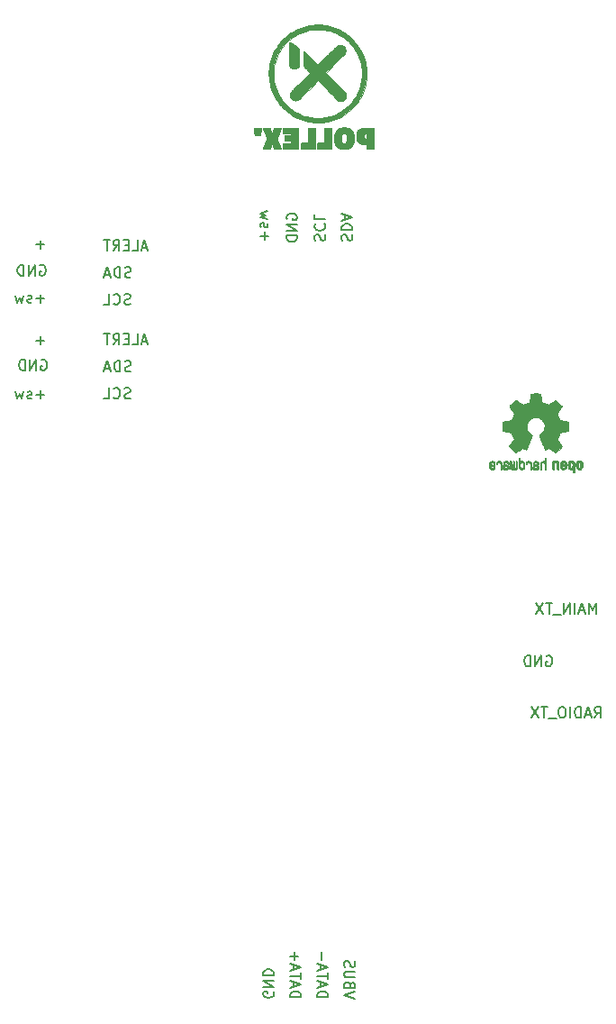
<source format=gbr>
G04 #@! TF.GenerationSoftware,KiCad,Pcbnew,(5.1.7)-1*
G04 #@! TF.CreationDate,2021-01-29T19:27:48+01:00*
G04 #@! TF.ProjectId,powiloc,706f7769-6c6f-4632-9e6b-696361645f70,rev?*
G04 #@! TF.SameCoordinates,Original*
G04 #@! TF.FileFunction,Legend,Bot*
G04 #@! TF.FilePolarity,Positive*
%FSLAX46Y46*%
G04 Gerber Fmt 4.6, Leading zero omitted, Abs format (unit mm)*
G04 Created by KiCad (PCBNEW (5.1.7)-1) date 2021-01-29 19:27:48*
%MOMM*%
%LPD*%
G01*
G04 APERTURE LIST*
%ADD10C,0.150000*%
%ADD11C,0.010000*%
G04 APERTURE END LIST*
D10*
X140216000Y-76962095D02*
X140168380Y-76866857D01*
X140168380Y-76724000D01*
X140216000Y-76581142D01*
X140311238Y-76485904D01*
X140406476Y-76438285D01*
X140596952Y-76390666D01*
X140739809Y-76390666D01*
X140930285Y-76438285D01*
X141025523Y-76485904D01*
X141120761Y-76581142D01*
X141168380Y-76724000D01*
X141168380Y-76819238D01*
X141120761Y-76962095D01*
X141073142Y-77009714D01*
X140739809Y-77009714D01*
X140739809Y-76819238D01*
X141168380Y-77438285D02*
X140168380Y-77438285D01*
X141168380Y-78009714D01*
X140168380Y-78009714D01*
X141168380Y-78485904D02*
X140168380Y-78485904D01*
X140168380Y-78724000D01*
X140216000Y-78866857D01*
X140311238Y-78962095D01*
X140406476Y-79009714D01*
X140596952Y-79057333D01*
X140739809Y-79057333D01*
X140930285Y-79009714D01*
X141025523Y-78962095D01*
X141120761Y-78866857D01*
X141168380Y-78724000D01*
X141168380Y-78485904D01*
X117093904Y-90178000D02*
X117189142Y-90130380D01*
X117332000Y-90130380D01*
X117474857Y-90178000D01*
X117570095Y-90273238D01*
X117617714Y-90368476D01*
X117665333Y-90558952D01*
X117665333Y-90701809D01*
X117617714Y-90892285D01*
X117570095Y-90987523D01*
X117474857Y-91082761D01*
X117332000Y-91130380D01*
X117236761Y-91130380D01*
X117093904Y-91082761D01*
X117046285Y-91035142D01*
X117046285Y-90701809D01*
X117236761Y-90701809D01*
X116617714Y-91130380D02*
X116617714Y-90130380D01*
X116046285Y-91130380D01*
X116046285Y-90130380D01*
X115570095Y-91130380D02*
X115570095Y-90130380D01*
X115332000Y-90130380D01*
X115189142Y-90178000D01*
X115093904Y-90273238D01*
X115046285Y-90368476D01*
X114998666Y-90558952D01*
X114998666Y-90701809D01*
X115046285Y-90892285D01*
X115093904Y-90987523D01*
X115189142Y-91082761D01*
X115332000Y-91130380D01*
X115570095Y-91130380D01*
X116966904Y-81288000D02*
X117062142Y-81240380D01*
X117205000Y-81240380D01*
X117347857Y-81288000D01*
X117443095Y-81383238D01*
X117490714Y-81478476D01*
X117538333Y-81668952D01*
X117538333Y-81811809D01*
X117490714Y-82002285D01*
X117443095Y-82097523D01*
X117347857Y-82192761D01*
X117205000Y-82240380D01*
X117109761Y-82240380D01*
X116966904Y-82192761D01*
X116919285Y-82145142D01*
X116919285Y-81811809D01*
X117109761Y-81811809D01*
X116490714Y-82240380D02*
X116490714Y-81240380D01*
X115919285Y-82240380D01*
X115919285Y-81240380D01*
X115443095Y-82240380D02*
X115443095Y-81240380D01*
X115205000Y-81240380D01*
X115062142Y-81288000D01*
X114966904Y-81383238D01*
X114919285Y-81478476D01*
X114871666Y-81668952D01*
X114871666Y-81811809D01*
X114919285Y-82002285D01*
X114966904Y-82097523D01*
X115062142Y-82192761D01*
X115205000Y-82240380D01*
X115443095Y-82240380D01*
X164591904Y-117991000D02*
X164687142Y-117943380D01*
X164830000Y-117943380D01*
X164972857Y-117991000D01*
X165068095Y-118086238D01*
X165115714Y-118181476D01*
X165163333Y-118371952D01*
X165163333Y-118514809D01*
X165115714Y-118705285D01*
X165068095Y-118800523D01*
X164972857Y-118895761D01*
X164830000Y-118943380D01*
X164734761Y-118943380D01*
X164591904Y-118895761D01*
X164544285Y-118848142D01*
X164544285Y-118514809D01*
X164734761Y-118514809D01*
X164115714Y-118943380D02*
X164115714Y-117943380D01*
X163544285Y-118943380D01*
X163544285Y-117943380D01*
X163068095Y-118943380D02*
X163068095Y-117943380D01*
X162830000Y-117943380D01*
X162687142Y-117991000D01*
X162591904Y-118086238D01*
X162544285Y-118181476D01*
X162496666Y-118371952D01*
X162496666Y-118514809D01*
X162544285Y-118705285D01*
X162591904Y-118800523D01*
X162687142Y-118895761D01*
X162830000Y-118943380D01*
X163068095Y-118943380D01*
X169258904Y-113990380D02*
X169258904Y-112990380D01*
X168925571Y-113704666D01*
X168592238Y-112990380D01*
X168592238Y-113990380D01*
X168163666Y-113704666D02*
X167687476Y-113704666D01*
X168258904Y-113990380D02*
X167925571Y-112990380D01*
X167592238Y-113990380D01*
X167258904Y-113990380D02*
X167258904Y-112990380D01*
X166782714Y-113990380D02*
X166782714Y-112990380D01*
X166211285Y-113990380D01*
X166211285Y-112990380D01*
X165973190Y-114085619D02*
X165211285Y-114085619D01*
X165116047Y-112990380D02*
X164544619Y-112990380D01*
X164830333Y-113990380D02*
X164830333Y-112990380D01*
X164306523Y-112990380D02*
X163639857Y-113990380D01*
X163639857Y-112990380D02*
X164306523Y-113990380D01*
X169116047Y-123769380D02*
X169449380Y-123293190D01*
X169687476Y-123769380D02*
X169687476Y-122769380D01*
X169306523Y-122769380D01*
X169211285Y-122817000D01*
X169163666Y-122864619D01*
X169116047Y-122959857D01*
X169116047Y-123102714D01*
X169163666Y-123197952D01*
X169211285Y-123245571D01*
X169306523Y-123293190D01*
X169687476Y-123293190D01*
X168735095Y-123483666D02*
X168258904Y-123483666D01*
X168830333Y-123769380D02*
X168497000Y-122769380D01*
X168163666Y-123769380D01*
X167830333Y-123769380D02*
X167830333Y-122769380D01*
X167592238Y-122769380D01*
X167449380Y-122817000D01*
X167354142Y-122912238D01*
X167306523Y-123007476D01*
X167258904Y-123197952D01*
X167258904Y-123340809D01*
X167306523Y-123531285D01*
X167354142Y-123626523D01*
X167449380Y-123721761D01*
X167592238Y-123769380D01*
X167830333Y-123769380D01*
X166830333Y-123769380D02*
X166830333Y-122769380D01*
X166163666Y-122769380D02*
X165973190Y-122769380D01*
X165877952Y-122817000D01*
X165782714Y-122912238D01*
X165735095Y-123102714D01*
X165735095Y-123436047D01*
X165782714Y-123626523D01*
X165877952Y-123721761D01*
X165973190Y-123769380D01*
X166163666Y-123769380D01*
X166258904Y-123721761D01*
X166354142Y-123626523D01*
X166401761Y-123436047D01*
X166401761Y-123102714D01*
X166354142Y-122912238D01*
X166258904Y-122817000D01*
X166163666Y-122769380D01*
X165544619Y-123864619D02*
X164782714Y-123864619D01*
X164687476Y-122769380D02*
X164116047Y-122769380D01*
X164401761Y-123769380D02*
X164401761Y-122769380D01*
X163877952Y-122769380D02*
X163211285Y-123769380D01*
X163211285Y-122769380D02*
X163877952Y-123769380D01*
X125477928Y-84923261D02*
X125335071Y-84970880D01*
X125096976Y-84970880D01*
X125001738Y-84923261D01*
X124954119Y-84875642D01*
X124906500Y-84780404D01*
X124906500Y-84685166D01*
X124954119Y-84589928D01*
X125001738Y-84542309D01*
X125096976Y-84494690D01*
X125287452Y-84447071D01*
X125382690Y-84399452D01*
X125430309Y-84351833D01*
X125477928Y-84256595D01*
X125477928Y-84161357D01*
X125430309Y-84066119D01*
X125382690Y-84018500D01*
X125287452Y-83970880D01*
X125049357Y-83970880D01*
X124906500Y-84018500D01*
X123906500Y-84875642D02*
X123954119Y-84923261D01*
X124096976Y-84970880D01*
X124192214Y-84970880D01*
X124335071Y-84923261D01*
X124430309Y-84828023D01*
X124477928Y-84732785D01*
X124525547Y-84542309D01*
X124525547Y-84399452D01*
X124477928Y-84208976D01*
X124430309Y-84113738D01*
X124335071Y-84018500D01*
X124192214Y-83970880D01*
X124096976Y-83970880D01*
X123954119Y-84018500D01*
X123906500Y-84066119D01*
X123001738Y-84970880D02*
X123477928Y-84970880D01*
X123477928Y-83970880D01*
X127049357Y-79605166D02*
X126573166Y-79605166D01*
X127144595Y-79890880D02*
X126811261Y-78890880D01*
X126477928Y-79890880D01*
X125668404Y-79890880D02*
X126144595Y-79890880D01*
X126144595Y-78890880D01*
X125335071Y-79367071D02*
X125001738Y-79367071D01*
X124858880Y-79890880D02*
X125335071Y-79890880D01*
X125335071Y-78890880D01*
X124858880Y-78890880D01*
X123858880Y-79890880D02*
X124192214Y-79414690D01*
X124430309Y-79890880D02*
X124430309Y-78890880D01*
X124049357Y-78890880D01*
X123954119Y-78938500D01*
X123906500Y-78986119D01*
X123858880Y-79081357D01*
X123858880Y-79224214D01*
X123906500Y-79319452D01*
X123954119Y-79367071D01*
X124049357Y-79414690D01*
X124430309Y-79414690D01*
X123573166Y-78890880D02*
X123001738Y-78890880D01*
X123287452Y-79890880D02*
X123287452Y-78890880D01*
X125525547Y-82383261D02*
X125382690Y-82430880D01*
X125144595Y-82430880D01*
X125049357Y-82383261D01*
X125001738Y-82335642D01*
X124954119Y-82240404D01*
X124954119Y-82145166D01*
X125001738Y-82049928D01*
X125049357Y-82002309D01*
X125144595Y-81954690D01*
X125335071Y-81907071D01*
X125430309Y-81859452D01*
X125477928Y-81811833D01*
X125525547Y-81716595D01*
X125525547Y-81621357D01*
X125477928Y-81526119D01*
X125430309Y-81478500D01*
X125335071Y-81430880D01*
X125096976Y-81430880D01*
X124954119Y-81478500D01*
X124525547Y-82430880D02*
X124525547Y-81430880D01*
X124287452Y-81430880D01*
X124144595Y-81478500D01*
X124049357Y-81573738D01*
X124001738Y-81668976D01*
X123954119Y-81859452D01*
X123954119Y-82002309D01*
X124001738Y-82192785D01*
X124049357Y-82288023D01*
X124144595Y-82383261D01*
X124287452Y-82430880D01*
X124525547Y-82430880D01*
X123573166Y-82145166D02*
X123096976Y-82145166D01*
X123668404Y-82430880D02*
X123335071Y-81430880D01*
X123001738Y-82430880D01*
X125525547Y-91209761D02*
X125382690Y-91257380D01*
X125144595Y-91257380D01*
X125049357Y-91209761D01*
X125001738Y-91162142D01*
X124954119Y-91066904D01*
X124954119Y-90971666D01*
X125001738Y-90876428D01*
X125049357Y-90828809D01*
X125144595Y-90781190D01*
X125335071Y-90733571D01*
X125430309Y-90685952D01*
X125477928Y-90638333D01*
X125525547Y-90543095D01*
X125525547Y-90447857D01*
X125477928Y-90352619D01*
X125430309Y-90305000D01*
X125335071Y-90257380D01*
X125096976Y-90257380D01*
X124954119Y-90305000D01*
X124525547Y-91257380D02*
X124525547Y-90257380D01*
X124287452Y-90257380D01*
X124144595Y-90305000D01*
X124049357Y-90400238D01*
X124001738Y-90495476D01*
X123954119Y-90685952D01*
X123954119Y-90828809D01*
X124001738Y-91019285D01*
X124049357Y-91114523D01*
X124144595Y-91209761D01*
X124287452Y-91257380D01*
X124525547Y-91257380D01*
X123573166Y-90971666D02*
X123096976Y-90971666D01*
X123668404Y-91257380D02*
X123335071Y-90257380D01*
X123001738Y-91257380D01*
X127049357Y-88431666D02*
X126573166Y-88431666D01*
X127144595Y-88717380D02*
X126811261Y-87717380D01*
X126477928Y-88717380D01*
X125668404Y-88717380D02*
X126144595Y-88717380D01*
X126144595Y-87717380D01*
X125335071Y-88193571D02*
X125001738Y-88193571D01*
X124858880Y-88717380D02*
X125335071Y-88717380D01*
X125335071Y-87717380D01*
X124858880Y-87717380D01*
X123858880Y-88717380D02*
X124192214Y-88241190D01*
X124430309Y-88717380D02*
X124430309Y-87717380D01*
X124049357Y-87717380D01*
X123954119Y-87765000D01*
X123906500Y-87812619D01*
X123858880Y-87907857D01*
X123858880Y-88050714D01*
X123906500Y-88145952D01*
X123954119Y-88193571D01*
X124049357Y-88241190D01*
X124430309Y-88241190D01*
X123573166Y-87717380D02*
X123001738Y-87717380D01*
X123287452Y-88717380D02*
X123287452Y-87717380D01*
X117393404Y-93416428D02*
X116631500Y-93416428D01*
X117012452Y-93797380D02*
X117012452Y-93035476D01*
X116202928Y-93749761D02*
X116107690Y-93797380D01*
X115917214Y-93797380D01*
X115821976Y-93749761D01*
X115774357Y-93654523D01*
X115774357Y-93606904D01*
X115821976Y-93511666D01*
X115917214Y-93464047D01*
X116060071Y-93464047D01*
X116155309Y-93416428D01*
X116202928Y-93321190D01*
X116202928Y-93273571D01*
X116155309Y-93178333D01*
X116060071Y-93130714D01*
X115917214Y-93130714D01*
X115821976Y-93178333D01*
X115441023Y-93130714D02*
X115250547Y-93797380D01*
X115060071Y-93321190D01*
X114869595Y-93797380D01*
X114679119Y-93130714D01*
X125477928Y-93749761D02*
X125335071Y-93797380D01*
X125096976Y-93797380D01*
X125001738Y-93749761D01*
X124954119Y-93702142D01*
X124906500Y-93606904D01*
X124906500Y-93511666D01*
X124954119Y-93416428D01*
X125001738Y-93368809D01*
X125096976Y-93321190D01*
X125287452Y-93273571D01*
X125382690Y-93225952D01*
X125430309Y-93178333D01*
X125477928Y-93083095D01*
X125477928Y-92987857D01*
X125430309Y-92892619D01*
X125382690Y-92845000D01*
X125287452Y-92797380D01*
X125049357Y-92797380D01*
X124906500Y-92845000D01*
X123906500Y-93702142D02*
X123954119Y-93749761D01*
X124096976Y-93797380D01*
X124192214Y-93797380D01*
X124335071Y-93749761D01*
X124430309Y-93654523D01*
X124477928Y-93559285D01*
X124525547Y-93368809D01*
X124525547Y-93225952D01*
X124477928Y-93035476D01*
X124430309Y-92940238D01*
X124335071Y-92845000D01*
X124192214Y-92797380D01*
X124096976Y-92797380D01*
X123954119Y-92845000D01*
X123906500Y-92892619D01*
X123001738Y-93797380D02*
X123477928Y-93797380D01*
X123477928Y-92797380D01*
X117393404Y-88336428D02*
X116631500Y-88336428D01*
X117012452Y-88717380D02*
X117012452Y-87955476D01*
X138930000Y-149508595D02*
X138977619Y-149603833D01*
X138977619Y-149746690D01*
X138930000Y-149889547D01*
X138834761Y-149984785D01*
X138739523Y-150032404D01*
X138549047Y-150080023D01*
X138406190Y-150080023D01*
X138215714Y-150032404D01*
X138120476Y-149984785D01*
X138025238Y-149889547D01*
X137977619Y-149746690D01*
X137977619Y-149651452D01*
X138025238Y-149508595D01*
X138072857Y-149460976D01*
X138406190Y-149460976D01*
X138406190Y-149651452D01*
X137977619Y-149032404D02*
X138977619Y-149032404D01*
X137977619Y-148460976D01*
X138977619Y-148460976D01*
X137977619Y-147984785D02*
X138977619Y-147984785D01*
X138977619Y-147746690D01*
X138930000Y-147603833D01*
X138834761Y-147508595D01*
X138739523Y-147460976D01*
X138549047Y-147413357D01*
X138406190Y-147413357D01*
X138215714Y-147460976D01*
X138120476Y-147508595D01*
X138025238Y-147603833D01*
X137977619Y-147746690D01*
X137977619Y-147984785D01*
X140517619Y-150032404D02*
X141517619Y-150032404D01*
X141517619Y-149794309D01*
X141470000Y-149651452D01*
X141374761Y-149556214D01*
X141279523Y-149508595D01*
X141089047Y-149460976D01*
X140946190Y-149460976D01*
X140755714Y-149508595D01*
X140660476Y-149556214D01*
X140565238Y-149651452D01*
X140517619Y-149794309D01*
X140517619Y-150032404D01*
X140803333Y-149080023D02*
X140803333Y-148603833D01*
X140517619Y-149175261D02*
X141517619Y-148841928D01*
X140517619Y-148508595D01*
X141517619Y-148318119D02*
X141517619Y-147746690D01*
X140517619Y-148032404D02*
X141517619Y-148032404D01*
X140803333Y-147460976D02*
X140803333Y-146984785D01*
X140517619Y-147556214D02*
X141517619Y-147222880D01*
X140517619Y-146889547D01*
X140898571Y-146556214D02*
X140898571Y-145794309D01*
X140517619Y-146175261D02*
X141279523Y-146175261D01*
X143057619Y-150032404D02*
X144057619Y-150032404D01*
X144057619Y-149794309D01*
X144010000Y-149651452D01*
X143914761Y-149556214D01*
X143819523Y-149508595D01*
X143629047Y-149460976D01*
X143486190Y-149460976D01*
X143295714Y-149508595D01*
X143200476Y-149556214D01*
X143105238Y-149651452D01*
X143057619Y-149794309D01*
X143057619Y-150032404D01*
X143343333Y-149080023D02*
X143343333Y-148603833D01*
X143057619Y-149175261D02*
X144057619Y-148841928D01*
X143057619Y-148508595D01*
X144057619Y-148318119D02*
X144057619Y-147746690D01*
X143057619Y-148032404D02*
X144057619Y-148032404D01*
X143343333Y-147460976D02*
X143343333Y-146984785D01*
X143057619Y-147556214D02*
X144057619Y-147222880D01*
X143057619Y-146889547D01*
X143438571Y-146556214D02*
X143438571Y-145794309D01*
X146597619Y-150175261D02*
X145597619Y-149841928D01*
X146597619Y-149508595D01*
X146121428Y-148841928D02*
X146073809Y-148699071D01*
X146026190Y-148651452D01*
X145930952Y-148603833D01*
X145788095Y-148603833D01*
X145692857Y-148651452D01*
X145645238Y-148699071D01*
X145597619Y-148794309D01*
X145597619Y-149175261D01*
X146597619Y-149175261D01*
X146597619Y-148841928D01*
X146550000Y-148746690D01*
X146502380Y-148699071D01*
X146407142Y-148651452D01*
X146311904Y-148651452D01*
X146216666Y-148699071D01*
X146169047Y-148746690D01*
X146121428Y-148841928D01*
X146121428Y-149175261D01*
X146597619Y-148175261D02*
X145788095Y-148175261D01*
X145692857Y-148127642D01*
X145645238Y-148080023D01*
X145597619Y-147984785D01*
X145597619Y-147794309D01*
X145645238Y-147699071D01*
X145692857Y-147651452D01*
X145788095Y-147603833D01*
X146597619Y-147603833D01*
X145645238Y-147175261D02*
X145597619Y-147032404D01*
X145597619Y-146794309D01*
X145645238Y-146699071D01*
X145692857Y-146651452D01*
X145788095Y-146603833D01*
X145883333Y-146603833D01*
X145978571Y-146651452D01*
X146026190Y-146699071D01*
X146073809Y-146794309D01*
X146121428Y-146984785D01*
X146169047Y-147080023D01*
X146216666Y-147127642D01*
X146311904Y-147175261D01*
X146407142Y-147175261D01*
X146502380Y-147127642D01*
X146550000Y-147080023D01*
X146597619Y-146984785D01*
X146597619Y-146746690D01*
X146550000Y-146603833D01*
X145391238Y-78960023D02*
X145343619Y-78817166D01*
X145343619Y-78579071D01*
X145391238Y-78483833D01*
X145438857Y-78436214D01*
X145534095Y-78388595D01*
X145629333Y-78388595D01*
X145724571Y-78436214D01*
X145772190Y-78483833D01*
X145819809Y-78579071D01*
X145867428Y-78769547D01*
X145915047Y-78864785D01*
X145962666Y-78912404D01*
X146057904Y-78960023D01*
X146153142Y-78960023D01*
X146248380Y-78912404D01*
X146296000Y-78864785D01*
X146343619Y-78769547D01*
X146343619Y-78531452D01*
X146296000Y-78388595D01*
X145343619Y-77960023D02*
X146343619Y-77960023D01*
X146343619Y-77721928D01*
X146296000Y-77579071D01*
X146200761Y-77483833D01*
X146105523Y-77436214D01*
X145915047Y-77388595D01*
X145772190Y-77388595D01*
X145581714Y-77436214D01*
X145486476Y-77483833D01*
X145391238Y-77579071D01*
X145343619Y-77721928D01*
X145343619Y-77960023D01*
X145629333Y-77007642D02*
X145629333Y-76531452D01*
X145343619Y-77102880D02*
X146343619Y-76769547D01*
X145343619Y-76436214D01*
X142851238Y-78960023D02*
X142803619Y-78817166D01*
X142803619Y-78579071D01*
X142851238Y-78483833D01*
X142898857Y-78436214D01*
X142994095Y-78388595D01*
X143089333Y-78388595D01*
X143184571Y-78436214D01*
X143232190Y-78483833D01*
X143279809Y-78579071D01*
X143327428Y-78769547D01*
X143375047Y-78864785D01*
X143422666Y-78912404D01*
X143517904Y-78960023D01*
X143613142Y-78960023D01*
X143708380Y-78912404D01*
X143756000Y-78864785D01*
X143803619Y-78769547D01*
X143803619Y-78531452D01*
X143756000Y-78388595D01*
X142898857Y-77388595D02*
X142851238Y-77436214D01*
X142803619Y-77579071D01*
X142803619Y-77674309D01*
X142851238Y-77817166D01*
X142946476Y-77912404D01*
X143041714Y-77960023D01*
X143232190Y-78007642D01*
X143375047Y-78007642D01*
X143565523Y-77960023D01*
X143660761Y-77912404D01*
X143756000Y-77817166D01*
X143803619Y-77674309D01*
X143803619Y-77579071D01*
X143756000Y-77436214D01*
X143708380Y-77388595D01*
X142803619Y-76483833D02*
X142803619Y-76960023D01*
X143803619Y-76960023D01*
X138104571Y-78912404D02*
X138104571Y-78150500D01*
X137723619Y-78531452D02*
X138485523Y-78531452D01*
X137771238Y-77721928D02*
X137723619Y-77626690D01*
X137723619Y-77436214D01*
X137771238Y-77340976D01*
X137866476Y-77293357D01*
X137914095Y-77293357D01*
X138009333Y-77340976D01*
X138056952Y-77436214D01*
X138056952Y-77579071D01*
X138104571Y-77674309D01*
X138199809Y-77721928D01*
X138247428Y-77721928D01*
X138342666Y-77674309D01*
X138390285Y-77579071D01*
X138390285Y-77436214D01*
X138342666Y-77340976D01*
X138390285Y-76960023D02*
X137723619Y-76769547D01*
X138199809Y-76579071D01*
X137723619Y-76388595D01*
X138390285Y-76198119D01*
X117393404Y-79319428D02*
X116631500Y-79319428D01*
X117012452Y-79700380D02*
X117012452Y-78938476D01*
X117393404Y-84399428D02*
X116631500Y-84399428D01*
X117012452Y-84780380D02*
X117012452Y-84018476D01*
X116202928Y-84732761D02*
X116107690Y-84780380D01*
X115917214Y-84780380D01*
X115821976Y-84732761D01*
X115774357Y-84637523D01*
X115774357Y-84589904D01*
X115821976Y-84494666D01*
X115917214Y-84447047D01*
X116060071Y-84447047D01*
X116155309Y-84399428D01*
X116202928Y-84304190D01*
X116202928Y-84256571D01*
X116155309Y-84161333D01*
X116060071Y-84113714D01*
X115917214Y-84113714D01*
X115821976Y-84161333D01*
X115441023Y-84113714D02*
X115250547Y-84780380D01*
X115060071Y-84304190D01*
X114869595Y-84780380D01*
X114679119Y-84113714D01*
D11*
G36*
X166807114Y-99612505D02*
G01*
X166732461Y-99649727D01*
X166666569Y-99718261D01*
X166648423Y-99743648D01*
X166628655Y-99776866D01*
X166615828Y-99812945D01*
X166608490Y-99861098D01*
X166605187Y-99930536D01*
X166604462Y-100022206D01*
X166607737Y-100147830D01*
X166619123Y-100242154D01*
X166640959Y-100312523D01*
X166675581Y-100366286D01*
X166725330Y-100410788D01*
X166728986Y-100413423D01*
X166778015Y-100440377D01*
X166837055Y-100453712D01*
X166912141Y-100457000D01*
X167034205Y-100457000D01*
X167034256Y-100575497D01*
X167035392Y-100641492D01*
X167042314Y-100680202D01*
X167060402Y-100703419D01*
X167095038Y-100722933D01*
X167103355Y-100726920D01*
X167142280Y-100745603D01*
X167172417Y-100757403D01*
X167194826Y-100758422D01*
X167210567Y-100744761D01*
X167220698Y-100712522D01*
X167226277Y-100657804D01*
X167228365Y-100576711D01*
X167228019Y-100465344D01*
X167226300Y-100319802D01*
X167225763Y-100276269D01*
X167223828Y-100126205D01*
X167222096Y-100028042D01*
X167034308Y-100028042D01*
X167033252Y-100111364D01*
X167028562Y-100165880D01*
X167017949Y-100201837D01*
X166999128Y-100229482D01*
X166986350Y-100242965D01*
X166934110Y-100282417D01*
X166887858Y-100285628D01*
X166840133Y-100253049D01*
X166838923Y-100251846D01*
X166819506Y-100226668D01*
X166807693Y-100192447D01*
X166801735Y-100139748D01*
X166799880Y-100059131D01*
X166799846Y-100041271D01*
X166804330Y-99930175D01*
X166818926Y-99853161D01*
X166845350Y-99806147D01*
X166885317Y-99785050D01*
X166908416Y-99782923D01*
X166963238Y-99792900D01*
X167000842Y-99825752D01*
X167023477Y-99885857D01*
X167033394Y-99977598D01*
X167034308Y-100028042D01*
X167222096Y-100028042D01*
X167221778Y-100010060D01*
X167219127Y-99922679D01*
X167215394Y-99858905D01*
X167210093Y-99813582D01*
X167202742Y-99781555D01*
X167192857Y-99757668D01*
X167179954Y-99736764D01*
X167174421Y-99728898D01*
X167101031Y-99654595D01*
X167008240Y-99612467D01*
X166900904Y-99600722D01*
X166807114Y-99612505D01*
G37*
X166807114Y-99612505D02*
X166732461Y-99649727D01*
X166666569Y-99718261D01*
X166648423Y-99743648D01*
X166628655Y-99776866D01*
X166615828Y-99812945D01*
X166608490Y-99861098D01*
X166605187Y-99930536D01*
X166604462Y-100022206D01*
X166607737Y-100147830D01*
X166619123Y-100242154D01*
X166640959Y-100312523D01*
X166675581Y-100366286D01*
X166725330Y-100410788D01*
X166728986Y-100413423D01*
X166778015Y-100440377D01*
X166837055Y-100453712D01*
X166912141Y-100457000D01*
X167034205Y-100457000D01*
X167034256Y-100575497D01*
X167035392Y-100641492D01*
X167042314Y-100680202D01*
X167060402Y-100703419D01*
X167095038Y-100722933D01*
X167103355Y-100726920D01*
X167142280Y-100745603D01*
X167172417Y-100757403D01*
X167194826Y-100758422D01*
X167210567Y-100744761D01*
X167220698Y-100712522D01*
X167226277Y-100657804D01*
X167228365Y-100576711D01*
X167228019Y-100465344D01*
X167226300Y-100319802D01*
X167225763Y-100276269D01*
X167223828Y-100126205D01*
X167222096Y-100028042D01*
X167034308Y-100028042D01*
X167033252Y-100111364D01*
X167028562Y-100165880D01*
X167017949Y-100201837D01*
X166999128Y-100229482D01*
X166986350Y-100242965D01*
X166934110Y-100282417D01*
X166887858Y-100285628D01*
X166840133Y-100253049D01*
X166838923Y-100251846D01*
X166819506Y-100226668D01*
X166807693Y-100192447D01*
X166801735Y-100139748D01*
X166799880Y-100059131D01*
X166799846Y-100041271D01*
X166804330Y-99930175D01*
X166818926Y-99853161D01*
X166845350Y-99806147D01*
X166885317Y-99785050D01*
X166908416Y-99782923D01*
X166963238Y-99792900D01*
X167000842Y-99825752D01*
X167023477Y-99885857D01*
X167033394Y-99977598D01*
X167034308Y-100028042D01*
X167222096Y-100028042D01*
X167221778Y-100010060D01*
X167219127Y-99922679D01*
X167215394Y-99858905D01*
X167210093Y-99813582D01*
X167202742Y-99781555D01*
X167192857Y-99757668D01*
X167179954Y-99736764D01*
X167174421Y-99728898D01*
X167101031Y-99654595D01*
X167008240Y-99612467D01*
X166900904Y-99600722D01*
X166807114Y-99612505D01*
G36*
X165304336Y-99623089D02*
G01*
X165241633Y-99659358D01*
X165198039Y-99695358D01*
X165166155Y-99733075D01*
X165144190Y-99779199D01*
X165130351Y-99840421D01*
X165122847Y-99923431D01*
X165119883Y-100034919D01*
X165119539Y-100115062D01*
X165119539Y-100410065D01*
X165285615Y-100484515D01*
X165295385Y-100161402D01*
X165299421Y-100040729D01*
X165303656Y-99953141D01*
X165308903Y-99892650D01*
X165315975Y-99853268D01*
X165325689Y-99829007D01*
X165338856Y-99813880D01*
X165343081Y-99810606D01*
X165407091Y-99785034D01*
X165471792Y-99795153D01*
X165510308Y-99822000D01*
X165525975Y-99841024D01*
X165536820Y-99865988D01*
X165543712Y-99903834D01*
X165547521Y-99961502D01*
X165549117Y-100045935D01*
X165549385Y-100133928D01*
X165549437Y-100244323D01*
X165551328Y-100322463D01*
X165557655Y-100375165D01*
X165571017Y-100409242D01*
X165594015Y-100431511D01*
X165629246Y-100448787D01*
X165676303Y-100466738D01*
X165727697Y-100486278D01*
X165721579Y-100139485D01*
X165719116Y-100014468D01*
X165716233Y-99922082D01*
X165712102Y-99855881D01*
X165705893Y-99809420D01*
X165696774Y-99776256D01*
X165683917Y-99749944D01*
X165668416Y-99726729D01*
X165593629Y-99652569D01*
X165502372Y-99609684D01*
X165403117Y-99599412D01*
X165304336Y-99623089D01*
G37*
X165304336Y-99623089D02*
X165241633Y-99659358D01*
X165198039Y-99695358D01*
X165166155Y-99733075D01*
X165144190Y-99779199D01*
X165130351Y-99840421D01*
X165122847Y-99923431D01*
X165119883Y-100034919D01*
X165119539Y-100115062D01*
X165119539Y-100410065D01*
X165285615Y-100484515D01*
X165295385Y-100161402D01*
X165299421Y-100040729D01*
X165303656Y-99953141D01*
X165308903Y-99892650D01*
X165315975Y-99853268D01*
X165325689Y-99829007D01*
X165338856Y-99813880D01*
X165343081Y-99810606D01*
X165407091Y-99785034D01*
X165471792Y-99795153D01*
X165510308Y-99822000D01*
X165525975Y-99841024D01*
X165536820Y-99865988D01*
X165543712Y-99903834D01*
X165547521Y-99961502D01*
X165549117Y-100045935D01*
X165549385Y-100133928D01*
X165549437Y-100244323D01*
X165551328Y-100322463D01*
X165557655Y-100375165D01*
X165571017Y-100409242D01*
X165594015Y-100431511D01*
X165629246Y-100448787D01*
X165676303Y-100466738D01*
X165727697Y-100486278D01*
X165721579Y-100139485D01*
X165719116Y-100014468D01*
X165716233Y-99922082D01*
X165712102Y-99855881D01*
X165705893Y-99809420D01*
X165696774Y-99776256D01*
X165683917Y-99749944D01*
X165668416Y-99726729D01*
X165593629Y-99652569D01*
X165502372Y-99609684D01*
X165403117Y-99599412D01*
X165304336Y-99623089D01*
G36*
X167559114Y-99615256D02*
G01*
X167467536Y-99663409D01*
X167399951Y-99740905D01*
X167375943Y-99790727D01*
X167357262Y-99865533D01*
X167347699Y-99960052D01*
X167346792Y-100063210D01*
X167354079Y-100163935D01*
X167369097Y-100251153D01*
X167391385Y-100313791D01*
X167398235Y-100324579D01*
X167479368Y-100405105D01*
X167575734Y-100453336D01*
X167680299Y-100467450D01*
X167786032Y-100445629D01*
X167815457Y-100432547D01*
X167872759Y-100392231D01*
X167923050Y-100338775D01*
X167927803Y-100331995D01*
X167947122Y-100299321D01*
X167959892Y-100264394D01*
X167967436Y-100218414D01*
X167971076Y-100152584D01*
X167972135Y-100058105D01*
X167972154Y-100036923D01*
X167972106Y-100030182D01*
X167776769Y-100030182D01*
X167775632Y-100119349D01*
X167771159Y-100178520D01*
X167761754Y-100216741D01*
X167745824Y-100243053D01*
X167737692Y-100251846D01*
X167690942Y-100285261D01*
X167645553Y-100283737D01*
X167599660Y-100254752D01*
X167572288Y-100223809D01*
X167556077Y-100178643D01*
X167546974Y-100107420D01*
X167546349Y-100099114D01*
X167544796Y-99970037D01*
X167561035Y-99874172D01*
X167594848Y-99812107D01*
X167646016Y-99784432D01*
X167664280Y-99782923D01*
X167712240Y-99790513D01*
X167745047Y-99816808D01*
X167765105Y-99867095D01*
X167774822Y-99946664D01*
X167776769Y-100030182D01*
X167972106Y-100030182D01*
X167971426Y-99936249D01*
X167968371Y-99865906D01*
X167961678Y-99817163D01*
X167950040Y-99781288D01*
X167932147Y-99749548D01*
X167928192Y-99743648D01*
X167861733Y-99664104D01*
X167789315Y-99617929D01*
X167701151Y-99599599D01*
X167671213Y-99598703D01*
X167559114Y-99615256D01*
G37*
X167559114Y-99615256D02*
X167467536Y-99663409D01*
X167399951Y-99740905D01*
X167375943Y-99790727D01*
X167357262Y-99865533D01*
X167347699Y-99960052D01*
X167346792Y-100063210D01*
X167354079Y-100163935D01*
X167369097Y-100251153D01*
X167391385Y-100313791D01*
X167398235Y-100324579D01*
X167479368Y-100405105D01*
X167575734Y-100453336D01*
X167680299Y-100467450D01*
X167786032Y-100445629D01*
X167815457Y-100432547D01*
X167872759Y-100392231D01*
X167923050Y-100338775D01*
X167927803Y-100331995D01*
X167947122Y-100299321D01*
X167959892Y-100264394D01*
X167967436Y-100218414D01*
X167971076Y-100152584D01*
X167972135Y-100058105D01*
X167972154Y-100036923D01*
X167972106Y-100030182D01*
X167776769Y-100030182D01*
X167775632Y-100119349D01*
X167771159Y-100178520D01*
X167761754Y-100216741D01*
X167745824Y-100243053D01*
X167737692Y-100251846D01*
X167690942Y-100285261D01*
X167645553Y-100283737D01*
X167599660Y-100254752D01*
X167572288Y-100223809D01*
X167556077Y-100178643D01*
X167546974Y-100107420D01*
X167546349Y-100099114D01*
X167544796Y-99970037D01*
X167561035Y-99874172D01*
X167594848Y-99812107D01*
X167646016Y-99784432D01*
X167664280Y-99782923D01*
X167712240Y-99790513D01*
X167745047Y-99816808D01*
X167765105Y-99867095D01*
X167774822Y-99946664D01*
X167776769Y-100030182D01*
X167972106Y-100030182D01*
X167971426Y-99936249D01*
X167968371Y-99865906D01*
X167961678Y-99817163D01*
X167950040Y-99781288D01*
X167932147Y-99749548D01*
X167928192Y-99743648D01*
X167861733Y-99664104D01*
X167789315Y-99617929D01*
X167701151Y-99599599D01*
X167671213Y-99598703D01*
X167559114Y-99615256D01*
G36*
X166041746Y-99627745D02*
G01*
X165964714Y-99679567D01*
X165905184Y-99754412D01*
X165869622Y-99849654D01*
X165862429Y-99919756D01*
X165863246Y-99949009D01*
X165870086Y-99971407D01*
X165888888Y-99991474D01*
X165925592Y-100013733D01*
X165986138Y-100042709D01*
X166076466Y-100082927D01*
X166076923Y-100083129D01*
X166160067Y-100121210D01*
X166228247Y-100155025D01*
X166274495Y-100180933D01*
X166291842Y-100195295D01*
X166291846Y-100195411D01*
X166276557Y-100226685D01*
X166240804Y-100261157D01*
X166199758Y-100285990D01*
X166178963Y-100290923D01*
X166122230Y-100273862D01*
X166073373Y-100231133D01*
X166049535Y-100184155D01*
X166026603Y-100149522D01*
X165981682Y-100110081D01*
X165928877Y-100076009D01*
X165882290Y-100057480D01*
X165872548Y-100056462D01*
X165861582Y-100073215D01*
X165860921Y-100116039D01*
X165868980Y-100173781D01*
X165884173Y-100235289D01*
X165904914Y-100289409D01*
X165905962Y-100291510D01*
X165968379Y-100378660D01*
X166049274Y-100437939D01*
X166141144Y-100467034D01*
X166236487Y-100463634D01*
X166327802Y-100425428D01*
X166331862Y-100422741D01*
X166403694Y-100357642D01*
X166450927Y-100272705D01*
X166477066Y-100161021D01*
X166480574Y-100129643D01*
X166486787Y-99981536D01*
X166479339Y-99912468D01*
X166291846Y-99912468D01*
X166289410Y-99955552D01*
X166276086Y-99968126D01*
X166242868Y-99958719D01*
X166190506Y-99936483D01*
X166131976Y-99908610D01*
X166130521Y-99907872D01*
X166080911Y-99881777D01*
X166061000Y-99864363D01*
X166065910Y-99846107D01*
X166086584Y-99822120D01*
X166139181Y-99787406D01*
X166195823Y-99784856D01*
X166246631Y-99810119D01*
X166281724Y-99858847D01*
X166291846Y-99912468D01*
X166479339Y-99912468D01*
X166474008Y-99863036D01*
X166441222Y-99769055D01*
X166395579Y-99703215D01*
X166313198Y-99636681D01*
X166222454Y-99603676D01*
X166129815Y-99601573D01*
X166041746Y-99627745D01*
G37*
X166041746Y-99627745D02*
X165964714Y-99679567D01*
X165905184Y-99754412D01*
X165869622Y-99849654D01*
X165862429Y-99919756D01*
X165863246Y-99949009D01*
X165870086Y-99971407D01*
X165888888Y-99991474D01*
X165925592Y-100013733D01*
X165986138Y-100042709D01*
X166076466Y-100082927D01*
X166076923Y-100083129D01*
X166160067Y-100121210D01*
X166228247Y-100155025D01*
X166274495Y-100180933D01*
X166291842Y-100195295D01*
X166291846Y-100195411D01*
X166276557Y-100226685D01*
X166240804Y-100261157D01*
X166199758Y-100285990D01*
X166178963Y-100290923D01*
X166122230Y-100273862D01*
X166073373Y-100231133D01*
X166049535Y-100184155D01*
X166026603Y-100149522D01*
X165981682Y-100110081D01*
X165928877Y-100076009D01*
X165882290Y-100057480D01*
X165872548Y-100056462D01*
X165861582Y-100073215D01*
X165860921Y-100116039D01*
X165868980Y-100173781D01*
X165884173Y-100235289D01*
X165904914Y-100289409D01*
X165905962Y-100291510D01*
X165968379Y-100378660D01*
X166049274Y-100437939D01*
X166141144Y-100467034D01*
X166236487Y-100463634D01*
X166327802Y-100425428D01*
X166331862Y-100422741D01*
X166403694Y-100357642D01*
X166450927Y-100272705D01*
X166477066Y-100161021D01*
X166480574Y-100129643D01*
X166486787Y-99981536D01*
X166479339Y-99912468D01*
X166291846Y-99912468D01*
X166289410Y-99955552D01*
X166276086Y-99968126D01*
X166242868Y-99958719D01*
X166190506Y-99936483D01*
X166131976Y-99908610D01*
X166130521Y-99907872D01*
X166080911Y-99881777D01*
X166061000Y-99864363D01*
X166065910Y-99846107D01*
X166086584Y-99822120D01*
X166139181Y-99787406D01*
X166195823Y-99784856D01*
X166246631Y-99810119D01*
X166281724Y-99858847D01*
X166291846Y-99912468D01*
X166479339Y-99912468D01*
X166474008Y-99863036D01*
X166441222Y-99769055D01*
X166395579Y-99703215D01*
X166313198Y-99636681D01*
X166222454Y-99603676D01*
X166129815Y-99601573D01*
X166041746Y-99627745D01*
G36*
X164416154Y-99520120D02*
G01*
X164410428Y-99599980D01*
X164403851Y-99647039D01*
X164394738Y-99667566D01*
X164381402Y-99667829D01*
X164377077Y-99665378D01*
X164319556Y-99647636D01*
X164244732Y-99648672D01*
X164168661Y-99666910D01*
X164121082Y-99690505D01*
X164072298Y-99728198D01*
X164036636Y-99770855D01*
X164012155Y-99825057D01*
X163996913Y-99897384D01*
X163988970Y-99994419D01*
X163986384Y-100122742D01*
X163986338Y-100147358D01*
X163986308Y-100423870D01*
X164047839Y-100445320D01*
X164091541Y-100459912D01*
X164115518Y-100466706D01*
X164116223Y-100466769D01*
X164118585Y-100448345D01*
X164120594Y-100397526D01*
X164122099Y-100320993D01*
X164122947Y-100225430D01*
X164123077Y-100167329D01*
X164123349Y-100052771D01*
X164124748Y-99970667D01*
X164128151Y-99914393D01*
X164134433Y-99877326D01*
X164144471Y-99852844D01*
X164159139Y-99834325D01*
X164168298Y-99825406D01*
X164231211Y-99789466D01*
X164299864Y-99786775D01*
X164362152Y-99817170D01*
X164373671Y-99828144D01*
X164390567Y-99848779D01*
X164402286Y-99873256D01*
X164409767Y-99908647D01*
X164413946Y-99962026D01*
X164415763Y-100040466D01*
X164416154Y-100148617D01*
X164416154Y-100423870D01*
X164477685Y-100445320D01*
X164521387Y-100459912D01*
X164545364Y-100466706D01*
X164546070Y-100466769D01*
X164547874Y-100448069D01*
X164549500Y-100395322D01*
X164550883Y-100313557D01*
X164551958Y-100207805D01*
X164552660Y-100083094D01*
X164552923Y-99944455D01*
X164552923Y-99409806D01*
X164425923Y-99356236D01*
X164416154Y-99520120D01*
G37*
X164416154Y-99520120D02*
X164410428Y-99599980D01*
X164403851Y-99647039D01*
X164394738Y-99667566D01*
X164381402Y-99667829D01*
X164377077Y-99665378D01*
X164319556Y-99647636D01*
X164244732Y-99648672D01*
X164168661Y-99666910D01*
X164121082Y-99690505D01*
X164072298Y-99728198D01*
X164036636Y-99770855D01*
X164012155Y-99825057D01*
X163996913Y-99897384D01*
X163988970Y-99994419D01*
X163986384Y-100122742D01*
X163986338Y-100147358D01*
X163986308Y-100423870D01*
X164047839Y-100445320D01*
X164091541Y-100459912D01*
X164115518Y-100466706D01*
X164116223Y-100466769D01*
X164118585Y-100448345D01*
X164120594Y-100397526D01*
X164122099Y-100320993D01*
X164122947Y-100225430D01*
X164123077Y-100167329D01*
X164123349Y-100052771D01*
X164124748Y-99970667D01*
X164128151Y-99914393D01*
X164134433Y-99877326D01*
X164144471Y-99852844D01*
X164159139Y-99834325D01*
X164168298Y-99825406D01*
X164231211Y-99789466D01*
X164299864Y-99786775D01*
X164362152Y-99817170D01*
X164373671Y-99828144D01*
X164390567Y-99848779D01*
X164402286Y-99873256D01*
X164409767Y-99908647D01*
X164413946Y-99962026D01*
X164415763Y-100040466D01*
X164416154Y-100148617D01*
X164416154Y-100423870D01*
X164477685Y-100445320D01*
X164521387Y-100459912D01*
X164545364Y-100466706D01*
X164546070Y-100466769D01*
X164547874Y-100448069D01*
X164549500Y-100395322D01*
X164550883Y-100313557D01*
X164551958Y-100207805D01*
X164552660Y-100083094D01*
X164552923Y-99944455D01*
X164552923Y-99409806D01*
X164425923Y-99356236D01*
X164416154Y-99520120D01*
G36*
X163522499Y-99654303D02*
G01*
X163445940Y-99682733D01*
X163445064Y-99683279D01*
X163397715Y-99718127D01*
X163362759Y-99758852D01*
X163338175Y-99811925D01*
X163321938Y-99883814D01*
X163312025Y-99980992D01*
X163306414Y-100109928D01*
X163305923Y-100128298D01*
X163298859Y-100405287D01*
X163358305Y-100436028D01*
X163401319Y-100456802D01*
X163427290Y-100466646D01*
X163428491Y-100466769D01*
X163432986Y-100448606D01*
X163436556Y-100399612D01*
X163438752Y-100328031D01*
X163439231Y-100270068D01*
X163439242Y-100176170D01*
X163443534Y-100117203D01*
X163458497Y-100089079D01*
X163490518Y-100087706D01*
X163545986Y-100108998D01*
X163629731Y-100148136D01*
X163691311Y-100180643D01*
X163722983Y-100208845D01*
X163732294Y-100239582D01*
X163732308Y-100241104D01*
X163716943Y-100294054D01*
X163671453Y-100322660D01*
X163601834Y-100326803D01*
X163551687Y-100326084D01*
X163525246Y-100340527D01*
X163508757Y-100375218D01*
X163499267Y-100419416D01*
X163512943Y-100444493D01*
X163518093Y-100448082D01*
X163566575Y-100462496D01*
X163634469Y-100464537D01*
X163704388Y-100454983D01*
X163753932Y-100437522D01*
X163822430Y-100379364D01*
X163861366Y-100298408D01*
X163869077Y-100235160D01*
X163863193Y-100178111D01*
X163841899Y-100131542D01*
X163799735Y-100090181D01*
X163731241Y-100048755D01*
X163630956Y-100001993D01*
X163624846Y-99999350D01*
X163534510Y-99957617D01*
X163478765Y-99923391D01*
X163454871Y-99892635D01*
X163460087Y-99861311D01*
X163491672Y-99825383D01*
X163501117Y-99817116D01*
X163564383Y-99785058D01*
X163629936Y-99786407D01*
X163687028Y-99817838D01*
X163724907Y-99876024D01*
X163728426Y-99887446D01*
X163762700Y-99942837D01*
X163806191Y-99969518D01*
X163869077Y-99995960D01*
X163869077Y-99927548D01*
X163849948Y-99828110D01*
X163793169Y-99736902D01*
X163763622Y-99706389D01*
X163696458Y-99667228D01*
X163611044Y-99649500D01*
X163522499Y-99654303D01*
G37*
X163522499Y-99654303D02*
X163445940Y-99682733D01*
X163445064Y-99683279D01*
X163397715Y-99718127D01*
X163362759Y-99758852D01*
X163338175Y-99811925D01*
X163321938Y-99883814D01*
X163312025Y-99980992D01*
X163306414Y-100109928D01*
X163305923Y-100128298D01*
X163298859Y-100405287D01*
X163358305Y-100436028D01*
X163401319Y-100456802D01*
X163427290Y-100466646D01*
X163428491Y-100466769D01*
X163432986Y-100448606D01*
X163436556Y-100399612D01*
X163438752Y-100328031D01*
X163439231Y-100270068D01*
X163439242Y-100176170D01*
X163443534Y-100117203D01*
X163458497Y-100089079D01*
X163490518Y-100087706D01*
X163545986Y-100108998D01*
X163629731Y-100148136D01*
X163691311Y-100180643D01*
X163722983Y-100208845D01*
X163732294Y-100239582D01*
X163732308Y-100241104D01*
X163716943Y-100294054D01*
X163671453Y-100322660D01*
X163601834Y-100326803D01*
X163551687Y-100326084D01*
X163525246Y-100340527D01*
X163508757Y-100375218D01*
X163499267Y-100419416D01*
X163512943Y-100444493D01*
X163518093Y-100448082D01*
X163566575Y-100462496D01*
X163634469Y-100464537D01*
X163704388Y-100454983D01*
X163753932Y-100437522D01*
X163822430Y-100379364D01*
X163861366Y-100298408D01*
X163869077Y-100235160D01*
X163863193Y-100178111D01*
X163841899Y-100131542D01*
X163799735Y-100090181D01*
X163731241Y-100048755D01*
X163630956Y-100001993D01*
X163624846Y-99999350D01*
X163534510Y-99957617D01*
X163478765Y-99923391D01*
X163454871Y-99892635D01*
X163460087Y-99861311D01*
X163491672Y-99825383D01*
X163501117Y-99817116D01*
X163564383Y-99785058D01*
X163629936Y-99786407D01*
X163687028Y-99817838D01*
X163724907Y-99876024D01*
X163728426Y-99887446D01*
X163762700Y-99942837D01*
X163806191Y-99969518D01*
X163869077Y-99995960D01*
X163869077Y-99927548D01*
X163849948Y-99828110D01*
X163793169Y-99736902D01*
X163763622Y-99706389D01*
X163696458Y-99667228D01*
X163611044Y-99649500D01*
X163522499Y-99654303D01*
G36*
X162862638Y-99652670D02*
G01*
X162773883Y-99685421D01*
X162701978Y-99743350D01*
X162673856Y-99784128D01*
X162643198Y-99858954D01*
X162643835Y-99913058D01*
X162676013Y-99949446D01*
X162687919Y-99955633D01*
X162739325Y-99974925D01*
X162765578Y-99969982D01*
X162774470Y-99937587D01*
X162774923Y-99919692D01*
X162791203Y-99853859D01*
X162833635Y-99807807D01*
X162892612Y-99785564D01*
X162958525Y-99791161D01*
X163012105Y-99820229D01*
X163030202Y-99836810D01*
X163043029Y-99856925D01*
X163051694Y-99887332D01*
X163057304Y-99934788D01*
X163060965Y-100006050D01*
X163063785Y-100107875D01*
X163064516Y-100140115D01*
X163067180Y-100250410D01*
X163070208Y-100328036D01*
X163074750Y-100379396D01*
X163081954Y-100410890D01*
X163092967Y-100428920D01*
X163108940Y-100439888D01*
X163119166Y-100444733D01*
X163162594Y-100461301D01*
X163188158Y-100466769D01*
X163196605Y-100448507D01*
X163201761Y-100393296D01*
X163203654Y-100300499D01*
X163202311Y-100169478D01*
X163201893Y-100149269D01*
X163198942Y-100029733D01*
X163195452Y-99942449D01*
X163190486Y-99880591D01*
X163183107Y-99837336D01*
X163172376Y-99805860D01*
X163157355Y-99779339D01*
X163149498Y-99767975D01*
X163104447Y-99717692D01*
X163054060Y-99678581D01*
X163047892Y-99675167D01*
X162957542Y-99648212D01*
X162862638Y-99652670D01*
G37*
X162862638Y-99652670D02*
X162773883Y-99685421D01*
X162701978Y-99743350D01*
X162673856Y-99784128D01*
X162643198Y-99858954D01*
X162643835Y-99913058D01*
X162676013Y-99949446D01*
X162687919Y-99955633D01*
X162739325Y-99974925D01*
X162765578Y-99969982D01*
X162774470Y-99937587D01*
X162774923Y-99919692D01*
X162791203Y-99853859D01*
X162833635Y-99807807D01*
X162892612Y-99785564D01*
X162958525Y-99791161D01*
X163012105Y-99820229D01*
X163030202Y-99836810D01*
X163043029Y-99856925D01*
X163051694Y-99887332D01*
X163057304Y-99934788D01*
X163060965Y-100006050D01*
X163063785Y-100107875D01*
X163064516Y-100140115D01*
X163067180Y-100250410D01*
X163070208Y-100328036D01*
X163074750Y-100379396D01*
X163081954Y-100410890D01*
X163092967Y-100428920D01*
X163108940Y-100439888D01*
X163119166Y-100444733D01*
X163162594Y-100461301D01*
X163188158Y-100466769D01*
X163196605Y-100448507D01*
X163201761Y-100393296D01*
X163203654Y-100300499D01*
X163202311Y-100169478D01*
X163201893Y-100149269D01*
X163198942Y-100029733D01*
X163195452Y-99942449D01*
X163190486Y-99880591D01*
X163183107Y-99837336D01*
X163172376Y-99805860D01*
X163157355Y-99779339D01*
X163149498Y-99767975D01*
X163104447Y-99717692D01*
X163054060Y-99678581D01*
X163047892Y-99675167D01*
X162957542Y-99648212D01*
X162862638Y-99652670D01*
G36*
X161973919Y-99808289D02*
G01*
X161974167Y-99954320D01*
X161975128Y-100066655D01*
X161977206Y-100150678D01*
X161980807Y-100211769D01*
X161986335Y-100255309D01*
X161994196Y-100286679D01*
X162004793Y-100311262D01*
X162012818Y-100325294D01*
X162079272Y-100401388D01*
X162163530Y-100449084D01*
X162256751Y-100466199D01*
X162350100Y-100450546D01*
X162405688Y-100422418D01*
X162464043Y-100373760D01*
X162503814Y-100314333D01*
X162527810Y-100236507D01*
X162538839Y-100132652D01*
X162540401Y-100056462D01*
X162540191Y-100050986D01*
X162403692Y-100050986D01*
X162402859Y-100138355D01*
X162399039Y-100196192D01*
X162390254Y-100234029D01*
X162374526Y-100261398D01*
X162355734Y-100282042D01*
X162292625Y-100321890D01*
X162224863Y-100325295D01*
X162160821Y-100292025D01*
X162155836Y-100287517D01*
X162134561Y-100264067D01*
X162121221Y-100236166D01*
X162113999Y-100194641D01*
X162111077Y-100130316D01*
X162110615Y-100059200D01*
X162111617Y-99969858D01*
X162115762Y-99910258D01*
X162124764Y-99871089D01*
X162140333Y-99843040D01*
X162153098Y-99828144D01*
X162212400Y-99790575D01*
X162280699Y-99786057D01*
X162345890Y-99814753D01*
X162358472Y-99825406D01*
X162379889Y-99849063D01*
X162393256Y-99877251D01*
X162400434Y-99919245D01*
X162403281Y-99984319D01*
X162403692Y-100050986D01*
X162540191Y-100050986D01*
X162535678Y-99933765D01*
X162519638Y-99841577D01*
X162489472Y-99772269D01*
X162442371Y-99718211D01*
X162405688Y-99690505D01*
X162339010Y-99660572D01*
X162261728Y-99646678D01*
X162189890Y-99650397D01*
X162149692Y-99665400D01*
X162133918Y-99669670D01*
X162123450Y-99653750D01*
X162116144Y-99611089D01*
X162110615Y-99546106D01*
X162104563Y-99473732D01*
X162096156Y-99430187D01*
X162080859Y-99405287D01*
X162054136Y-99388845D01*
X162037346Y-99381564D01*
X161973846Y-99354963D01*
X161973919Y-99808289D01*
G37*
X161973919Y-99808289D02*
X161974167Y-99954320D01*
X161975128Y-100066655D01*
X161977206Y-100150678D01*
X161980807Y-100211769D01*
X161986335Y-100255309D01*
X161994196Y-100286679D01*
X162004793Y-100311262D01*
X162012818Y-100325294D01*
X162079272Y-100401388D01*
X162163530Y-100449084D01*
X162256751Y-100466199D01*
X162350100Y-100450546D01*
X162405688Y-100422418D01*
X162464043Y-100373760D01*
X162503814Y-100314333D01*
X162527810Y-100236507D01*
X162538839Y-100132652D01*
X162540401Y-100056462D01*
X162540191Y-100050986D01*
X162403692Y-100050986D01*
X162402859Y-100138355D01*
X162399039Y-100196192D01*
X162390254Y-100234029D01*
X162374526Y-100261398D01*
X162355734Y-100282042D01*
X162292625Y-100321890D01*
X162224863Y-100325295D01*
X162160821Y-100292025D01*
X162155836Y-100287517D01*
X162134561Y-100264067D01*
X162121221Y-100236166D01*
X162113999Y-100194641D01*
X162111077Y-100130316D01*
X162110615Y-100059200D01*
X162111617Y-99969858D01*
X162115762Y-99910258D01*
X162124764Y-99871089D01*
X162140333Y-99843040D01*
X162153098Y-99828144D01*
X162212400Y-99790575D01*
X162280699Y-99786057D01*
X162345890Y-99814753D01*
X162358472Y-99825406D01*
X162379889Y-99849063D01*
X162393256Y-99877251D01*
X162400434Y-99919245D01*
X162403281Y-99984319D01*
X162403692Y-100050986D01*
X162540191Y-100050986D01*
X162535678Y-99933765D01*
X162519638Y-99841577D01*
X162489472Y-99772269D01*
X162442371Y-99718211D01*
X162405688Y-99690505D01*
X162339010Y-99660572D01*
X162261728Y-99646678D01*
X162189890Y-99650397D01*
X162149692Y-99665400D01*
X162133918Y-99669670D01*
X162123450Y-99653750D01*
X162116144Y-99611089D01*
X162110615Y-99546106D01*
X162104563Y-99473732D01*
X162096156Y-99430187D01*
X162080859Y-99405287D01*
X162054136Y-99388845D01*
X162037346Y-99381564D01*
X161973846Y-99354963D01*
X161973919Y-99808289D01*
G36*
X161180071Y-99664662D02*
G01*
X161177089Y-99716068D01*
X161174753Y-99794192D01*
X161173251Y-99892857D01*
X161172769Y-99996343D01*
X161172769Y-100346533D01*
X161234599Y-100408363D01*
X161277207Y-100446462D01*
X161314610Y-100461895D01*
X161365730Y-100460918D01*
X161386022Y-100458433D01*
X161449446Y-100451200D01*
X161501905Y-100447055D01*
X161514692Y-100446672D01*
X161557801Y-100449176D01*
X161619456Y-100455462D01*
X161643362Y-100458433D01*
X161702078Y-100463028D01*
X161741536Y-100453046D01*
X161780662Y-100422228D01*
X161794785Y-100408363D01*
X161856615Y-100346533D01*
X161856615Y-99691503D01*
X161806850Y-99668829D01*
X161763998Y-99652034D01*
X161738927Y-99646154D01*
X161732499Y-99664736D01*
X161726491Y-99716655D01*
X161721303Y-99796172D01*
X161717336Y-99897546D01*
X161715423Y-99983192D01*
X161710077Y-100320231D01*
X161663440Y-100326825D01*
X161621024Y-100322214D01*
X161600240Y-100307287D01*
X161594430Y-100279377D01*
X161589470Y-100219925D01*
X161585754Y-100136466D01*
X161583676Y-100036532D01*
X161583376Y-99985104D01*
X161583077Y-99689054D01*
X161521546Y-99667604D01*
X161477996Y-99653020D01*
X161454306Y-99646219D01*
X161453623Y-99646154D01*
X161451246Y-99664642D01*
X161448634Y-99715906D01*
X161446005Y-99793649D01*
X161443579Y-99891574D01*
X161441885Y-99983192D01*
X161436539Y-100320231D01*
X161319308Y-100320231D01*
X161313928Y-100012746D01*
X161308549Y-99705261D01*
X161251399Y-99675707D01*
X161209203Y-99655413D01*
X161184230Y-99646204D01*
X161183509Y-99646154D01*
X161180071Y-99664662D01*
G37*
X161180071Y-99664662D02*
X161177089Y-99716068D01*
X161174753Y-99794192D01*
X161173251Y-99892857D01*
X161172769Y-99996343D01*
X161172769Y-100346533D01*
X161234599Y-100408363D01*
X161277207Y-100446462D01*
X161314610Y-100461895D01*
X161365730Y-100460918D01*
X161386022Y-100458433D01*
X161449446Y-100451200D01*
X161501905Y-100447055D01*
X161514692Y-100446672D01*
X161557801Y-100449176D01*
X161619456Y-100455462D01*
X161643362Y-100458433D01*
X161702078Y-100463028D01*
X161741536Y-100453046D01*
X161780662Y-100422228D01*
X161794785Y-100408363D01*
X161856615Y-100346533D01*
X161856615Y-99691503D01*
X161806850Y-99668829D01*
X161763998Y-99652034D01*
X161738927Y-99646154D01*
X161732499Y-99664736D01*
X161726491Y-99716655D01*
X161721303Y-99796172D01*
X161717336Y-99897546D01*
X161715423Y-99983192D01*
X161710077Y-100320231D01*
X161663440Y-100326825D01*
X161621024Y-100322214D01*
X161600240Y-100307287D01*
X161594430Y-100279377D01*
X161589470Y-100219925D01*
X161585754Y-100136466D01*
X161583676Y-100036532D01*
X161583376Y-99985104D01*
X161583077Y-99689054D01*
X161521546Y-99667604D01*
X161477996Y-99653020D01*
X161454306Y-99646219D01*
X161453623Y-99646154D01*
X161451246Y-99664642D01*
X161448634Y-99715906D01*
X161446005Y-99793649D01*
X161443579Y-99891574D01*
X161441885Y-99983192D01*
X161436539Y-100320231D01*
X161319308Y-100320231D01*
X161313928Y-100012746D01*
X161308549Y-99705261D01*
X161251399Y-99675707D01*
X161209203Y-99655413D01*
X161184230Y-99646204D01*
X161183509Y-99646154D01*
X161180071Y-99664662D01*
G36*
X160688667Y-99661528D02*
G01*
X160632410Y-99687117D01*
X160588253Y-99718124D01*
X160555899Y-99752795D01*
X160533562Y-99797520D01*
X160519454Y-99858692D01*
X160511789Y-99942701D01*
X160508780Y-100055940D01*
X160508462Y-100130509D01*
X160508462Y-100421420D01*
X160558227Y-100444095D01*
X160597424Y-100460667D01*
X160616843Y-100466769D01*
X160620558Y-100448610D01*
X160623505Y-100399648D01*
X160625309Y-100328153D01*
X160625692Y-100271385D01*
X160627339Y-100189371D01*
X160631778Y-100124309D01*
X160638260Y-100084467D01*
X160643410Y-100076000D01*
X160678023Y-100084646D01*
X160732360Y-100106823D01*
X160795278Y-100136886D01*
X160855632Y-100169192D01*
X160902279Y-100198098D01*
X160924074Y-100217961D01*
X160924161Y-100218175D01*
X160922286Y-100254935D01*
X160905475Y-100290026D01*
X160875961Y-100318528D01*
X160832884Y-100328061D01*
X160796068Y-100326950D01*
X160743926Y-100326133D01*
X160716556Y-100338349D01*
X160700118Y-100370624D01*
X160698045Y-100376710D01*
X160690919Y-100422739D01*
X160709976Y-100450687D01*
X160759647Y-100464007D01*
X160813303Y-100466470D01*
X160909858Y-100448210D01*
X160959841Y-100422131D01*
X161021571Y-100360868D01*
X161054310Y-100285670D01*
X161057247Y-100206211D01*
X161029576Y-100132167D01*
X160987953Y-100085769D01*
X160946396Y-100059793D01*
X160881078Y-100026907D01*
X160804962Y-99993557D01*
X160792274Y-99988461D01*
X160708667Y-99951565D01*
X160660470Y-99919046D01*
X160644970Y-99886718D01*
X160659450Y-99850394D01*
X160684308Y-99822000D01*
X160743061Y-99787039D01*
X160807707Y-99784417D01*
X160866992Y-99811358D01*
X160909661Y-99865088D01*
X160915261Y-99878950D01*
X160947867Y-99929936D01*
X160995470Y-99967787D01*
X161055539Y-99998850D01*
X161055539Y-99910768D01*
X161052003Y-99856951D01*
X161036844Y-99814534D01*
X161003232Y-99769279D01*
X160970965Y-99734420D01*
X160920791Y-99685062D01*
X160881807Y-99658547D01*
X160839936Y-99647911D01*
X160792540Y-99646154D01*
X160688667Y-99661528D01*
G37*
X160688667Y-99661528D02*
X160632410Y-99687117D01*
X160588253Y-99718124D01*
X160555899Y-99752795D01*
X160533562Y-99797520D01*
X160519454Y-99858692D01*
X160511789Y-99942701D01*
X160508780Y-100055940D01*
X160508462Y-100130509D01*
X160508462Y-100421420D01*
X160558227Y-100444095D01*
X160597424Y-100460667D01*
X160616843Y-100466769D01*
X160620558Y-100448610D01*
X160623505Y-100399648D01*
X160625309Y-100328153D01*
X160625692Y-100271385D01*
X160627339Y-100189371D01*
X160631778Y-100124309D01*
X160638260Y-100084467D01*
X160643410Y-100076000D01*
X160678023Y-100084646D01*
X160732360Y-100106823D01*
X160795278Y-100136886D01*
X160855632Y-100169192D01*
X160902279Y-100198098D01*
X160924074Y-100217961D01*
X160924161Y-100218175D01*
X160922286Y-100254935D01*
X160905475Y-100290026D01*
X160875961Y-100318528D01*
X160832884Y-100328061D01*
X160796068Y-100326950D01*
X160743926Y-100326133D01*
X160716556Y-100338349D01*
X160700118Y-100370624D01*
X160698045Y-100376710D01*
X160690919Y-100422739D01*
X160709976Y-100450687D01*
X160759647Y-100464007D01*
X160813303Y-100466470D01*
X160909858Y-100448210D01*
X160959841Y-100422131D01*
X161021571Y-100360868D01*
X161054310Y-100285670D01*
X161057247Y-100206211D01*
X161029576Y-100132167D01*
X160987953Y-100085769D01*
X160946396Y-100059793D01*
X160881078Y-100026907D01*
X160804962Y-99993557D01*
X160792274Y-99988461D01*
X160708667Y-99951565D01*
X160660470Y-99919046D01*
X160644970Y-99886718D01*
X160659450Y-99850394D01*
X160684308Y-99822000D01*
X160743061Y-99787039D01*
X160807707Y-99784417D01*
X160866992Y-99811358D01*
X160909661Y-99865088D01*
X160915261Y-99878950D01*
X160947867Y-99929936D01*
X160995470Y-99967787D01*
X161055539Y-99998850D01*
X161055539Y-99910768D01*
X161052003Y-99856951D01*
X161036844Y-99814534D01*
X161003232Y-99769279D01*
X160970965Y-99734420D01*
X160920791Y-99685062D01*
X160881807Y-99658547D01*
X160839936Y-99647911D01*
X160792540Y-99646154D01*
X160688667Y-99661528D01*
G36*
X160005193Y-99664782D02*
G01*
X159981839Y-99674988D01*
X159926098Y-99719134D01*
X159878431Y-99782967D01*
X159848952Y-99851087D01*
X159844154Y-99884670D01*
X159860240Y-99931556D01*
X159895525Y-99956365D01*
X159933356Y-99971387D01*
X159950679Y-99974155D01*
X159959114Y-99954066D01*
X159975770Y-99910351D01*
X159983077Y-99890598D01*
X160024052Y-99822271D01*
X160083378Y-99788191D01*
X160159448Y-99789239D01*
X160165082Y-99790581D01*
X160205695Y-99809836D01*
X160235552Y-99847375D01*
X160255945Y-99907809D01*
X160268164Y-99995751D01*
X160273500Y-100115813D01*
X160274000Y-100179698D01*
X160274248Y-100280403D01*
X160275874Y-100349054D01*
X160280199Y-100392673D01*
X160288546Y-100418282D01*
X160302235Y-100432903D01*
X160322589Y-100443558D01*
X160323766Y-100444095D01*
X160362962Y-100460667D01*
X160382381Y-100466769D01*
X160385365Y-100448319D01*
X160387919Y-100397323D01*
X160389860Y-100320308D01*
X160391003Y-100223805D01*
X160391231Y-100153184D01*
X160390068Y-100016525D01*
X160385521Y-99912851D01*
X160376001Y-99836108D01*
X160359919Y-99780246D01*
X160335687Y-99739212D01*
X160301714Y-99706954D01*
X160268167Y-99684440D01*
X160187501Y-99654476D01*
X160093619Y-99647718D01*
X160005193Y-99664782D01*
G37*
X160005193Y-99664782D02*
X159981839Y-99674988D01*
X159926098Y-99719134D01*
X159878431Y-99782967D01*
X159848952Y-99851087D01*
X159844154Y-99884670D01*
X159860240Y-99931556D01*
X159895525Y-99956365D01*
X159933356Y-99971387D01*
X159950679Y-99974155D01*
X159959114Y-99954066D01*
X159975770Y-99910351D01*
X159983077Y-99890598D01*
X160024052Y-99822271D01*
X160083378Y-99788191D01*
X160159448Y-99789239D01*
X160165082Y-99790581D01*
X160205695Y-99809836D01*
X160235552Y-99847375D01*
X160255945Y-99907809D01*
X160268164Y-99995751D01*
X160273500Y-100115813D01*
X160274000Y-100179698D01*
X160274248Y-100280403D01*
X160275874Y-100349054D01*
X160280199Y-100392673D01*
X160288546Y-100418282D01*
X160302235Y-100432903D01*
X160322589Y-100443558D01*
X160323766Y-100444095D01*
X160362962Y-100460667D01*
X160382381Y-100466769D01*
X160385365Y-100448319D01*
X160387919Y-100397323D01*
X160389860Y-100320308D01*
X160391003Y-100223805D01*
X160391231Y-100153184D01*
X160390068Y-100016525D01*
X160385521Y-99912851D01*
X160376001Y-99836108D01*
X160359919Y-99780246D01*
X160335687Y-99739212D01*
X160301714Y-99706954D01*
X160268167Y-99684440D01*
X160187501Y-99654476D01*
X160093619Y-99647718D01*
X160005193Y-99664782D01*
G36*
X159330776Y-99675838D02*
G01*
X159253472Y-99726361D01*
X159216186Y-99771590D01*
X159186647Y-99853663D01*
X159184301Y-99918607D01*
X159189615Y-100005445D01*
X159389885Y-100093103D01*
X159487261Y-100137887D01*
X159550887Y-100173913D01*
X159583971Y-100205117D01*
X159589720Y-100235436D01*
X159571342Y-100268805D01*
X159551077Y-100290923D01*
X159492111Y-100326393D01*
X159427976Y-100328879D01*
X159369074Y-100301235D01*
X159325803Y-100246320D01*
X159318064Y-100226928D01*
X159280994Y-100166364D01*
X159238346Y-100140552D01*
X159179846Y-100118471D01*
X159179846Y-100202184D01*
X159185018Y-100259150D01*
X159205277Y-100307189D01*
X159247738Y-100362346D01*
X159254049Y-100369514D01*
X159301280Y-100418585D01*
X159341879Y-100444920D01*
X159392672Y-100457035D01*
X159434780Y-100461003D01*
X159510098Y-100461991D01*
X159563714Y-100449466D01*
X159597162Y-100430869D01*
X159649732Y-100389975D01*
X159686121Y-100345748D01*
X159709150Y-100290126D01*
X159721641Y-100215047D01*
X159726413Y-100112449D01*
X159726794Y-100060376D01*
X159725499Y-99997948D01*
X159607529Y-99997948D01*
X159606161Y-100031438D01*
X159602751Y-100036923D01*
X159580247Y-100029472D01*
X159531818Y-100009753D01*
X159467092Y-99981718D01*
X159453557Y-99975692D01*
X159371756Y-99934096D01*
X159326688Y-99897538D01*
X159316783Y-99863296D01*
X159340474Y-99828648D01*
X159360040Y-99813339D01*
X159430640Y-99782721D01*
X159496720Y-99787780D01*
X159552041Y-99825151D01*
X159590364Y-99891473D01*
X159602651Y-99944116D01*
X159607529Y-99997948D01*
X159725499Y-99997948D01*
X159724270Y-99938720D01*
X159714968Y-99848710D01*
X159696540Y-99783167D01*
X159666640Y-99734912D01*
X159622920Y-99696767D01*
X159603859Y-99684440D01*
X159517274Y-99652336D01*
X159422478Y-99650316D01*
X159330776Y-99675838D01*
G37*
X159330776Y-99675838D02*
X159253472Y-99726361D01*
X159216186Y-99771590D01*
X159186647Y-99853663D01*
X159184301Y-99918607D01*
X159189615Y-100005445D01*
X159389885Y-100093103D01*
X159487261Y-100137887D01*
X159550887Y-100173913D01*
X159583971Y-100205117D01*
X159589720Y-100235436D01*
X159571342Y-100268805D01*
X159551077Y-100290923D01*
X159492111Y-100326393D01*
X159427976Y-100328879D01*
X159369074Y-100301235D01*
X159325803Y-100246320D01*
X159318064Y-100226928D01*
X159280994Y-100166364D01*
X159238346Y-100140552D01*
X159179846Y-100118471D01*
X159179846Y-100202184D01*
X159185018Y-100259150D01*
X159205277Y-100307189D01*
X159247738Y-100362346D01*
X159254049Y-100369514D01*
X159301280Y-100418585D01*
X159341879Y-100444920D01*
X159392672Y-100457035D01*
X159434780Y-100461003D01*
X159510098Y-100461991D01*
X159563714Y-100449466D01*
X159597162Y-100430869D01*
X159649732Y-100389975D01*
X159686121Y-100345748D01*
X159709150Y-100290126D01*
X159721641Y-100215047D01*
X159726413Y-100112449D01*
X159726794Y-100060376D01*
X159725499Y-99997948D01*
X159607529Y-99997948D01*
X159606161Y-100031438D01*
X159602751Y-100036923D01*
X159580247Y-100029472D01*
X159531818Y-100009753D01*
X159467092Y-99981718D01*
X159453557Y-99975692D01*
X159371756Y-99934096D01*
X159326688Y-99897538D01*
X159316783Y-99863296D01*
X159340474Y-99828648D01*
X159360040Y-99813339D01*
X159430640Y-99782721D01*
X159496720Y-99787780D01*
X159552041Y-99825151D01*
X159590364Y-99891473D01*
X159602651Y-99944116D01*
X159607529Y-99997948D01*
X159725499Y-99997948D01*
X159724270Y-99938720D01*
X159714968Y-99848710D01*
X159696540Y-99783167D01*
X159666640Y-99734912D01*
X159622920Y-99696767D01*
X159603859Y-99684440D01*
X159517274Y-99652336D01*
X159422478Y-99650316D01*
X159330776Y-99675838D01*
G36*
X163436122Y-93315776D02*
G01*
X163330388Y-93316355D01*
X163253868Y-93317922D01*
X163201628Y-93320972D01*
X163168737Y-93325996D01*
X163150263Y-93333489D01*
X163141273Y-93343944D01*
X163136837Y-93357853D01*
X163136406Y-93359654D01*
X163129667Y-93392145D01*
X163117192Y-93456252D01*
X163100281Y-93545151D01*
X163080229Y-93652019D01*
X163058336Y-93770033D01*
X163057571Y-93774178D01*
X163035641Y-93889831D01*
X163015123Y-93992014D01*
X162997341Y-94074598D01*
X162983619Y-94131456D01*
X162975282Y-94156458D01*
X162974884Y-94156901D01*
X162950323Y-94169110D01*
X162899685Y-94189456D01*
X162833905Y-94213545D01*
X162833539Y-94213674D01*
X162750683Y-94244818D01*
X162653000Y-94284491D01*
X162560923Y-94324381D01*
X162556566Y-94326353D01*
X162406593Y-94394420D01*
X162074502Y-94167639D01*
X161972626Y-94098504D01*
X161880343Y-94036697D01*
X161802997Y-93985733D01*
X161745936Y-93949127D01*
X161714505Y-93930394D01*
X161711521Y-93929004D01*
X161688679Y-93935190D01*
X161646018Y-93965035D01*
X161581872Y-94019947D01*
X161494579Y-94101334D01*
X161405465Y-94187922D01*
X161319559Y-94273247D01*
X161242673Y-94351108D01*
X161179436Y-94416697D01*
X161134477Y-94465205D01*
X161112424Y-94491825D01*
X161111604Y-94493195D01*
X161109166Y-94511463D01*
X161118350Y-94541295D01*
X161141426Y-94586721D01*
X161180663Y-94651770D01*
X161238330Y-94740470D01*
X161315205Y-94854657D01*
X161383430Y-94955162D01*
X161444418Y-95045303D01*
X161494644Y-95119849D01*
X161530584Y-95173565D01*
X161548713Y-95201218D01*
X161549854Y-95203095D01*
X161547641Y-95229590D01*
X161530862Y-95281086D01*
X161502858Y-95347851D01*
X161492878Y-95369172D01*
X161449328Y-95464159D01*
X161402866Y-95571937D01*
X161365123Y-95665192D01*
X161337927Y-95734406D01*
X161316325Y-95787006D01*
X161303842Y-95814497D01*
X161302291Y-95816616D01*
X161279332Y-95820124D01*
X161225214Y-95829738D01*
X161147132Y-95844089D01*
X161052281Y-95861807D01*
X160947857Y-95881525D01*
X160841056Y-95901874D01*
X160739074Y-95921486D01*
X160649106Y-95938991D01*
X160578347Y-95953022D01*
X160533994Y-95962209D01*
X160523115Y-95964807D01*
X160511878Y-95971218D01*
X160503395Y-95985697D01*
X160497286Y-96013133D01*
X160493168Y-96058411D01*
X160490659Y-96126420D01*
X160489379Y-96222047D01*
X160488946Y-96350180D01*
X160488923Y-96402701D01*
X160488923Y-96829845D01*
X160591500Y-96850091D01*
X160648569Y-96861070D01*
X160733731Y-96877095D01*
X160836628Y-96896233D01*
X160946904Y-96916551D01*
X160977385Y-96922132D01*
X161079145Y-96941917D01*
X161167795Y-96961373D01*
X161235892Y-96978697D01*
X161275996Y-96992088D01*
X161282677Y-96996079D01*
X161299081Y-97024342D01*
X161322601Y-97079109D01*
X161348684Y-97149588D01*
X161353858Y-97164769D01*
X161388044Y-97258896D01*
X161430477Y-97365101D01*
X161472003Y-97460473D01*
X161472208Y-97460916D01*
X161541360Y-97610525D01*
X161086488Y-98279617D01*
X161378500Y-98572116D01*
X161466820Y-98659170D01*
X161547375Y-98735909D01*
X161615640Y-98798237D01*
X161667092Y-98842056D01*
X161697206Y-98863270D01*
X161701526Y-98864616D01*
X161726889Y-98854016D01*
X161778642Y-98824547D01*
X161851132Y-98779705D01*
X161938706Y-98722984D01*
X162033388Y-98659462D01*
X162129484Y-98594668D01*
X162215163Y-98538287D01*
X162284984Y-98493788D01*
X162333506Y-98464639D01*
X162355218Y-98454308D01*
X162381707Y-98463050D01*
X162431938Y-98486087D01*
X162495549Y-98518631D01*
X162502292Y-98522249D01*
X162587954Y-98565210D01*
X162646694Y-98586279D01*
X162683228Y-98586503D01*
X162702269Y-98566928D01*
X162702380Y-98566654D01*
X162711898Y-98543472D01*
X162734597Y-98488441D01*
X162768718Y-98405822D01*
X162812500Y-98299872D01*
X162864184Y-98174852D01*
X162922008Y-98035020D01*
X162978009Y-97899637D01*
X163039553Y-97750234D01*
X163096061Y-97611832D01*
X163145839Y-97488673D01*
X163187194Y-97385002D01*
X163218432Y-97305059D01*
X163237859Y-97253088D01*
X163243846Y-97233692D01*
X163228832Y-97211443D01*
X163189561Y-97175982D01*
X163137193Y-97136887D01*
X162988059Y-97013245D01*
X162871489Y-96871522D01*
X162788882Y-96714704D01*
X162741634Y-96545775D01*
X162731143Y-96367722D01*
X162738769Y-96285539D01*
X162780318Y-96115031D01*
X162851877Y-95964459D01*
X162949005Y-95835309D01*
X163067266Y-95729064D01*
X163202220Y-95647210D01*
X163349429Y-95591232D01*
X163504456Y-95562615D01*
X163662861Y-95562844D01*
X163820206Y-95593405D01*
X163972054Y-95655782D01*
X164113965Y-95751460D01*
X164173197Y-95805572D01*
X164286797Y-95944520D01*
X164365894Y-96096361D01*
X164411014Y-96256667D01*
X164422684Y-96421012D01*
X164401431Y-96584971D01*
X164347780Y-96744118D01*
X164262260Y-96894025D01*
X164145395Y-97030267D01*
X164014807Y-97136887D01*
X163960412Y-97177642D01*
X163921986Y-97212718D01*
X163908154Y-97233726D01*
X163915397Y-97256635D01*
X163935995Y-97311365D01*
X163968254Y-97393672D01*
X164010479Y-97499315D01*
X164060977Y-97624050D01*
X164118052Y-97763636D01*
X164174146Y-97899670D01*
X164236033Y-98049201D01*
X164293356Y-98187767D01*
X164344356Y-98311107D01*
X164387273Y-98414964D01*
X164420347Y-98495080D01*
X164441819Y-98547195D01*
X164449775Y-98566654D01*
X164468571Y-98586423D01*
X164504926Y-98586365D01*
X164563521Y-98565441D01*
X164649032Y-98522613D01*
X164649708Y-98522249D01*
X164714093Y-98489012D01*
X164766139Y-98464802D01*
X164795488Y-98454404D01*
X164796783Y-98454308D01*
X164818876Y-98464855D01*
X164867652Y-98494184D01*
X164937669Y-98538827D01*
X165023486Y-98595314D01*
X165118612Y-98659462D01*
X165215460Y-98724411D01*
X165302747Y-98780896D01*
X165374819Y-98825421D01*
X165426023Y-98854490D01*
X165450474Y-98864616D01*
X165472990Y-98851307D01*
X165518258Y-98814112D01*
X165581756Y-98757128D01*
X165658961Y-98684449D01*
X165745349Y-98600171D01*
X165773601Y-98572016D01*
X166065713Y-98279416D01*
X165843369Y-97953104D01*
X165775798Y-97852897D01*
X165716493Y-97762963D01*
X165668783Y-97688510D01*
X165635993Y-97634751D01*
X165621452Y-97606894D01*
X165621026Y-97604912D01*
X165628692Y-97578655D01*
X165649311Y-97525837D01*
X165679315Y-97455310D01*
X165700375Y-97408093D01*
X165739752Y-97317694D01*
X165776835Y-97226366D01*
X165805585Y-97149200D01*
X165813395Y-97125692D01*
X165835583Y-97062916D01*
X165857273Y-97014411D01*
X165869187Y-96996079D01*
X165895477Y-96984859D01*
X165952858Y-96968954D01*
X166033882Y-96950167D01*
X166131105Y-96930299D01*
X166174615Y-96922132D01*
X166285104Y-96901829D01*
X166391084Y-96882170D01*
X166482199Y-96865088D01*
X166548092Y-96852518D01*
X166560500Y-96850091D01*
X166663077Y-96829845D01*
X166663077Y-96402701D01*
X166662847Y-96262246D01*
X166661901Y-96155979D01*
X166659859Y-96079013D01*
X166656338Y-96026460D01*
X166650957Y-95993433D01*
X166643334Y-95975045D01*
X166633088Y-95966408D01*
X166628885Y-95964807D01*
X166603530Y-95959127D01*
X166547516Y-95947795D01*
X166468036Y-95932179D01*
X166372288Y-95913647D01*
X166267467Y-95893569D01*
X166160768Y-95873312D01*
X166059387Y-95854246D01*
X165970521Y-95837739D01*
X165901363Y-95825159D01*
X165859111Y-95817875D01*
X165849710Y-95816616D01*
X165841193Y-95799763D01*
X165822340Y-95754870D01*
X165796676Y-95690430D01*
X165786877Y-95665192D01*
X165747352Y-95567686D01*
X165700808Y-95459959D01*
X165659123Y-95369172D01*
X165628450Y-95299753D01*
X165608044Y-95242710D01*
X165601232Y-95207777D01*
X165602318Y-95203095D01*
X165616715Y-95180991D01*
X165649588Y-95131831D01*
X165697410Y-95060848D01*
X165756652Y-94973278D01*
X165823785Y-94874357D01*
X165837059Y-94854830D01*
X165914954Y-94739140D01*
X165972213Y-94651044D01*
X166011119Y-94586486D01*
X166033956Y-94541411D01*
X166043006Y-94511763D01*
X166040552Y-94493485D01*
X166040489Y-94493369D01*
X166021173Y-94469361D01*
X165978449Y-94422947D01*
X165916949Y-94358937D01*
X165841302Y-94282145D01*
X165756139Y-94197382D01*
X165746535Y-94187922D01*
X165639210Y-94083989D01*
X165556385Y-94007675D01*
X165496395Y-93957571D01*
X165457577Y-93932270D01*
X165440480Y-93929004D01*
X165415527Y-93943250D01*
X165363745Y-93976156D01*
X165290480Y-94024208D01*
X165201080Y-94083890D01*
X165100889Y-94151688D01*
X165077499Y-94167639D01*
X164745407Y-94394420D01*
X164595435Y-94326353D01*
X164504230Y-94286685D01*
X164406331Y-94246791D01*
X164322169Y-94214983D01*
X164318462Y-94213674D01*
X164252631Y-94189576D01*
X164201884Y-94169200D01*
X164177158Y-94156936D01*
X164177116Y-94156901D01*
X164169271Y-94134734D01*
X164155934Y-94080217D01*
X164138430Y-93999480D01*
X164118083Y-93898650D01*
X164096218Y-93783856D01*
X164094429Y-93774178D01*
X164072496Y-93655904D01*
X164052360Y-93548542D01*
X164035320Y-93458917D01*
X164022672Y-93393851D01*
X164015716Y-93360168D01*
X164015594Y-93359654D01*
X164011361Y-93345325D01*
X164003129Y-93334507D01*
X163985967Y-93326706D01*
X163954942Y-93321429D01*
X163905122Y-93318182D01*
X163831576Y-93316472D01*
X163729371Y-93315807D01*
X163593575Y-93315693D01*
X163576000Y-93315692D01*
X163436122Y-93315776D01*
G37*
X163436122Y-93315776D02*
X163330388Y-93316355D01*
X163253868Y-93317922D01*
X163201628Y-93320972D01*
X163168737Y-93325996D01*
X163150263Y-93333489D01*
X163141273Y-93343944D01*
X163136837Y-93357853D01*
X163136406Y-93359654D01*
X163129667Y-93392145D01*
X163117192Y-93456252D01*
X163100281Y-93545151D01*
X163080229Y-93652019D01*
X163058336Y-93770033D01*
X163057571Y-93774178D01*
X163035641Y-93889831D01*
X163015123Y-93992014D01*
X162997341Y-94074598D01*
X162983619Y-94131456D01*
X162975282Y-94156458D01*
X162974884Y-94156901D01*
X162950323Y-94169110D01*
X162899685Y-94189456D01*
X162833905Y-94213545D01*
X162833539Y-94213674D01*
X162750683Y-94244818D01*
X162653000Y-94284491D01*
X162560923Y-94324381D01*
X162556566Y-94326353D01*
X162406593Y-94394420D01*
X162074502Y-94167639D01*
X161972626Y-94098504D01*
X161880343Y-94036697D01*
X161802997Y-93985733D01*
X161745936Y-93949127D01*
X161714505Y-93930394D01*
X161711521Y-93929004D01*
X161688679Y-93935190D01*
X161646018Y-93965035D01*
X161581872Y-94019947D01*
X161494579Y-94101334D01*
X161405465Y-94187922D01*
X161319559Y-94273247D01*
X161242673Y-94351108D01*
X161179436Y-94416697D01*
X161134477Y-94465205D01*
X161112424Y-94491825D01*
X161111604Y-94493195D01*
X161109166Y-94511463D01*
X161118350Y-94541295D01*
X161141426Y-94586721D01*
X161180663Y-94651770D01*
X161238330Y-94740470D01*
X161315205Y-94854657D01*
X161383430Y-94955162D01*
X161444418Y-95045303D01*
X161494644Y-95119849D01*
X161530584Y-95173565D01*
X161548713Y-95201218D01*
X161549854Y-95203095D01*
X161547641Y-95229590D01*
X161530862Y-95281086D01*
X161502858Y-95347851D01*
X161492878Y-95369172D01*
X161449328Y-95464159D01*
X161402866Y-95571937D01*
X161365123Y-95665192D01*
X161337927Y-95734406D01*
X161316325Y-95787006D01*
X161303842Y-95814497D01*
X161302291Y-95816616D01*
X161279332Y-95820124D01*
X161225214Y-95829738D01*
X161147132Y-95844089D01*
X161052281Y-95861807D01*
X160947857Y-95881525D01*
X160841056Y-95901874D01*
X160739074Y-95921486D01*
X160649106Y-95938991D01*
X160578347Y-95953022D01*
X160533994Y-95962209D01*
X160523115Y-95964807D01*
X160511878Y-95971218D01*
X160503395Y-95985697D01*
X160497286Y-96013133D01*
X160493168Y-96058411D01*
X160490659Y-96126420D01*
X160489379Y-96222047D01*
X160488946Y-96350180D01*
X160488923Y-96402701D01*
X160488923Y-96829845D01*
X160591500Y-96850091D01*
X160648569Y-96861070D01*
X160733731Y-96877095D01*
X160836628Y-96896233D01*
X160946904Y-96916551D01*
X160977385Y-96922132D01*
X161079145Y-96941917D01*
X161167795Y-96961373D01*
X161235892Y-96978697D01*
X161275996Y-96992088D01*
X161282677Y-96996079D01*
X161299081Y-97024342D01*
X161322601Y-97079109D01*
X161348684Y-97149588D01*
X161353858Y-97164769D01*
X161388044Y-97258896D01*
X161430477Y-97365101D01*
X161472003Y-97460473D01*
X161472208Y-97460916D01*
X161541360Y-97610525D01*
X161086488Y-98279617D01*
X161378500Y-98572116D01*
X161466820Y-98659170D01*
X161547375Y-98735909D01*
X161615640Y-98798237D01*
X161667092Y-98842056D01*
X161697206Y-98863270D01*
X161701526Y-98864616D01*
X161726889Y-98854016D01*
X161778642Y-98824547D01*
X161851132Y-98779705D01*
X161938706Y-98722984D01*
X162033388Y-98659462D01*
X162129484Y-98594668D01*
X162215163Y-98538287D01*
X162284984Y-98493788D01*
X162333506Y-98464639D01*
X162355218Y-98454308D01*
X162381707Y-98463050D01*
X162431938Y-98486087D01*
X162495549Y-98518631D01*
X162502292Y-98522249D01*
X162587954Y-98565210D01*
X162646694Y-98586279D01*
X162683228Y-98586503D01*
X162702269Y-98566928D01*
X162702380Y-98566654D01*
X162711898Y-98543472D01*
X162734597Y-98488441D01*
X162768718Y-98405822D01*
X162812500Y-98299872D01*
X162864184Y-98174852D01*
X162922008Y-98035020D01*
X162978009Y-97899637D01*
X163039553Y-97750234D01*
X163096061Y-97611832D01*
X163145839Y-97488673D01*
X163187194Y-97385002D01*
X163218432Y-97305059D01*
X163237859Y-97253088D01*
X163243846Y-97233692D01*
X163228832Y-97211443D01*
X163189561Y-97175982D01*
X163137193Y-97136887D01*
X162988059Y-97013245D01*
X162871489Y-96871522D01*
X162788882Y-96714704D01*
X162741634Y-96545775D01*
X162731143Y-96367722D01*
X162738769Y-96285539D01*
X162780318Y-96115031D01*
X162851877Y-95964459D01*
X162949005Y-95835309D01*
X163067266Y-95729064D01*
X163202220Y-95647210D01*
X163349429Y-95591232D01*
X163504456Y-95562615D01*
X163662861Y-95562844D01*
X163820206Y-95593405D01*
X163972054Y-95655782D01*
X164113965Y-95751460D01*
X164173197Y-95805572D01*
X164286797Y-95944520D01*
X164365894Y-96096361D01*
X164411014Y-96256667D01*
X164422684Y-96421012D01*
X164401431Y-96584971D01*
X164347780Y-96744118D01*
X164262260Y-96894025D01*
X164145395Y-97030267D01*
X164014807Y-97136887D01*
X163960412Y-97177642D01*
X163921986Y-97212718D01*
X163908154Y-97233726D01*
X163915397Y-97256635D01*
X163935995Y-97311365D01*
X163968254Y-97393672D01*
X164010479Y-97499315D01*
X164060977Y-97624050D01*
X164118052Y-97763636D01*
X164174146Y-97899670D01*
X164236033Y-98049201D01*
X164293356Y-98187767D01*
X164344356Y-98311107D01*
X164387273Y-98414964D01*
X164420347Y-98495080D01*
X164441819Y-98547195D01*
X164449775Y-98566654D01*
X164468571Y-98586423D01*
X164504926Y-98586365D01*
X164563521Y-98565441D01*
X164649032Y-98522613D01*
X164649708Y-98522249D01*
X164714093Y-98489012D01*
X164766139Y-98464802D01*
X164795488Y-98454404D01*
X164796783Y-98454308D01*
X164818876Y-98464855D01*
X164867652Y-98494184D01*
X164937669Y-98538827D01*
X165023486Y-98595314D01*
X165118612Y-98659462D01*
X165215460Y-98724411D01*
X165302747Y-98780896D01*
X165374819Y-98825421D01*
X165426023Y-98854490D01*
X165450474Y-98864616D01*
X165472990Y-98851307D01*
X165518258Y-98814112D01*
X165581756Y-98757128D01*
X165658961Y-98684449D01*
X165745349Y-98600171D01*
X165773601Y-98572016D01*
X166065713Y-98279416D01*
X165843369Y-97953104D01*
X165775798Y-97852897D01*
X165716493Y-97762963D01*
X165668783Y-97688510D01*
X165635993Y-97634751D01*
X165621452Y-97606894D01*
X165621026Y-97604912D01*
X165628692Y-97578655D01*
X165649311Y-97525837D01*
X165679315Y-97455310D01*
X165700375Y-97408093D01*
X165739752Y-97317694D01*
X165776835Y-97226366D01*
X165805585Y-97149200D01*
X165813395Y-97125692D01*
X165835583Y-97062916D01*
X165857273Y-97014411D01*
X165869187Y-96996079D01*
X165895477Y-96984859D01*
X165952858Y-96968954D01*
X166033882Y-96950167D01*
X166131105Y-96930299D01*
X166174615Y-96922132D01*
X166285104Y-96901829D01*
X166391084Y-96882170D01*
X166482199Y-96865088D01*
X166548092Y-96852518D01*
X166560500Y-96850091D01*
X166663077Y-96829845D01*
X166663077Y-96402701D01*
X166662847Y-96262246D01*
X166661901Y-96155979D01*
X166659859Y-96079013D01*
X166656338Y-96026460D01*
X166650957Y-95993433D01*
X166643334Y-95975045D01*
X166633088Y-95966408D01*
X166628885Y-95964807D01*
X166603530Y-95959127D01*
X166547516Y-95947795D01*
X166468036Y-95932179D01*
X166372288Y-95913647D01*
X166267467Y-95893569D01*
X166160768Y-95873312D01*
X166059387Y-95854246D01*
X165970521Y-95837739D01*
X165901363Y-95825159D01*
X165859111Y-95817875D01*
X165849710Y-95816616D01*
X165841193Y-95799763D01*
X165822340Y-95754870D01*
X165796676Y-95690430D01*
X165786877Y-95665192D01*
X165747352Y-95567686D01*
X165700808Y-95459959D01*
X165659123Y-95369172D01*
X165628450Y-95299753D01*
X165608044Y-95242710D01*
X165601232Y-95207777D01*
X165602318Y-95203095D01*
X165616715Y-95180991D01*
X165649588Y-95131831D01*
X165697410Y-95060848D01*
X165756652Y-94973278D01*
X165823785Y-94874357D01*
X165837059Y-94854830D01*
X165914954Y-94739140D01*
X165972213Y-94651044D01*
X166011119Y-94586486D01*
X166033956Y-94541411D01*
X166043006Y-94511763D01*
X166040552Y-94493485D01*
X166040489Y-94493369D01*
X166021173Y-94469361D01*
X165978449Y-94422947D01*
X165916949Y-94358937D01*
X165841302Y-94282145D01*
X165756139Y-94197382D01*
X165746535Y-94187922D01*
X165639210Y-94083989D01*
X165556385Y-94007675D01*
X165496395Y-93957571D01*
X165457577Y-93932270D01*
X165440480Y-93929004D01*
X165415527Y-93943250D01*
X165363745Y-93976156D01*
X165290480Y-94024208D01*
X165201080Y-94083890D01*
X165100889Y-94151688D01*
X165077499Y-94167639D01*
X164745407Y-94394420D01*
X164595435Y-94326353D01*
X164504230Y-94286685D01*
X164406331Y-94246791D01*
X164322169Y-94214983D01*
X164318462Y-94213674D01*
X164252631Y-94189576D01*
X164201884Y-94169200D01*
X164177158Y-94156936D01*
X164177116Y-94156901D01*
X164169271Y-94134734D01*
X164155934Y-94080217D01*
X164138430Y-93999480D01*
X164118083Y-93898650D01*
X164096218Y-93783856D01*
X164094429Y-93774178D01*
X164072496Y-93655904D01*
X164052360Y-93548542D01*
X164035320Y-93458917D01*
X164022672Y-93393851D01*
X164015716Y-93360168D01*
X164015594Y-93359654D01*
X164011361Y-93345325D01*
X164003129Y-93334507D01*
X163985967Y-93326706D01*
X163954942Y-93321429D01*
X163905122Y-93318182D01*
X163831576Y-93316472D01*
X163729371Y-93315807D01*
X163593575Y-93315693D01*
X163576000Y-93315692D01*
X163436122Y-93315776D01*
G36*
X145504588Y-68332131D02*
G01*
X145451038Y-68335416D01*
X145418498Y-68337860D01*
X145370844Y-68341948D01*
X145327312Y-68346365D01*
X145290939Y-68350749D01*
X145264763Y-68354739D01*
X145252751Y-68357571D01*
X145230776Y-68364592D01*
X145202859Y-68371870D01*
X145193691Y-68373935D01*
X145141418Y-68389021D01*
X145082926Y-68412359D01*
X145023699Y-68441474D01*
X144969218Y-68473887D01*
X144962562Y-68478356D01*
X144886476Y-68538864D01*
X144821222Y-68609485D01*
X144766276Y-68691000D01*
X144721114Y-68784193D01*
X144685211Y-68889845D01*
X144684184Y-68893531D01*
X144661935Y-68989675D01*
X144644999Y-69096488D01*
X144633920Y-69209498D01*
X144629242Y-69324231D01*
X144629122Y-69345968D01*
X144630994Y-69426387D01*
X144636278Y-69508647D01*
X144644564Y-69589957D01*
X144655441Y-69667519D01*
X144668498Y-69738541D01*
X144683325Y-69800228D01*
X144699511Y-69849785D01*
X144705128Y-69863105D01*
X144712876Y-69882407D01*
X144716469Y-69895814D01*
X144716500Y-69896499D01*
X144720399Y-69909118D01*
X144730841Y-69931789D01*
X144745946Y-69961108D01*
X144763833Y-69993670D01*
X144782622Y-70026074D01*
X144800432Y-70054914D01*
X144815383Y-70076787D01*
X144817991Y-70080187D01*
X144885305Y-70152575D01*
X144964331Y-70214269D01*
X145055020Y-70265236D01*
X145157321Y-70305444D01*
X145168937Y-70309102D01*
X145211354Y-70321915D01*
X145247552Y-70331958D01*
X145280450Y-70339591D01*
X145312967Y-70345174D01*
X145348023Y-70349067D01*
X145388535Y-70351630D01*
X145437423Y-70353224D01*
X145497605Y-70354208D01*
X145538031Y-70354633D01*
X145594713Y-70355041D01*
X145646991Y-70355171D01*
X145692505Y-70355038D01*
X145728896Y-70354654D01*
X145753805Y-70354033D01*
X145764250Y-70353320D01*
X145863918Y-70333329D01*
X145957370Y-70307552D01*
X146042386Y-70276821D01*
X146116746Y-70241969D01*
X146178231Y-70203828D01*
X146192875Y-70192641D01*
X146255745Y-70135442D01*
X146311633Y-70071407D01*
X146357741Y-70004137D01*
X146391239Y-69937312D01*
X146400140Y-69917539D01*
X146406585Y-69905562D01*
X146415633Y-69886083D01*
X146426374Y-69855646D01*
X146437364Y-69818856D01*
X146447157Y-69780317D01*
X146450164Y-69766656D01*
X146457188Y-69735470D01*
X146464617Y-69706048D01*
X146468859Y-69691250D01*
X146476513Y-69657059D01*
X146482703Y-69609672D01*
X146487436Y-69551700D01*
X146490718Y-69485753D01*
X146492558Y-69414442D01*
X146492962Y-69340376D01*
X146492684Y-69320201D01*
X145813642Y-69320201D01*
X145812870Y-69399131D01*
X145808690Y-69476119D01*
X145801126Y-69548412D01*
X145790200Y-69613260D01*
X145775935Y-69667911D01*
X145759545Y-69707450D01*
X145727474Y-69751132D01*
X145685430Y-69783795D01*
X145635407Y-69804847D01*
X145579400Y-69813702D01*
X145519401Y-69809768D01*
X145463742Y-69794845D01*
X145425796Y-69776716D01*
X145395571Y-69751770D01*
X145371438Y-69717734D01*
X145351770Y-69672334D01*
X145335551Y-69615843D01*
X145330043Y-69591624D01*
X145325823Y-69568425D01*
X145322722Y-69543625D01*
X145320569Y-69514601D01*
X145319193Y-69478732D01*
X145318426Y-69433396D01*
X145318096Y-69375970D01*
X145318046Y-69345968D01*
X145318122Y-69282227D01*
X145318590Y-69231734D01*
X145319613Y-69191866D01*
X145321356Y-69159997D01*
X145323983Y-69133503D01*
X145327656Y-69109759D01*
X145332540Y-69086141D01*
X145334880Y-69076093D01*
X145344930Y-69035116D01*
X145353206Y-69005922D01*
X145361284Y-68984780D01*
X145370738Y-68967955D01*
X145383143Y-68951713D01*
X145391383Y-68942145D01*
X145420943Y-68914826D01*
X145455306Y-68896396D01*
X145497651Y-68885736D01*
X145551157Y-68881727D01*
X145563169Y-68881625D01*
X145602914Y-68882406D01*
X145631561Y-68885239D01*
X145653834Y-68890855D01*
X145671301Y-68898373D01*
X145717191Y-68927979D01*
X145750482Y-68965270D01*
X145765575Y-68992725D01*
X145782190Y-69040091D01*
X145795280Y-69099274D01*
X145804871Y-69167521D01*
X145810984Y-69242080D01*
X145813642Y-69320201D01*
X146492684Y-69320201D01*
X146491937Y-69266168D01*
X146489491Y-69194426D01*
X146485630Y-69127762D01*
X146480362Y-69068787D01*
X146473694Y-69020110D01*
X146466931Y-68988781D01*
X146458323Y-68955374D01*
X146450119Y-68919751D01*
X146447966Y-68909406D01*
X146437187Y-68866686D01*
X146421627Y-68819112D01*
X146403442Y-68772428D01*
X146384792Y-68732378D01*
X146374915Y-68714937D01*
X146366004Y-68698400D01*
X146359120Y-68683541D01*
X146349626Y-68667369D01*
X146332381Y-68643047D01*
X146310266Y-68614213D01*
X146286159Y-68584508D01*
X146262943Y-68557570D01*
X146243496Y-68537038D01*
X146242155Y-68535749D01*
X146219795Y-68516982D01*
X146189703Y-68495164D01*
X146155021Y-68472192D01*
X146118894Y-68449962D01*
X146084465Y-68430371D01*
X146054877Y-68415315D01*
X146033275Y-68406690D01*
X146026032Y-68405375D01*
X146010207Y-68401029D01*
X145997857Y-68394176D01*
X145981065Y-68386385D01*
X145955528Y-68378661D01*
X145938544Y-68374932D01*
X145909086Y-68368565D01*
X145882194Y-68361287D01*
X145871406Y-68357627D01*
X145855885Y-68354028D01*
X145827603Y-68349788D01*
X145789645Y-68345280D01*
X145745094Y-68340874D01*
X145704719Y-68337517D01*
X145645402Y-68333406D01*
X145596073Y-68331133D01*
X145551034Y-68330706D01*
X145504588Y-68332131D01*
G37*
X145504588Y-68332131D02*
X145451038Y-68335416D01*
X145418498Y-68337860D01*
X145370844Y-68341948D01*
X145327312Y-68346365D01*
X145290939Y-68350749D01*
X145264763Y-68354739D01*
X145252751Y-68357571D01*
X145230776Y-68364592D01*
X145202859Y-68371870D01*
X145193691Y-68373935D01*
X145141418Y-68389021D01*
X145082926Y-68412359D01*
X145023699Y-68441474D01*
X144969218Y-68473887D01*
X144962562Y-68478356D01*
X144886476Y-68538864D01*
X144821222Y-68609485D01*
X144766276Y-68691000D01*
X144721114Y-68784193D01*
X144685211Y-68889845D01*
X144684184Y-68893531D01*
X144661935Y-68989675D01*
X144644999Y-69096488D01*
X144633920Y-69209498D01*
X144629242Y-69324231D01*
X144629122Y-69345968D01*
X144630994Y-69426387D01*
X144636278Y-69508647D01*
X144644564Y-69589957D01*
X144655441Y-69667519D01*
X144668498Y-69738541D01*
X144683325Y-69800228D01*
X144699511Y-69849785D01*
X144705128Y-69863105D01*
X144712876Y-69882407D01*
X144716469Y-69895814D01*
X144716500Y-69896499D01*
X144720399Y-69909118D01*
X144730841Y-69931789D01*
X144745946Y-69961108D01*
X144763833Y-69993670D01*
X144782622Y-70026074D01*
X144800432Y-70054914D01*
X144815383Y-70076787D01*
X144817991Y-70080187D01*
X144885305Y-70152575D01*
X144964331Y-70214269D01*
X145055020Y-70265236D01*
X145157321Y-70305444D01*
X145168937Y-70309102D01*
X145211354Y-70321915D01*
X145247552Y-70331958D01*
X145280450Y-70339591D01*
X145312967Y-70345174D01*
X145348023Y-70349067D01*
X145388535Y-70351630D01*
X145437423Y-70353224D01*
X145497605Y-70354208D01*
X145538031Y-70354633D01*
X145594713Y-70355041D01*
X145646991Y-70355171D01*
X145692505Y-70355038D01*
X145728896Y-70354654D01*
X145753805Y-70354033D01*
X145764250Y-70353320D01*
X145863918Y-70333329D01*
X145957370Y-70307552D01*
X146042386Y-70276821D01*
X146116746Y-70241969D01*
X146178231Y-70203828D01*
X146192875Y-70192641D01*
X146255745Y-70135442D01*
X146311633Y-70071407D01*
X146357741Y-70004137D01*
X146391239Y-69937312D01*
X146400140Y-69917539D01*
X146406585Y-69905562D01*
X146415633Y-69886083D01*
X146426374Y-69855646D01*
X146437364Y-69818856D01*
X146447157Y-69780317D01*
X146450164Y-69766656D01*
X146457188Y-69735470D01*
X146464617Y-69706048D01*
X146468859Y-69691250D01*
X146476513Y-69657059D01*
X146482703Y-69609672D01*
X146487436Y-69551700D01*
X146490718Y-69485753D01*
X146492558Y-69414442D01*
X146492962Y-69340376D01*
X146492684Y-69320201D01*
X145813642Y-69320201D01*
X145812870Y-69399131D01*
X145808690Y-69476119D01*
X145801126Y-69548412D01*
X145790200Y-69613260D01*
X145775935Y-69667911D01*
X145759545Y-69707450D01*
X145727474Y-69751132D01*
X145685430Y-69783795D01*
X145635407Y-69804847D01*
X145579400Y-69813702D01*
X145519401Y-69809768D01*
X145463742Y-69794845D01*
X145425796Y-69776716D01*
X145395571Y-69751770D01*
X145371438Y-69717734D01*
X145351770Y-69672334D01*
X145335551Y-69615843D01*
X145330043Y-69591624D01*
X145325823Y-69568425D01*
X145322722Y-69543625D01*
X145320569Y-69514601D01*
X145319193Y-69478732D01*
X145318426Y-69433396D01*
X145318096Y-69375970D01*
X145318046Y-69345968D01*
X145318122Y-69282227D01*
X145318590Y-69231734D01*
X145319613Y-69191866D01*
X145321356Y-69159997D01*
X145323983Y-69133503D01*
X145327656Y-69109759D01*
X145332540Y-69086141D01*
X145334880Y-69076093D01*
X145344930Y-69035116D01*
X145353206Y-69005922D01*
X145361284Y-68984780D01*
X145370738Y-68967955D01*
X145383143Y-68951713D01*
X145391383Y-68942145D01*
X145420943Y-68914826D01*
X145455306Y-68896396D01*
X145497651Y-68885736D01*
X145551157Y-68881727D01*
X145563169Y-68881625D01*
X145602914Y-68882406D01*
X145631561Y-68885239D01*
X145653834Y-68890855D01*
X145671301Y-68898373D01*
X145717191Y-68927979D01*
X145750482Y-68965270D01*
X145765575Y-68992725D01*
X145782190Y-69040091D01*
X145795280Y-69099274D01*
X145804871Y-69167521D01*
X145810984Y-69242080D01*
X145813642Y-69320201D01*
X146492684Y-69320201D01*
X146491937Y-69266168D01*
X146489491Y-69194426D01*
X146485630Y-69127762D01*
X146480362Y-69068787D01*
X146473694Y-69020110D01*
X146466931Y-68988781D01*
X146458323Y-68955374D01*
X146450119Y-68919751D01*
X146447966Y-68909406D01*
X146437187Y-68866686D01*
X146421627Y-68819112D01*
X146403442Y-68772428D01*
X146384792Y-68732378D01*
X146374915Y-68714937D01*
X146366004Y-68698400D01*
X146359120Y-68683541D01*
X146349626Y-68667369D01*
X146332381Y-68643047D01*
X146310266Y-68614213D01*
X146286159Y-68584508D01*
X146262943Y-68557570D01*
X146243496Y-68537038D01*
X146242155Y-68535749D01*
X146219795Y-68516982D01*
X146189703Y-68495164D01*
X146155021Y-68472192D01*
X146118894Y-68449962D01*
X146084465Y-68430371D01*
X146054877Y-68415315D01*
X146033275Y-68406690D01*
X146026032Y-68405375D01*
X146010207Y-68401029D01*
X145997857Y-68394176D01*
X145981065Y-68386385D01*
X145955528Y-68378661D01*
X145938544Y-68374932D01*
X145909086Y-68368565D01*
X145882194Y-68361287D01*
X145871406Y-68357627D01*
X145855885Y-68354028D01*
X145827603Y-68349788D01*
X145789645Y-68345280D01*
X145745094Y-68340874D01*
X145704719Y-68337517D01*
X145645402Y-68333406D01*
X145596073Y-68331133D01*
X145551034Y-68330706D01*
X145504588Y-68332131D01*
G36*
X148082418Y-68366630D02*
G01*
X147997050Y-68367242D01*
X147897124Y-68368148D01*
X147865595Y-68368460D01*
X147777965Y-68369456D01*
X147694118Y-68370626D01*
X147615563Y-68371934D01*
X147543810Y-68373347D01*
X147480368Y-68374827D01*
X147426748Y-68376341D01*
X147384459Y-68377853D01*
X147355011Y-68379327D01*
X147339913Y-68380728D01*
X147339844Y-68380741D01*
X147266818Y-68394862D01*
X147206691Y-68407854D01*
X147156608Y-68420557D01*
X147113716Y-68433808D01*
X147075161Y-68448446D01*
X147038089Y-68465310D01*
X147018754Y-68475080D01*
X146942771Y-68522835D01*
X146878675Y-68580752D01*
X146826968Y-68648282D01*
X146788147Y-68724874D01*
X146785715Y-68731110D01*
X146768713Y-68777085D01*
X146756018Y-68816082D01*
X146746670Y-68852582D01*
X146739712Y-68891066D01*
X146734187Y-68936015D01*
X146729135Y-68991910D01*
X146728631Y-68998122D01*
X146724477Y-69055070D01*
X146722255Y-69102654D01*
X146721973Y-69146657D01*
X146723638Y-69192858D01*
X146727257Y-69247039D01*
X146728958Y-69268609D01*
X146733051Y-69314535D01*
X146737426Y-69355682D01*
X146741716Y-69389121D01*
X146745553Y-69411920D01*
X146747979Y-69420400D01*
X146754431Y-69436891D01*
X146761594Y-69461487D01*
X146764495Y-69473503D01*
X146783358Y-69531884D01*
X146813168Y-69592823D01*
X146850992Y-69651170D01*
X146893897Y-69701776D01*
X146895344Y-69703232D01*
X146942416Y-69744028D01*
X146998265Y-69782317D01*
X147058175Y-69815450D01*
X147117427Y-69840779D01*
X147164602Y-69854373D01*
X147187791Y-69859963D01*
X147216058Y-69867818D01*
X147224750Y-69870438D01*
X147257827Y-69878499D01*
X147303320Y-69886522D01*
X147357777Y-69894089D01*
X147417743Y-69900784D01*
X147479765Y-69906192D01*
X147540389Y-69909895D01*
X147558125Y-69910623D01*
X147599268Y-69912312D01*
X147635928Y-69914216D01*
X147664535Y-69916123D01*
X147681520Y-69917818D01*
X147683141Y-69918099D01*
X147701000Y-69921739D01*
X147701000Y-70114469D01*
X147701261Y-70181214D01*
X147702079Y-70233249D01*
X147703509Y-70271733D01*
X147705606Y-70297824D01*
X147708424Y-70312680D01*
X147710525Y-70316725D01*
X147717389Y-70319272D01*
X147733101Y-70321349D01*
X147758719Y-70322984D01*
X147795300Y-70324207D01*
X147843902Y-70325044D01*
X147905584Y-70325527D01*
X147981402Y-70325682D01*
X148037947Y-70325623D01*
X148107712Y-70325389D01*
X148172674Y-70324985D01*
X148231083Y-70324436D01*
X148281189Y-70323767D01*
X148321243Y-70323003D01*
X148349494Y-70322168D01*
X148364193Y-70321287D01*
X148365766Y-70320993D01*
X148367300Y-70317433D01*
X148368678Y-70307586D01*
X148369908Y-70290748D01*
X148370996Y-70266215D01*
X148371950Y-70233280D01*
X148372777Y-70191239D01*
X148373483Y-70139389D01*
X148374077Y-70077023D01*
X148374566Y-70003437D01*
X148374956Y-69917926D01*
X148375255Y-69819786D01*
X148375470Y-69708312D01*
X148375608Y-69582798D01*
X148375677Y-69442541D01*
X148375687Y-69350247D01*
X148375671Y-69204850D01*
X148375614Y-69074514D01*
X148375506Y-68958425D01*
X148375434Y-68913738D01*
X147701243Y-68913738D01*
X147699137Y-69141404D01*
X147697031Y-69369071D01*
X147677187Y-69373819D01*
X147646480Y-69376656D01*
X147606772Y-69373981D01*
X147563678Y-69366482D01*
X147522811Y-69354851D01*
X147522775Y-69354838D01*
X147483895Y-69336280D01*
X147454341Y-69310359D01*
X147432149Y-69274544D01*
X147415354Y-69226303D01*
X147411701Y-69211717D01*
X147402297Y-69149986D01*
X147402846Y-69090424D01*
X147412727Y-69035646D01*
X147431315Y-68988267D01*
X147457991Y-68950901D01*
X147477704Y-68934319D01*
X147496504Y-68922886D01*
X147514749Y-68915522D01*
X147537236Y-68911025D01*
X147568759Y-68908199D01*
X147586116Y-68907207D01*
X147621227Y-68906035D01*
X147652426Y-68906179D01*
X147674814Y-68907571D01*
X147680549Y-68908544D01*
X147701243Y-68913738D01*
X148375434Y-68913738D01*
X148375339Y-68855768D01*
X148375101Y-68765729D01*
X148374783Y-68687495D01*
X148374375Y-68620252D01*
X148373866Y-68563184D01*
X148373247Y-68515479D01*
X148372507Y-68476321D01*
X148371637Y-68444897D01*
X148370627Y-68420393D01*
X148369467Y-68401994D01*
X148368146Y-68388887D01*
X148366654Y-68380257D01*
X148364982Y-68375290D01*
X148363673Y-68373535D01*
X148358045Y-68371427D01*
X148346021Y-68369696D01*
X148326581Y-68368331D01*
X148298703Y-68367322D01*
X148261369Y-68366657D01*
X148213556Y-68366327D01*
X148154246Y-68366322D01*
X148082418Y-68366630D01*
G37*
X148082418Y-68366630D02*
X147997050Y-68367242D01*
X147897124Y-68368148D01*
X147865595Y-68368460D01*
X147777965Y-68369456D01*
X147694118Y-68370626D01*
X147615563Y-68371934D01*
X147543810Y-68373347D01*
X147480368Y-68374827D01*
X147426748Y-68376341D01*
X147384459Y-68377853D01*
X147355011Y-68379327D01*
X147339913Y-68380728D01*
X147339844Y-68380741D01*
X147266818Y-68394862D01*
X147206691Y-68407854D01*
X147156608Y-68420557D01*
X147113716Y-68433808D01*
X147075161Y-68448446D01*
X147038089Y-68465310D01*
X147018754Y-68475080D01*
X146942771Y-68522835D01*
X146878675Y-68580752D01*
X146826968Y-68648282D01*
X146788147Y-68724874D01*
X146785715Y-68731110D01*
X146768713Y-68777085D01*
X146756018Y-68816082D01*
X146746670Y-68852582D01*
X146739712Y-68891066D01*
X146734187Y-68936015D01*
X146729135Y-68991910D01*
X146728631Y-68998122D01*
X146724477Y-69055070D01*
X146722255Y-69102654D01*
X146721973Y-69146657D01*
X146723638Y-69192858D01*
X146727257Y-69247039D01*
X146728958Y-69268609D01*
X146733051Y-69314535D01*
X146737426Y-69355682D01*
X146741716Y-69389121D01*
X146745553Y-69411920D01*
X146747979Y-69420400D01*
X146754431Y-69436891D01*
X146761594Y-69461487D01*
X146764495Y-69473503D01*
X146783358Y-69531884D01*
X146813168Y-69592823D01*
X146850992Y-69651170D01*
X146893897Y-69701776D01*
X146895344Y-69703232D01*
X146942416Y-69744028D01*
X146998265Y-69782317D01*
X147058175Y-69815450D01*
X147117427Y-69840779D01*
X147164602Y-69854373D01*
X147187791Y-69859963D01*
X147216058Y-69867818D01*
X147224750Y-69870438D01*
X147257827Y-69878499D01*
X147303320Y-69886522D01*
X147357777Y-69894089D01*
X147417743Y-69900784D01*
X147479765Y-69906192D01*
X147540389Y-69909895D01*
X147558125Y-69910623D01*
X147599268Y-69912312D01*
X147635928Y-69914216D01*
X147664535Y-69916123D01*
X147681520Y-69917818D01*
X147683141Y-69918099D01*
X147701000Y-69921739D01*
X147701000Y-70114469D01*
X147701261Y-70181214D01*
X147702079Y-70233249D01*
X147703509Y-70271733D01*
X147705606Y-70297824D01*
X147708424Y-70312680D01*
X147710525Y-70316725D01*
X147717389Y-70319272D01*
X147733101Y-70321349D01*
X147758719Y-70322984D01*
X147795300Y-70324207D01*
X147843902Y-70325044D01*
X147905584Y-70325527D01*
X147981402Y-70325682D01*
X148037947Y-70325623D01*
X148107712Y-70325389D01*
X148172674Y-70324985D01*
X148231083Y-70324436D01*
X148281189Y-70323767D01*
X148321243Y-70323003D01*
X148349494Y-70322168D01*
X148364193Y-70321287D01*
X148365766Y-70320993D01*
X148367300Y-70317433D01*
X148368678Y-70307586D01*
X148369908Y-70290748D01*
X148370996Y-70266215D01*
X148371950Y-70233280D01*
X148372777Y-70191239D01*
X148373483Y-70139389D01*
X148374077Y-70077023D01*
X148374566Y-70003437D01*
X148374956Y-69917926D01*
X148375255Y-69819786D01*
X148375470Y-69708312D01*
X148375608Y-69582798D01*
X148375677Y-69442541D01*
X148375687Y-69350247D01*
X148375671Y-69204850D01*
X148375614Y-69074514D01*
X148375506Y-68958425D01*
X148375434Y-68913738D01*
X147701243Y-68913738D01*
X147699137Y-69141404D01*
X147697031Y-69369071D01*
X147677187Y-69373819D01*
X147646480Y-69376656D01*
X147606772Y-69373981D01*
X147563678Y-69366482D01*
X147522811Y-69354851D01*
X147522775Y-69354838D01*
X147483895Y-69336280D01*
X147454341Y-69310359D01*
X147432149Y-69274544D01*
X147415354Y-69226303D01*
X147411701Y-69211717D01*
X147402297Y-69149986D01*
X147402846Y-69090424D01*
X147412727Y-69035646D01*
X147431315Y-68988267D01*
X147457991Y-68950901D01*
X147477704Y-68934319D01*
X147496504Y-68922886D01*
X147514749Y-68915522D01*
X147537236Y-68911025D01*
X147568759Y-68908199D01*
X147586116Y-68907207D01*
X147621227Y-68906035D01*
X147652426Y-68906179D01*
X147674814Y-68907571D01*
X147680549Y-68908544D01*
X147701243Y-68913738D01*
X148375434Y-68913738D01*
X148375339Y-68855768D01*
X148375101Y-68765729D01*
X148374783Y-68687495D01*
X148374375Y-68620252D01*
X148373866Y-68563184D01*
X148373247Y-68515479D01*
X148372507Y-68476321D01*
X148371637Y-68444897D01*
X148370627Y-68420393D01*
X148369467Y-68401994D01*
X148368146Y-68388887D01*
X148366654Y-68380257D01*
X148364982Y-68375290D01*
X148363673Y-68373535D01*
X148358045Y-68371427D01*
X148346021Y-68369696D01*
X148326581Y-68368331D01*
X148298703Y-68367322D01*
X148261369Y-68366657D01*
X148213556Y-68366327D01*
X148154246Y-68366322D01*
X148082418Y-68366630D01*
G36*
X143960652Y-68365749D02*
G01*
X143894918Y-68365971D01*
X143842119Y-68366410D01*
X143800786Y-68367121D01*
X143769449Y-68368161D01*
X143746639Y-68369585D01*
X143730886Y-68371450D01*
X143720721Y-68373810D01*
X143714674Y-68376723D01*
X143712973Y-68378160D01*
X143710765Y-68381605D01*
X143708831Y-68387897D01*
X143707152Y-68398019D01*
X143705711Y-68412958D01*
X143704490Y-68433698D01*
X143703472Y-68461226D01*
X143702640Y-68496525D01*
X143701974Y-68540582D01*
X143701458Y-68594381D01*
X143701074Y-68658909D01*
X143700804Y-68735149D01*
X143700630Y-68824088D01*
X143700535Y-68926710D01*
X143700501Y-69044001D01*
X143700500Y-69072412D01*
X143700492Y-69192112D01*
X143700453Y-69296938D01*
X143700361Y-69387889D01*
X143700193Y-69465967D01*
X143699927Y-69532171D01*
X143699542Y-69587503D01*
X143699014Y-69632962D01*
X143698321Y-69669549D01*
X143697442Y-69698265D01*
X143696354Y-69720109D01*
X143695034Y-69736083D01*
X143693461Y-69747187D01*
X143691612Y-69754420D01*
X143689465Y-69758784D01*
X143686998Y-69761280D01*
X143685147Y-69762408D01*
X143672572Y-69764772D01*
X143644826Y-69766764D01*
X143602605Y-69768363D01*
X143546609Y-69769551D01*
X143477536Y-69770309D01*
X143396085Y-69770618D01*
X143381319Y-69770625D01*
X143304505Y-69770702D01*
X143242006Y-69770975D01*
X143192261Y-69771507D01*
X143153711Y-69772361D01*
X143124795Y-69773600D01*
X143103954Y-69775287D01*
X143089628Y-69777484D01*
X143080256Y-69780256D01*
X143075204Y-69782981D01*
X143070390Y-69786628D01*
X143066543Y-69791217D01*
X143063554Y-69798423D01*
X143061314Y-69809922D01*
X143059717Y-69827389D01*
X143058653Y-69852500D01*
X143058014Y-69886931D01*
X143057691Y-69932358D01*
X143057577Y-69990456D01*
X143057562Y-70055899D01*
X143057562Y-70316460D01*
X143075422Y-70321247D01*
X143086038Y-70322004D01*
X143110974Y-70322685D01*
X143148769Y-70323289D01*
X143197960Y-70323818D01*
X143257084Y-70324272D01*
X143324679Y-70324650D01*
X143399283Y-70324953D01*
X143479433Y-70325182D01*
X143563667Y-70325336D01*
X143650522Y-70325417D01*
X143738537Y-70325423D01*
X143826249Y-70325356D01*
X143912195Y-70325216D01*
X143994913Y-70325003D01*
X144072941Y-70324717D01*
X144144816Y-70324359D01*
X144209076Y-70323929D01*
X144264259Y-70323427D01*
X144308901Y-70322854D01*
X144341542Y-70322209D01*
X144360718Y-70321494D01*
X144365266Y-70320993D01*
X144366790Y-70312613D01*
X144368200Y-70289535D01*
X144369496Y-70252934D01*
X144370676Y-70203987D01*
X144371741Y-70143868D01*
X144372691Y-70073755D01*
X144373526Y-69994822D01*
X144374244Y-69908247D01*
X144374847Y-69815205D01*
X144375333Y-69716871D01*
X144375703Y-69614423D01*
X144375955Y-69509035D01*
X144376091Y-69401884D01*
X144376109Y-69294145D01*
X144376010Y-69186995D01*
X144375793Y-69081609D01*
X144375459Y-68979164D01*
X144375005Y-68880836D01*
X144374434Y-68787799D01*
X144373743Y-68701231D01*
X144372934Y-68622307D01*
X144372006Y-68552204D01*
X144370958Y-68492096D01*
X144369790Y-68443160D01*
X144368502Y-68406573D01*
X144367095Y-68383509D01*
X144365662Y-68375212D01*
X144358700Y-68372641D01*
X144342732Y-68370527D01*
X144316715Y-68368838D01*
X144279603Y-68367545D01*
X144230349Y-68366616D01*
X144167910Y-68366021D01*
X144091239Y-68365729D01*
X144040792Y-68365687D01*
X143960652Y-68365749D01*
G37*
X143960652Y-68365749D02*
X143894918Y-68365971D01*
X143842119Y-68366410D01*
X143800786Y-68367121D01*
X143769449Y-68368161D01*
X143746639Y-68369585D01*
X143730886Y-68371450D01*
X143720721Y-68373810D01*
X143714674Y-68376723D01*
X143712973Y-68378160D01*
X143710765Y-68381605D01*
X143708831Y-68387897D01*
X143707152Y-68398019D01*
X143705711Y-68412958D01*
X143704490Y-68433698D01*
X143703472Y-68461226D01*
X143702640Y-68496525D01*
X143701974Y-68540582D01*
X143701458Y-68594381D01*
X143701074Y-68658909D01*
X143700804Y-68735149D01*
X143700630Y-68824088D01*
X143700535Y-68926710D01*
X143700501Y-69044001D01*
X143700500Y-69072412D01*
X143700492Y-69192112D01*
X143700453Y-69296938D01*
X143700361Y-69387889D01*
X143700193Y-69465967D01*
X143699927Y-69532171D01*
X143699542Y-69587503D01*
X143699014Y-69632962D01*
X143698321Y-69669549D01*
X143697442Y-69698265D01*
X143696354Y-69720109D01*
X143695034Y-69736083D01*
X143693461Y-69747187D01*
X143691612Y-69754420D01*
X143689465Y-69758784D01*
X143686998Y-69761280D01*
X143685147Y-69762408D01*
X143672572Y-69764772D01*
X143644826Y-69766764D01*
X143602605Y-69768363D01*
X143546609Y-69769551D01*
X143477536Y-69770309D01*
X143396085Y-69770618D01*
X143381319Y-69770625D01*
X143304505Y-69770702D01*
X143242006Y-69770975D01*
X143192261Y-69771507D01*
X143153711Y-69772361D01*
X143124795Y-69773600D01*
X143103954Y-69775287D01*
X143089628Y-69777484D01*
X143080256Y-69780256D01*
X143075204Y-69782981D01*
X143070390Y-69786628D01*
X143066543Y-69791217D01*
X143063554Y-69798423D01*
X143061314Y-69809922D01*
X143059717Y-69827389D01*
X143058653Y-69852500D01*
X143058014Y-69886931D01*
X143057691Y-69932358D01*
X143057577Y-69990456D01*
X143057562Y-70055899D01*
X143057562Y-70316460D01*
X143075422Y-70321247D01*
X143086038Y-70322004D01*
X143110974Y-70322685D01*
X143148769Y-70323289D01*
X143197960Y-70323818D01*
X143257084Y-70324272D01*
X143324679Y-70324650D01*
X143399283Y-70324953D01*
X143479433Y-70325182D01*
X143563667Y-70325336D01*
X143650522Y-70325417D01*
X143738537Y-70325423D01*
X143826249Y-70325356D01*
X143912195Y-70325216D01*
X143994913Y-70325003D01*
X144072941Y-70324717D01*
X144144816Y-70324359D01*
X144209076Y-70323929D01*
X144264259Y-70323427D01*
X144308901Y-70322854D01*
X144341542Y-70322209D01*
X144360718Y-70321494D01*
X144365266Y-70320993D01*
X144366790Y-70312613D01*
X144368200Y-70289535D01*
X144369496Y-70252934D01*
X144370676Y-70203987D01*
X144371741Y-70143868D01*
X144372691Y-70073755D01*
X144373526Y-69994822D01*
X144374244Y-69908247D01*
X144374847Y-69815205D01*
X144375333Y-69716871D01*
X144375703Y-69614423D01*
X144375955Y-69509035D01*
X144376091Y-69401884D01*
X144376109Y-69294145D01*
X144376010Y-69186995D01*
X144375793Y-69081609D01*
X144375459Y-68979164D01*
X144375005Y-68880836D01*
X144374434Y-68787799D01*
X144373743Y-68701231D01*
X144372934Y-68622307D01*
X144372006Y-68552204D01*
X144370958Y-68492096D01*
X144369790Y-68443160D01*
X144368502Y-68406573D01*
X144367095Y-68383509D01*
X144365662Y-68375212D01*
X144358700Y-68372641D01*
X144342732Y-68370527D01*
X144316715Y-68368838D01*
X144279603Y-68367545D01*
X144230349Y-68366616D01*
X144167910Y-68366021D01*
X144091239Y-68365729D01*
X144040792Y-68365687D01*
X143960652Y-68365749D01*
G36*
X142405346Y-68365316D02*
G01*
X142346530Y-68366006D01*
X142292803Y-68367054D01*
X142246261Y-68368460D01*
X142209000Y-68370224D01*
X142183116Y-68372345D01*
X142170705Y-68374825D01*
X142170150Y-68375212D01*
X142168379Y-68380730D01*
X142166821Y-68394033D01*
X142165465Y-68415885D01*
X142164301Y-68447051D01*
X142163319Y-68488295D01*
X142162507Y-68540383D01*
X142161856Y-68604080D01*
X142161354Y-68680150D01*
X142160992Y-68769358D01*
X142160758Y-68872469D01*
X142160642Y-68990247D01*
X142160625Y-69065324D01*
X142160625Y-69745912D01*
X142142984Y-69758268D01*
X142136515Y-69761543D01*
X142126371Y-69764197D01*
X142110996Y-69766293D01*
X142088837Y-69767892D01*
X142058339Y-69769057D01*
X142017949Y-69769850D01*
X141966110Y-69770334D01*
X141901271Y-69770571D01*
X141834918Y-69770625D01*
X141759299Y-69770653D01*
X141697948Y-69770797D01*
X141649255Y-69771139D01*
X141611613Y-69771764D01*
X141583414Y-69772757D01*
X141563049Y-69774203D01*
X141548912Y-69776186D01*
X141539392Y-69778790D01*
X141532884Y-69782101D01*
X141527778Y-69786202D01*
X141527122Y-69786809D01*
X141522324Y-69791642D01*
X141518503Y-69797377D01*
X141515546Y-69805737D01*
X141513344Y-69818448D01*
X141511785Y-69837237D01*
X141510758Y-69863828D01*
X141510152Y-69899947D01*
X141509856Y-69947319D01*
X141509759Y-70007670D01*
X141509750Y-70056880D01*
X141509750Y-70310767D01*
X141530110Y-70318508D01*
X141540883Y-70319672D01*
X141565897Y-70320752D01*
X141603701Y-70321747D01*
X141652844Y-70322653D01*
X141711875Y-70323467D01*
X141779343Y-70324187D01*
X141853796Y-70324811D01*
X141933782Y-70325334D01*
X142017851Y-70325755D01*
X142104551Y-70326071D01*
X142192430Y-70326279D01*
X142280038Y-70326376D01*
X142365923Y-70326360D01*
X142448634Y-70326228D01*
X142526719Y-70325976D01*
X142598727Y-70325603D01*
X142663207Y-70325106D01*
X142718707Y-70324481D01*
X142763776Y-70323726D01*
X142796963Y-70322839D01*
X142816816Y-70321816D01*
X142822083Y-70320958D01*
X142822755Y-70312500D01*
X142823401Y-70289138D01*
X142824018Y-70251843D01*
X142824599Y-70201584D01*
X142825140Y-70139333D01*
X142825635Y-70066059D01*
X142826079Y-69982734D01*
X142826467Y-69890329D01*
X142826793Y-69789813D01*
X142827051Y-69682158D01*
X142827238Y-69568334D01*
X142827347Y-69449312D01*
X142827375Y-69350202D01*
X142827340Y-69198524D01*
X142827229Y-69062071D01*
X142827037Y-68940191D01*
X142826757Y-68832232D01*
X142826383Y-68737544D01*
X142825909Y-68655476D01*
X142825327Y-68585376D01*
X142824633Y-68526594D01*
X142823819Y-68478478D01*
X142822878Y-68440378D01*
X142821806Y-68411642D01*
X142820594Y-68391620D01*
X142819238Y-68379661D01*
X142817850Y-68375212D01*
X142807554Y-68372681D01*
X142783482Y-68370507D01*
X142747732Y-68368692D01*
X142702398Y-68367234D01*
X142649578Y-68366135D01*
X142591367Y-68365393D01*
X142529860Y-68365009D01*
X142467155Y-68364984D01*
X142405346Y-68365316D01*
G37*
X142405346Y-68365316D02*
X142346530Y-68366006D01*
X142292803Y-68367054D01*
X142246261Y-68368460D01*
X142209000Y-68370224D01*
X142183116Y-68372345D01*
X142170705Y-68374825D01*
X142170150Y-68375212D01*
X142168379Y-68380730D01*
X142166821Y-68394033D01*
X142165465Y-68415885D01*
X142164301Y-68447051D01*
X142163319Y-68488295D01*
X142162507Y-68540383D01*
X142161856Y-68604080D01*
X142161354Y-68680150D01*
X142160992Y-68769358D01*
X142160758Y-68872469D01*
X142160642Y-68990247D01*
X142160625Y-69065324D01*
X142160625Y-69745912D01*
X142142984Y-69758268D01*
X142136515Y-69761543D01*
X142126371Y-69764197D01*
X142110996Y-69766293D01*
X142088837Y-69767892D01*
X142058339Y-69769057D01*
X142017949Y-69769850D01*
X141966110Y-69770334D01*
X141901271Y-69770571D01*
X141834918Y-69770625D01*
X141759299Y-69770653D01*
X141697948Y-69770797D01*
X141649255Y-69771139D01*
X141611613Y-69771764D01*
X141583414Y-69772757D01*
X141563049Y-69774203D01*
X141548912Y-69776186D01*
X141539392Y-69778790D01*
X141532884Y-69782101D01*
X141527778Y-69786202D01*
X141527122Y-69786809D01*
X141522324Y-69791642D01*
X141518503Y-69797377D01*
X141515546Y-69805737D01*
X141513344Y-69818448D01*
X141511785Y-69837237D01*
X141510758Y-69863828D01*
X141510152Y-69899947D01*
X141509856Y-69947319D01*
X141509759Y-70007670D01*
X141509750Y-70056880D01*
X141509750Y-70310767D01*
X141530110Y-70318508D01*
X141540883Y-70319672D01*
X141565897Y-70320752D01*
X141603701Y-70321747D01*
X141652844Y-70322653D01*
X141711875Y-70323467D01*
X141779343Y-70324187D01*
X141853796Y-70324811D01*
X141933782Y-70325334D01*
X142017851Y-70325755D01*
X142104551Y-70326071D01*
X142192430Y-70326279D01*
X142280038Y-70326376D01*
X142365923Y-70326360D01*
X142448634Y-70326228D01*
X142526719Y-70325976D01*
X142598727Y-70325603D01*
X142663207Y-70325106D01*
X142718707Y-70324481D01*
X142763776Y-70323726D01*
X142796963Y-70322839D01*
X142816816Y-70321816D01*
X142822083Y-70320958D01*
X142822755Y-70312500D01*
X142823401Y-70289138D01*
X142824018Y-70251843D01*
X142824599Y-70201584D01*
X142825140Y-70139333D01*
X142825635Y-70066059D01*
X142826079Y-69982734D01*
X142826467Y-69890329D01*
X142826793Y-69789813D01*
X142827051Y-69682158D01*
X142827238Y-69568334D01*
X142827347Y-69449312D01*
X142827375Y-69350202D01*
X142827340Y-69198524D01*
X142827229Y-69062071D01*
X142827037Y-68940191D01*
X142826757Y-68832232D01*
X142826383Y-68737544D01*
X142825909Y-68655476D01*
X142825327Y-68585376D01*
X142824633Y-68526594D01*
X142823819Y-68478478D01*
X142822878Y-68440378D01*
X142821806Y-68411642D01*
X142820594Y-68391620D01*
X142819238Y-68379661D01*
X142817850Y-68375212D01*
X142807554Y-68372681D01*
X142783482Y-68370507D01*
X142747732Y-68368692D01*
X142702398Y-68367234D01*
X142649578Y-68366135D01*
X142591367Y-68365393D01*
X142529860Y-68365009D01*
X142467155Y-68364984D01*
X142405346Y-68365316D01*
G36*
X140434290Y-68365698D02*
G01*
X140326578Y-68365746D01*
X140232774Y-68365848D01*
X140151894Y-68366027D01*
X140082955Y-68366300D01*
X140024971Y-68366688D01*
X139976961Y-68367210D01*
X139937940Y-68367886D01*
X139906924Y-68368736D01*
X139882930Y-68369780D01*
X139864974Y-68371037D01*
X139852072Y-68372526D01*
X139843241Y-68374269D01*
X139837497Y-68376284D01*
X139833856Y-68378590D01*
X139832199Y-68380203D01*
X139828430Y-68385849D01*
X139825447Y-68394680D01*
X139823163Y-68408431D01*
X139821486Y-68428839D01*
X139820328Y-68457639D01*
X139819599Y-68496567D01*
X139819210Y-68547360D01*
X139819069Y-68611754D01*
X139819062Y-68634724D01*
X139819341Y-68708611D01*
X139820155Y-68771365D01*
X139821472Y-68821977D01*
X139823259Y-68859441D01*
X139825484Y-68882746D01*
X139827279Y-68890084D01*
X139829707Y-68893670D01*
X139833723Y-68896650D01*
X139840702Y-68899079D01*
X139852019Y-68901015D01*
X139869048Y-68902512D01*
X139893165Y-68903627D01*
X139925743Y-68904416D01*
X139968157Y-68904936D01*
X140021782Y-68905241D01*
X140087993Y-68905389D01*
X140168164Y-68905435D01*
X140203794Y-68905437D01*
X140289514Y-68905604D01*
X140367024Y-68906091D01*
X140435123Y-68906872D01*
X140492611Y-68907925D01*
X140538287Y-68909224D01*
X140570950Y-68910747D01*
X140589400Y-68912470D01*
X140592452Y-68913178D01*
X140602340Y-68917763D01*
X140608365Y-68924639D01*
X140611482Y-68937326D01*
X140612646Y-68959347D01*
X140612812Y-68988305D01*
X140612364Y-69021916D01*
X140610545Y-69043151D01*
X140606649Y-69055496D01*
X140599968Y-69062436D01*
X140597459Y-69063908D01*
X140584893Y-69066268D01*
X140557146Y-69068256D01*
X140514908Y-69069853D01*
X140458871Y-69071042D01*
X140389724Y-69071802D01*
X140308157Y-69072117D01*
X140292017Y-69072125D01*
X140001927Y-69072125D01*
X139997571Y-69089984D01*
X139996558Y-69102163D01*
X139995772Y-69128119D01*
X139995228Y-69165753D01*
X139994944Y-69212969D01*
X139994938Y-69267668D01*
X139995225Y-69327754D01*
X139995436Y-69353906D01*
X139997656Y-69599968D01*
X140297593Y-69603937D01*
X140375983Y-69605051D01*
X140439945Y-69606163D01*
X140490927Y-69607350D01*
X140530376Y-69608685D01*
X140559739Y-69610243D01*
X140580463Y-69612100D01*
X140593995Y-69614329D01*
X140601784Y-69617005D01*
X140605050Y-69619812D01*
X140608483Y-69632842D01*
X140611125Y-69657270D01*
X140612554Y-69688626D01*
X140612691Y-69700892D01*
X140612329Y-69734969D01*
X140610645Y-69756620D01*
X140606964Y-69769279D01*
X140600610Y-69776382D01*
X140597459Y-69778283D01*
X140585239Y-69780455D01*
X140557546Y-69782309D01*
X140514782Y-69783835D01*
X140457347Y-69785026D01*
X140385641Y-69785872D01*
X140300064Y-69786365D01*
X140215937Y-69786500D01*
X140118785Y-69786683D01*
X140035160Y-69787226D01*
X139965463Y-69788122D01*
X139910094Y-69789361D01*
X139869453Y-69790934D01*
X139843941Y-69792834D01*
X139834416Y-69794716D01*
X139830166Y-69797638D01*
X139826782Y-69802473D01*
X139824164Y-69810893D01*
X139822216Y-69824572D01*
X139820837Y-69845183D01*
X139819931Y-69874399D01*
X139819400Y-69913892D01*
X139819144Y-69965335D01*
X139819066Y-70030402D01*
X139819062Y-70056375D01*
X139819102Y-70126541D01*
X139819285Y-70182506D01*
X139819710Y-70225942D01*
X139820476Y-70258522D01*
X139821680Y-70281919D01*
X139823420Y-70297806D01*
X139825795Y-70307855D01*
X139828903Y-70313740D01*
X139832842Y-70317134D01*
X139834416Y-70318033D01*
X139844165Y-70319094D01*
X139868408Y-70320090D01*
X139905761Y-70321019D01*
X139954843Y-70321876D01*
X140014272Y-70322659D01*
X140082665Y-70323366D01*
X140158641Y-70323994D01*
X140240817Y-70324539D01*
X140327812Y-70324999D01*
X140418243Y-70325371D01*
X140510728Y-70325653D01*
X140603886Y-70325841D01*
X140696334Y-70325932D01*
X140786690Y-70325924D01*
X140873572Y-70325814D01*
X140955599Y-70325599D01*
X141031387Y-70325277D01*
X141099555Y-70324843D01*
X141158721Y-70324297D01*
X141207503Y-70323634D01*
X141244519Y-70322852D01*
X141268386Y-70321948D01*
X141277578Y-70320993D01*
X141279103Y-70312613D01*
X141280513Y-70289535D01*
X141281808Y-70252934D01*
X141282989Y-70203987D01*
X141284054Y-70143868D01*
X141285004Y-70073755D01*
X141285838Y-69994822D01*
X141286557Y-69908247D01*
X141287159Y-69815205D01*
X141287646Y-69716871D01*
X141288015Y-69614423D01*
X141288268Y-69509035D01*
X141288404Y-69401884D01*
X141288422Y-69294145D01*
X141288323Y-69186995D01*
X141288106Y-69081609D01*
X141287771Y-68979164D01*
X141287318Y-68880836D01*
X141286746Y-68787799D01*
X141286056Y-68701231D01*
X141285247Y-68622307D01*
X141284318Y-68552204D01*
X141283270Y-68492096D01*
X141282103Y-68443160D01*
X141280815Y-68406573D01*
X141279407Y-68383509D01*
X141277975Y-68375212D01*
X141272517Y-68373478D01*
X141259322Y-68371949D01*
X141237640Y-68370613D01*
X141206722Y-68369462D01*
X141165817Y-68368484D01*
X141114176Y-68367671D01*
X141051050Y-68367012D01*
X140975689Y-68366498D01*
X140887344Y-68366119D01*
X140785264Y-68365864D01*
X140668701Y-68365723D01*
X140556893Y-68365687D01*
X140434290Y-68365698D01*
G37*
X140434290Y-68365698D02*
X140326578Y-68365746D01*
X140232774Y-68365848D01*
X140151894Y-68366027D01*
X140082955Y-68366300D01*
X140024971Y-68366688D01*
X139976961Y-68367210D01*
X139937940Y-68367886D01*
X139906924Y-68368736D01*
X139882930Y-68369780D01*
X139864974Y-68371037D01*
X139852072Y-68372526D01*
X139843241Y-68374269D01*
X139837497Y-68376284D01*
X139833856Y-68378590D01*
X139832199Y-68380203D01*
X139828430Y-68385849D01*
X139825447Y-68394680D01*
X139823163Y-68408431D01*
X139821486Y-68428839D01*
X139820328Y-68457639D01*
X139819599Y-68496567D01*
X139819210Y-68547360D01*
X139819069Y-68611754D01*
X139819062Y-68634724D01*
X139819341Y-68708611D01*
X139820155Y-68771365D01*
X139821472Y-68821977D01*
X139823259Y-68859441D01*
X139825484Y-68882746D01*
X139827279Y-68890084D01*
X139829707Y-68893670D01*
X139833723Y-68896650D01*
X139840702Y-68899079D01*
X139852019Y-68901015D01*
X139869048Y-68902512D01*
X139893165Y-68903627D01*
X139925743Y-68904416D01*
X139968157Y-68904936D01*
X140021782Y-68905241D01*
X140087993Y-68905389D01*
X140168164Y-68905435D01*
X140203794Y-68905437D01*
X140289514Y-68905604D01*
X140367024Y-68906091D01*
X140435123Y-68906872D01*
X140492611Y-68907925D01*
X140538287Y-68909224D01*
X140570950Y-68910747D01*
X140589400Y-68912470D01*
X140592452Y-68913178D01*
X140602340Y-68917763D01*
X140608365Y-68924639D01*
X140611482Y-68937326D01*
X140612646Y-68959347D01*
X140612812Y-68988305D01*
X140612364Y-69021916D01*
X140610545Y-69043151D01*
X140606649Y-69055496D01*
X140599968Y-69062436D01*
X140597459Y-69063908D01*
X140584893Y-69066268D01*
X140557146Y-69068256D01*
X140514908Y-69069853D01*
X140458871Y-69071042D01*
X140389724Y-69071802D01*
X140308157Y-69072117D01*
X140292017Y-69072125D01*
X140001927Y-69072125D01*
X139997571Y-69089984D01*
X139996558Y-69102163D01*
X139995772Y-69128119D01*
X139995228Y-69165753D01*
X139994944Y-69212969D01*
X139994938Y-69267668D01*
X139995225Y-69327754D01*
X139995436Y-69353906D01*
X139997656Y-69599968D01*
X140297593Y-69603937D01*
X140375983Y-69605051D01*
X140439945Y-69606163D01*
X140490927Y-69607350D01*
X140530376Y-69608685D01*
X140559739Y-69610243D01*
X140580463Y-69612100D01*
X140593995Y-69614329D01*
X140601784Y-69617005D01*
X140605050Y-69619812D01*
X140608483Y-69632842D01*
X140611125Y-69657270D01*
X140612554Y-69688626D01*
X140612691Y-69700892D01*
X140612329Y-69734969D01*
X140610645Y-69756620D01*
X140606964Y-69769279D01*
X140600610Y-69776382D01*
X140597459Y-69778283D01*
X140585239Y-69780455D01*
X140557546Y-69782309D01*
X140514782Y-69783835D01*
X140457347Y-69785026D01*
X140385641Y-69785872D01*
X140300064Y-69786365D01*
X140215937Y-69786500D01*
X140118785Y-69786683D01*
X140035160Y-69787226D01*
X139965463Y-69788122D01*
X139910094Y-69789361D01*
X139869453Y-69790934D01*
X139843941Y-69792834D01*
X139834416Y-69794716D01*
X139830166Y-69797638D01*
X139826782Y-69802473D01*
X139824164Y-69810893D01*
X139822216Y-69824572D01*
X139820837Y-69845183D01*
X139819931Y-69874399D01*
X139819400Y-69913892D01*
X139819144Y-69965335D01*
X139819066Y-70030402D01*
X139819062Y-70056375D01*
X139819102Y-70126541D01*
X139819285Y-70182506D01*
X139819710Y-70225942D01*
X139820476Y-70258522D01*
X139821680Y-70281919D01*
X139823420Y-70297806D01*
X139825795Y-70307855D01*
X139828903Y-70313740D01*
X139832842Y-70317134D01*
X139834416Y-70318033D01*
X139844165Y-70319094D01*
X139868408Y-70320090D01*
X139905761Y-70321019D01*
X139954843Y-70321876D01*
X140014272Y-70322659D01*
X140082665Y-70323366D01*
X140158641Y-70323994D01*
X140240817Y-70324539D01*
X140327812Y-70324999D01*
X140418243Y-70325371D01*
X140510728Y-70325653D01*
X140603886Y-70325841D01*
X140696334Y-70325932D01*
X140786690Y-70325924D01*
X140873572Y-70325814D01*
X140955599Y-70325599D01*
X141031387Y-70325277D01*
X141099555Y-70324843D01*
X141158721Y-70324297D01*
X141207503Y-70323634D01*
X141244519Y-70322852D01*
X141268386Y-70321948D01*
X141277578Y-70320993D01*
X141279103Y-70312613D01*
X141280513Y-70289535D01*
X141281808Y-70252934D01*
X141282989Y-70203987D01*
X141284054Y-70143868D01*
X141285004Y-70073755D01*
X141285838Y-69994822D01*
X141286557Y-69908247D01*
X141287159Y-69815205D01*
X141287646Y-69716871D01*
X141288015Y-69614423D01*
X141288268Y-69509035D01*
X141288404Y-69401884D01*
X141288422Y-69294145D01*
X141288323Y-69186995D01*
X141288106Y-69081609D01*
X141287771Y-68979164D01*
X141287318Y-68880836D01*
X141286746Y-68787799D01*
X141286056Y-68701231D01*
X141285247Y-68622307D01*
X141284318Y-68552204D01*
X141283270Y-68492096D01*
X141282103Y-68443160D01*
X141280815Y-68406573D01*
X141279407Y-68383509D01*
X141277975Y-68375212D01*
X141272517Y-68373478D01*
X141259322Y-68371949D01*
X141237640Y-68370613D01*
X141206722Y-68369462D01*
X141165817Y-68368484D01*
X141114176Y-68367671D01*
X141051050Y-68367012D01*
X140975689Y-68366498D01*
X140887344Y-68366119D01*
X140785264Y-68365864D01*
X140668701Y-68365723D01*
X140556893Y-68365687D01*
X140434290Y-68365698D01*
G36*
X138974424Y-68390109D02*
G01*
X138961131Y-68409616D01*
X138954173Y-68427065D01*
X138953875Y-68430051D01*
X138950821Y-68447294D01*
X138943276Y-68470172D01*
X138941262Y-68475083D01*
X138930780Y-68502317D01*
X138920497Y-68533106D01*
X138918346Y-68540312D01*
X138909550Y-68569400D01*
X138900418Y-68597561D01*
X138898263Y-68603812D01*
X138881696Y-68651127D01*
X138868767Y-68688776D01*
X138857716Y-68722023D01*
X138846784Y-68756133D01*
X138838551Y-68782406D01*
X138828386Y-68814073D01*
X138819548Y-68839856D01*
X138813326Y-68856074D01*
X138811528Y-68859536D01*
X138799467Y-68863647D01*
X138784014Y-68857833D01*
X138770869Y-68845185D01*
X138766323Y-68835035D01*
X138762795Y-68822307D01*
X138756914Y-68805915D01*
X138747563Y-68783134D01*
X138733629Y-68751239D01*
X138715561Y-68710968D01*
X138704847Y-68686523D01*
X138691396Y-68654851D01*
X138680100Y-68627625D01*
X138667649Y-68597523D01*
X138656003Y-68569892D01*
X138648344Y-68552218D01*
X138632990Y-68517164D01*
X138618803Y-68483578D01*
X138607129Y-68454775D01*
X138599313Y-68434069D01*
X138596687Y-68424975D01*
X138592262Y-68415319D01*
X138581189Y-68398633D01*
X138576440Y-68392233D01*
X138556192Y-68365687D01*
X138244037Y-68365687D01*
X138164462Y-68365747D01*
X138099292Y-68365966D01*
X138047058Y-68366401D01*
X138006289Y-68367108D01*
X137975515Y-68368145D01*
X137953267Y-68369569D01*
X137938074Y-68371436D01*
X137928468Y-68373805D01*
X137922979Y-68376731D01*
X137921495Y-68378202D01*
X137915580Y-68389578D01*
X137918129Y-68403839D01*
X137923593Y-68415905D01*
X137933999Y-68437449D01*
X137947362Y-68465821D01*
X137956128Y-68484750D01*
X137969712Y-68514246D01*
X137986483Y-68550554D01*
X138002939Y-68586088D01*
X138003797Y-68587937D01*
X138019288Y-68621529D01*
X138034457Y-68654754D01*
X138046276Y-68680976D01*
X138047258Y-68683187D01*
X138059484Y-68710630D01*
X138074358Y-68743857D01*
X138084546Y-68766531D01*
X138098897Y-68798535D01*
X138113371Y-68831021D01*
X138121713Y-68849875D01*
X138132538Y-68873485D01*
X138141884Y-68892232D01*
X138144862Y-68897500D01*
X138154379Y-68915107D01*
X138157163Y-68921312D01*
X138165424Y-68940673D01*
X138179248Y-68972112D01*
X138197593Y-69013274D01*
X138211546Y-69044343D01*
X138225728Y-69075850D01*
X138239906Y-69107365D01*
X138248151Y-69125703D01*
X138261708Y-69155614D01*
X138276198Y-69187227D01*
X138279187Y-69193693D01*
X138288622Y-69215711D01*
X138294308Y-69232188D01*
X138295062Y-69236377D01*
X138300556Y-69248029D01*
X138306969Y-69254687D01*
X138317340Y-69273131D01*
X138317825Y-69303190D01*
X138308387Y-69345054D01*
X138288990Y-69398913D01*
X138270273Y-69442088D01*
X138261186Y-69464033D01*
X138255911Y-69480740D01*
X138255375Y-69484519D01*
X138251906Y-69498257D01*
X138244326Y-69515400D01*
X138236251Y-69533026D01*
X138225097Y-69560179D01*
X138213084Y-69591424D01*
X138211392Y-69596000D01*
X138198683Y-69629564D01*
X138185810Y-69661934D01*
X138175417Y-69686474D01*
X138174816Y-69687802D01*
X138165803Y-69709752D01*
X138160618Y-69726545D01*
X138160125Y-69730234D01*
X138156658Y-69744262D01*
X138149125Y-69761462D01*
X138141722Y-69777450D01*
X138130963Y-69802887D01*
X138118222Y-69834258D01*
X138104874Y-69868048D01*
X138092291Y-69900743D01*
X138081848Y-69928826D01*
X138074917Y-69948782D01*
X138072812Y-69956768D01*
X138069744Y-69967443D01*
X138062008Y-69986651D01*
X138057852Y-69995974D01*
X138046739Y-70021565D01*
X138032901Y-70055400D01*
X138017782Y-70093709D01*
X138002826Y-70132722D01*
X137989477Y-70168668D01*
X137979177Y-70197778D01*
X137973372Y-70216282D01*
X137973147Y-70217184D01*
X137967072Y-70234608D01*
X137961024Y-70243316D01*
X137954865Y-70253030D01*
X137947691Y-70272256D01*
X137945416Y-70280097D01*
X137940732Y-70302316D01*
X137942324Y-70314446D01*
X137947185Y-70319328D01*
X137957845Y-70321132D01*
X137982316Y-70322654D01*
X138018534Y-70323901D01*
X138064438Y-70324874D01*
X138117964Y-70325579D01*
X138177051Y-70326018D01*
X138239635Y-70326197D01*
X138303655Y-70326119D01*
X138367048Y-70325788D01*
X138427752Y-70325208D01*
X138483704Y-70324384D01*
X138532842Y-70323318D01*
X138573103Y-70322015D01*
X138602425Y-70320478D01*
X138618745Y-70318713D01*
X138621022Y-70318033D01*
X138633584Y-70304046D01*
X138636644Y-70292236D01*
X138640219Y-70274171D01*
X138648818Y-70250441D01*
X138652250Y-70242906D01*
X138661940Y-70219598D01*
X138667591Y-70199777D01*
X138668125Y-70195281D01*
X138671836Y-70178386D01*
X138680464Y-70155372D01*
X138684000Y-70147656D01*
X138693690Y-70124348D01*
X138699341Y-70104527D01*
X138699875Y-70100031D01*
X138703586Y-70083136D01*
X138712214Y-70060122D01*
X138715750Y-70052406D01*
X138725388Y-70029106D01*
X138730919Y-70009288D01*
X138731405Y-70004781D01*
X138735285Y-69985932D01*
X138742512Y-69968228D01*
X138750731Y-69948233D01*
X138759399Y-69920844D01*
X138763129Y-69906587D01*
X138773445Y-69876382D01*
X138786588Y-69856027D01*
X138800715Y-69847277D01*
X138813983Y-69851888D01*
X138816950Y-69855335D01*
X138825382Y-69874524D01*
X138826924Y-69885251D01*
X138830586Y-69903827D01*
X138839119Y-69924886D01*
X138849818Y-69949619D01*
X138858510Y-69976429D01*
X138858523Y-69976480D01*
X138865855Y-70001865D01*
X138876396Y-70034648D01*
X138888133Y-70068917D01*
X138899050Y-70098763D01*
X138906032Y-70115906D01*
X138913814Y-70136599D01*
X138918289Y-70151625D01*
X138924051Y-70170653D01*
X138932998Y-70196824D01*
X138938223Y-70211156D01*
X138947772Y-70238564D01*
X138955328Y-70263508D01*
X138957637Y-70272873D01*
X138966887Y-70295577D01*
X138977889Y-70310576D01*
X138982355Y-70314484D01*
X138988190Y-70317680D01*
X138996911Y-70320236D01*
X139010035Y-70322220D01*
X139029078Y-70323702D01*
X139055556Y-70324753D01*
X139090986Y-70325442D01*
X139136884Y-70325839D01*
X139194768Y-70326014D01*
X139266152Y-70326036D01*
X139313047Y-70326008D01*
X139395116Y-70325751D01*
X139467485Y-70325129D01*
X139529084Y-70324166D01*
X139578843Y-70322890D01*
X139615691Y-70321326D01*
X139638558Y-70319500D01*
X139645960Y-70317935D01*
X139650994Y-70314628D01*
X139653986Y-70310300D01*
X139654307Y-70303108D01*
X139651329Y-70291209D01*
X139644421Y-70272760D01*
X139632957Y-70245920D01*
X139616307Y-70208845D01*
X139593843Y-70159693D01*
X139586504Y-70143687D01*
X139574304Y-70116766D01*
X139558367Y-70081170D01*
X139541316Y-70042769D01*
X139533312Y-70024625D01*
X139516677Y-69986998D01*
X139499863Y-69949288D01*
X139485496Y-69917362D01*
X139480121Y-69905562D01*
X139466023Y-69874631D01*
X139451895Y-69843339D01*
X139445113Y-69828171D01*
X139431996Y-69798651D01*
X139417815Y-69766739D01*
X139414250Y-69758718D01*
X139400452Y-69727673D01*
X139385878Y-69694880D01*
X139382500Y-69687281D01*
X139368702Y-69656236D01*
X139354128Y-69623443D01*
X139350750Y-69615843D01*
X139337273Y-69585518D01*
X139323289Y-69554047D01*
X139319887Y-69546390D01*
X139307951Y-69519789D01*
X139293319Y-69487531D01*
X139283994Y-69467140D01*
X139269248Y-69433236D01*
X139261024Y-69406725D01*
X139259301Y-69382737D01*
X139264058Y-69356404D01*
X139275275Y-69322854D01*
X139283282Y-69301894D01*
X139296273Y-69269510D01*
X139307851Y-69242540D01*
X139316443Y-69224551D01*
X139319679Y-69219365D01*
X139326300Y-69205144D01*
X139326937Y-69199404D01*
X139330522Y-69184878D01*
X139339456Y-69163907D01*
X139342812Y-69157364D01*
X139352748Y-69136815D01*
X139358279Y-69121468D01*
X139358687Y-69118663D01*
X139361817Y-69106366D01*
X139369696Y-69086094D01*
X139373760Y-69076963D01*
X139384888Y-69051983D01*
X139398635Y-69019903D01*
X139409931Y-68992750D01*
X139422427Y-68963188D01*
X139434332Y-68936675D01*
X139442484Y-68920087D01*
X139450769Y-68901793D01*
X139453937Y-68889207D01*
X139457054Y-68876410D01*
X139464896Y-68855795D01*
X139468861Y-68846775D01*
X139487040Y-68805213D01*
X139510203Y-68749136D01*
X139534948Y-68687156D01*
X139547371Y-68657484D01*
X139560654Y-68628424D01*
X139565769Y-68618114D01*
X139575343Y-68597448D01*
X139580595Y-68581958D01*
X139580937Y-68579296D01*
X139584048Y-68566730D01*
X139591877Y-68546266D01*
X139595861Y-68537213D01*
X139612713Y-68499226D01*
X139628265Y-68462111D01*
X139640735Y-68430261D01*
X139648345Y-68408068D01*
X139648653Y-68406978D01*
X139651157Y-68397056D01*
X139651790Y-68388866D01*
X139649208Y-68382243D01*
X139642066Y-68377019D01*
X139629021Y-68373029D01*
X139608729Y-68370106D01*
X139579847Y-68368085D01*
X139541030Y-68366799D01*
X139490936Y-68366081D01*
X139428219Y-68365767D01*
X139351537Y-68365689D01*
X139314765Y-68365687D01*
X138994974Y-68365687D01*
X138974424Y-68390109D01*
G37*
X138974424Y-68390109D02*
X138961131Y-68409616D01*
X138954173Y-68427065D01*
X138953875Y-68430051D01*
X138950821Y-68447294D01*
X138943276Y-68470172D01*
X138941262Y-68475083D01*
X138930780Y-68502317D01*
X138920497Y-68533106D01*
X138918346Y-68540312D01*
X138909550Y-68569400D01*
X138900418Y-68597561D01*
X138898263Y-68603812D01*
X138881696Y-68651127D01*
X138868767Y-68688776D01*
X138857716Y-68722023D01*
X138846784Y-68756133D01*
X138838551Y-68782406D01*
X138828386Y-68814073D01*
X138819548Y-68839856D01*
X138813326Y-68856074D01*
X138811528Y-68859536D01*
X138799467Y-68863647D01*
X138784014Y-68857833D01*
X138770869Y-68845185D01*
X138766323Y-68835035D01*
X138762795Y-68822307D01*
X138756914Y-68805915D01*
X138747563Y-68783134D01*
X138733629Y-68751239D01*
X138715561Y-68710968D01*
X138704847Y-68686523D01*
X138691396Y-68654851D01*
X138680100Y-68627625D01*
X138667649Y-68597523D01*
X138656003Y-68569892D01*
X138648344Y-68552218D01*
X138632990Y-68517164D01*
X138618803Y-68483578D01*
X138607129Y-68454775D01*
X138599313Y-68434069D01*
X138596687Y-68424975D01*
X138592262Y-68415319D01*
X138581189Y-68398633D01*
X138576440Y-68392233D01*
X138556192Y-68365687D01*
X138244037Y-68365687D01*
X138164462Y-68365747D01*
X138099292Y-68365966D01*
X138047058Y-68366401D01*
X138006289Y-68367108D01*
X137975515Y-68368145D01*
X137953267Y-68369569D01*
X137938074Y-68371436D01*
X137928468Y-68373805D01*
X137922979Y-68376731D01*
X137921495Y-68378202D01*
X137915580Y-68389578D01*
X137918129Y-68403839D01*
X137923593Y-68415905D01*
X137933999Y-68437449D01*
X137947362Y-68465821D01*
X137956128Y-68484750D01*
X137969712Y-68514246D01*
X137986483Y-68550554D01*
X138002939Y-68586088D01*
X138003797Y-68587937D01*
X138019288Y-68621529D01*
X138034457Y-68654754D01*
X138046276Y-68680976D01*
X138047258Y-68683187D01*
X138059484Y-68710630D01*
X138074358Y-68743857D01*
X138084546Y-68766531D01*
X138098897Y-68798535D01*
X138113371Y-68831021D01*
X138121713Y-68849875D01*
X138132538Y-68873485D01*
X138141884Y-68892232D01*
X138144862Y-68897500D01*
X138154379Y-68915107D01*
X138157163Y-68921312D01*
X138165424Y-68940673D01*
X138179248Y-68972112D01*
X138197593Y-69013274D01*
X138211546Y-69044343D01*
X138225728Y-69075850D01*
X138239906Y-69107365D01*
X138248151Y-69125703D01*
X138261708Y-69155614D01*
X138276198Y-69187227D01*
X138279187Y-69193693D01*
X138288622Y-69215711D01*
X138294308Y-69232188D01*
X138295062Y-69236377D01*
X138300556Y-69248029D01*
X138306969Y-69254687D01*
X138317340Y-69273131D01*
X138317825Y-69303190D01*
X138308387Y-69345054D01*
X138288990Y-69398913D01*
X138270273Y-69442088D01*
X138261186Y-69464033D01*
X138255911Y-69480740D01*
X138255375Y-69484519D01*
X138251906Y-69498257D01*
X138244326Y-69515400D01*
X138236251Y-69533026D01*
X138225097Y-69560179D01*
X138213084Y-69591424D01*
X138211392Y-69596000D01*
X138198683Y-69629564D01*
X138185810Y-69661934D01*
X138175417Y-69686474D01*
X138174816Y-69687802D01*
X138165803Y-69709752D01*
X138160618Y-69726545D01*
X138160125Y-69730234D01*
X138156658Y-69744262D01*
X138149125Y-69761462D01*
X138141722Y-69777450D01*
X138130963Y-69802887D01*
X138118222Y-69834258D01*
X138104874Y-69868048D01*
X138092291Y-69900743D01*
X138081848Y-69928826D01*
X138074917Y-69948782D01*
X138072812Y-69956768D01*
X138069744Y-69967443D01*
X138062008Y-69986651D01*
X138057852Y-69995974D01*
X138046739Y-70021565D01*
X138032901Y-70055400D01*
X138017782Y-70093709D01*
X138002826Y-70132722D01*
X137989477Y-70168668D01*
X137979177Y-70197778D01*
X137973372Y-70216282D01*
X137973147Y-70217184D01*
X137967072Y-70234608D01*
X137961024Y-70243316D01*
X137954865Y-70253030D01*
X137947691Y-70272256D01*
X137945416Y-70280097D01*
X137940732Y-70302316D01*
X137942324Y-70314446D01*
X137947185Y-70319328D01*
X137957845Y-70321132D01*
X137982316Y-70322654D01*
X138018534Y-70323901D01*
X138064438Y-70324874D01*
X138117964Y-70325579D01*
X138177051Y-70326018D01*
X138239635Y-70326197D01*
X138303655Y-70326119D01*
X138367048Y-70325788D01*
X138427752Y-70325208D01*
X138483704Y-70324384D01*
X138532842Y-70323318D01*
X138573103Y-70322015D01*
X138602425Y-70320478D01*
X138618745Y-70318713D01*
X138621022Y-70318033D01*
X138633584Y-70304046D01*
X138636644Y-70292236D01*
X138640219Y-70274171D01*
X138648818Y-70250441D01*
X138652250Y-70242906D01*
X138661940Y-70219598D01*
X138667591Y-70199777D01*
X138668125Y-70195281D01*
X138671836Y-70178386D01*
X138680464Y-70155372D01*
X138684000Y-70147656D01*
X138693690Y-70124348D01*
X138699341Y-70104527D01*
X138699875Y-70100031D01*
X138703586Y-70083136D01*
X138712214Y-70060122D01*
X138715750Y-70052406D01*
X138725388Y-70029106D01*
X138730919Y-70009288D01*
X138731405Y-70004781D01*
X138735285Y-69985932D01*
X138742512Y-69968228D01*
X138750731Y-69948233D01*
X138759399Y-69920844D01*
X138763129Y-69906587D01*
X138773445Y-69876382D01*
X138786588Y-69856027D01*
X138800715Y-69847277D01*
X138813983Y-69851888D01*
X138816950Y-69855335D01*
X138825382Y-69874524D01*
X138826924Y-69885251D01*
X138830586Y-69903827D01*
X138839119Y-69924886D01*
X138849818Y-69949619D01*
X138858510Y-69976429D01*
X138858523Y-69976480D01*
X138865855Y-70001865D01*
X138876396Y-70034648D01*
X138888133Y-70068917D01*
X138899050Y-70098763D01*
X138906032Y-70115906D01*
X138913814Y-70136599D01*
X138918289Y-70151625D01*
X138924051Y-70170653D01*
X138932998Y-70196824D01*
X138938223Y-70211156D01*
X138947772Y-70238564D01*
X138955328Y-70263508D01*
X138957637Y-70272873D01*
X138966887Y-70295577D01*
X138977889Y-70310576D01*
X138982355Y-70314484D01*
X138988190Y-70317680D01*
X138996911Y-70320236D01*
X139010035Y-70322220D01*
X139029078Y-70323702D01*
X139055556Y-70324753D01*
X139090986Y-70325442D01*
X139136884Y-70325839D01*
X139194768Y-70326014D01*
X139266152Y-70326036D01*
X139313047Y-70326008D01*
X139395116Y-70325751D01*
X139467485Y-70325129D01*
X139529084Y-70324166D01*
X139578843Y-70322890D01*
X139615691Y-70321326D01*
X139638558Y-70319500D01*
X139645960Y-70317935D01*
X139650994Y-70314628D01*
X139653986Y-70310300D01*
X139654307Y-70303108D01*
X139651329Y-70291209D01*
X139644421Y-70272760D01*
X139632957Y-70245920D01*
X139616307Y-70208845D01*
X139593843Y-70159693D01*
X139586504Y-70143687D01*
X139574304Y-70116766D01*
X139558367Y-70081170D01*
X139541316Y-70042769D01*
X139533312Y-70024625D01*
X139516677Y-69986998D01*
X139499863Y-69949288D01*
X139485496Y-69917362D01*
X139480121Y-69905562D01*
X139466023Y-69874631D01*
X139451895Y-69843339D01*
X139445113Y-69828171D01*
X139431996Y-69798651D01*
X139417815Y-69766739D01*
X139414250Y-69758718D01*
X139400452Y-69727673D01*
X139385878Y-69694880D01*
X139382500Y-69687281D01*
X139368702Y-69656236D01*
X139354128Y-69623443D01*
X139350750Y-69615843D01*
X139337273Y-69585518D01*
X139323289Y-69554047D01*
X139319887Y-69546390D01*
X139307951Y-69519789D01*
X139293319Y-69487531D01*
X139283994Y-69467140D01*
X139269248Y-69433236D01*
X139261024Y-69406725D01*
X139259301Y-69382737D01*
X139264058Y-69356404D01*
X139275275Y-69322854D01*
X139283282Y-69301894D01*
X139296273Y-69269510D01*
X139307851Y-69242540D01*
X139316443Y-69224551D01*
X139319679Y-69219365D01*
X139326300Y-69205144D01*
X139326937Y-69199404D01*
X139330522Y-69184878D01*
X139339456Y-69163907D01*
X139342812Y-69157364D01*
X139352748Y-69136815D01*
X139358279Y-69121468D01*
X139358687Y-69118663D01*
X139361817Y-69106366D01*
X139369696Y-69086094D01*
X139373760Y-69076963D01*
X139384888Y-69051983D01*
X139398635Y-69019903D01*
X139409931Y-68992750D01*
X139422427Y-68963188D01*
X139434332Y-68936675D01*
X139442484Y-68920087D01*
X139450769Y-68901793D01*
X139453937Y-68889207D01*
X139457054Y-68876410D01*
X139464896Y-68855795D01*
X139468861Y-68846775D01*
X139487040Y-68805213D01*
X139510203Y-68749136D01*
X139534948Y-68687156D01*
X139547371Y-68657484D01*
X139560654Y-68628424D01*
X139565769Y-68618114D01*
X139575343Y-68597448D01*
X139580595Y-68581958D01*
X139580937Y-68579296D01*
X139584048Y-68566730D01*
X139591877Y-68546266D01*
X139595861Y-68537213D01*
X139612713Y-68499226D01*
X139628265Y-68462111D01*
X139640735Y-68430261D01*
X139648345Y-68408068D01*
X139648653Y-68406978D01*
X139651157Y-68397056D01*
X139651790Y-68388866D01*
X139649208Y-68382243D01*
X139642066Y-68377019D01*
X139629021Y-68373029D01*
X139608729Y-68370106D01*
X139579847Y-68368085D01*
X139541030Y-68366799D01*
X139490936Y-68366081D01*
X139428219Y-68365767D01*
X139351537Y-68365689D01*
X139314765Y-68365687D01*
X138994974Y-68365687D01*
X138974424Y-68390109D01*
G36*
X137122679Y-68581723D02*
G01*
X137124193Y-68640810D01*
X137126180Y-68696440D01*
X137128507Y-68746108D01*
X137131041Y-68787309D01*
X137133647Y-68817538D01*
X137136088Y-68833884D01*
X137140285Y-68855407D01*
X137145265Y-68888414D01*
X137150432Y-68928576D01*
X137155190Y-68971562D01*
X137155610Y-68975746D01*
X137161515Y-69027358D01*
X137167423Y-69063317D01*
X137173376Y-69083849D01*
X137176978Y-69088849D01*
X137187362Y-69090559D01*
X137211585Y-69092120D01*
X137247612Y-69093478D01*
X137293407Y-69094575D01*
X137346934Y-69095357D01*
X137406159Y-69095768D01*
X137430887Y-69095815D01*
X137503873Y-69095693D01*
X137562301Y-69095212D01*
X137607487Y-69094320D01*
X137640744Y-69092967D01*
X137663387Y-69091100D01*
X137676732Y-69088669D01*
X137681832Y-69086015D01*
X137686134Y-69073785D01*
X137690498Y-69050273D01*
X137694119Y-69020051D01*
X137694765Y-69012593D01*
X137698187Y-68978226D01*
X137702497Y-68946359D01*
X137706831Y-68923272D01*
X137707333Y-68921312D01*
X137711018Y-68902366D01*
X137715368Y-68871956D01*
X137719813Y-68834441D01*
X137723416Y-68798281D01*
X137727440Y-68758104D01*
X137731848Y-68721114D01*
X137736079Y-68691671D01*
X137739266Y-68675250D01*
X137742871Y-68656271D01*
X137747162Y-68625850D01*
X137751571Y-68588369D01*
X137755121Y-68552779D01*
X137759330Y-68511752D01*
X137764147Y-68472979D01*
X137768933Y-68441221D01*
X137772504Y-68423279D01*
X137777166Y-68398563D01*
X137775369Y-68384030D01*
X137771870Y-68379062D01*
X137764429Y-68376483D01*
X137747042Y-68374276D01*
X137718783Y-68372410D01*
X137678731Y-68370852D01*
X137625959Y-68369569D01*
X137559546Y-68368530D01*
X137478567Y-68367701D01*
X137440348Y-68367411D01*
X137118226Y-68365165D01*
X137122679Y-68581723D01*
G37*
X137122679Y-68581723D02*
X137124193Y-68640810D01*
X137126180Y-68696440D01*
X137128507Y-68746108D01*
X137131041Y-68787309D01*
X137133647Y-68817538D01*
X137136088Y-68833884D01*
X137140285Y-68855407D01*
X137145265Y-68888414D01*
X137150432Y-68928576D01*
X137155190Y-68971562D01*
X137155610Y-68975746D01*
X137161515Y-69027358D01*
X137167423Y-69063317D01*
X137173376Y-69083849D01*
X137176978Y-69088849D01*
X137187362Y-69090559D01*
X137211585Y-69092120D01*
X137247612Y-69093478D01*
X137293407Y-69094575D01*
X137346934Y-69095357D01*
X137406159Y-69095768D01*
X137430887Y-69095815D01*
X137503873Y-69095693D01*
X137562301Y-69095212D01*
X137607487Y-69094320D01*
X137640744Y-69092967D01*
X137663387Y-69091100D01*
X137676732Y-69088669D01*
X137681832Y-69086015D01*
X137686134Y-69073785D01*
X137690498Y-69050273D01*
X137694119Y-69020051D01*
X137694765Y-69012593D01*
X137698187Y-68978226D01*
X137702497Y-68946359D01*
X137706831Y-68923272D01*
X137707333Y-68921312D01*
X137711018Y-68902366D01*
X137715368Y-68871956D01*
X137719813Y-68834441D01*
X137723416Y-68798281D01*
X137727440Y-68758104D01*
X137731848Y-68721114D01*
X137736079Y-68691671D01*
X137739266Y-68675250D01*
X137742871Y-68656271D01*
X137747162Y-68625850D01*
X137751571Y-68588369D01*
X137755121Y-68552779D01*
X137759330Y-68511752D01*
X137764147Y-68472979D01*
X137768933Y-68441221D01*
X137772504Y-68423279D01*
X137777166Y-68398563D01*
X137775369Y-68384030D01*
X137771870Y-68379062D01*
X137764429Y-68376483D01*
X137747042Y-68374276D01*
X137718783Y-68372410D01*
X137678731Y-68370852D01*
X137625959Y-68369569D01*
X137559546Y-68368530D01*
X137478567Y-68367701D01*
X137440348Y-68367411D01*
X137118226Y-68365165D01*
X137122679Y-68581723D01*
G36*
X142832357Y-58681696D02*
G01*
X142562859Y-58704690D01*
X142296914Y-58743103D01*
X142034745Y-58796882D01*
X141776572Y-58865974D01*
X141522619Y-58950329D01*
X141273107Y-59049893D01*
X141041084Y-59158170D01*
X140801815Y-59286713D01*
X140571805Y-59428094D01*
X140351364Y-59582041D01*
X140140802Y-59748278D01*
X139940428Y-59926534D01*
X139750551Y-60116535D01*
X139571481Y-60318008D01*
X139403527Y-60530680D01*
X139265860Y-60725843D01*
X139126766Y-60947809D01*
X139000296Y-61178313D01*
X138886946Y-61416090D01*
X138787211Y-61659871D01*
X138701584Y-61908392D01*
X138630561Y-62160385D01*
X138574636Y-62414585D01*
X138549792Y-62559406D01*
X138515686Y-62831656D01*
X138497383Y-63102696D01*
X138494886Y-63372808D01*
X138508193Y-63642272D01*
X138537303Y-63911369D01*
X138549127Y-63992125D01*
X138597925Y-64255078D01*
X138661898Y-64513925D01*
X138740739Y-64768061D01*
X138834138Y-65016880D01*
X138941788Y-65259776D01*
X139063380Y-65496143D01*
X139198605Y-65725376D01*
X139347155Y-65946869D01*
X139508722Y-66160016D01*
X139682997Y-66364212D01*
X139842801Y-66532199D01*
X140039132Y-66717480D01*
X140244584Y-66890011D01*
X140458578Y-67049553D01*
X140680531Y-67195866D01*
X140909864Y-67328711D01*
X141145996Y-67447851D01*
X141388347Y-67553044D01*
X141636336Y-67644053D01*
X141889382Y-67720638D01*
X142146904Y-67782561D01*
X142408323Y-67829582D01*
X142673057Y-67861462D01*
X142940527Y-67877962D01*
X143117094Y-67880318D01*
X143175904Y-67879712D01*
X143235386Y-67878628D01*
X143291661Y-67877169D01*
X143340854Y-67875440D01*
X143379087Y-67873546D01*
X143386969Y-67873024D01*
X143624293Y-67850833D01*
X143854055Y-67818839D01*
X144032296Y-67786069D01*
X144288901Y-67725339D01*
X144542103Y-67649390D01*
X144790994Y-67558679D01*
X145034668Y-67453665D01*
X145272220Y-67334805D01*
X145502742Y-67202558D01*
X145725330Y-67057382D01*
X145939076Y-66899734D01*
X146143076Y-66730073D01*
X146171022Y-66705194D01*
X146343506Y-66541751D01*
X146509672Y-66367217D01*
X146667187Y-66184312D01*
X146813722Y-65995758D01*
X146946944Y-65804275D01*
X146959339Y-65785233D01*
X147100743Y-65552234D01*
X147227518Y-65313200D01*
X147339547Y-65068537D01*
X147436710Y-64818648D01*
X147518887Y-64563938D01*
X147585959Y-64304810D01*
X147637807Y-64041669D01*
X147674311Y-63774920D01*
X147695352Y-63504965D01*
X147700342Y-63300339D01*
X147250601Y-63300339D01*
X147249972Y-63380850D01*
X147248510Y-63456954D01*
X147246212Y-63525318D01*
X147243079Y-63582610D01*
X147241459Y-63603187D01*
X147214776Y-63841441D01*
X147177670Y-64069487D01*
X147129523Y-64289604D01*
X147069711Y-64504071D01*
X146997615Y-64715168D01*
X146912614Y-64925176D01*
X146836095Y-65091468D01*
X146718770Y-65315813D01*
X146587858Y-65532385D01*
X146443961Y-65740525D01*
X146287684Y-65939575D01*
X146119631Y-66128874D01*
X145940407Y-66307764D01*
X145750614Y-66475585D01*
X145550856Y-66631679D01*
X145341739Y-66775386D01*
X145229106Y-66845235D01*
X145014520Y-66964841D01*
X144792382Y-67071826D01*
X144564178Y-67165691D01*
X144331395Y-67245942D01*
X144095519Y-67312081D01*
X143858037Y-67363613D01*
X143620436Y-67400040D01*
X143541750Y-67408712D01*
X143496468Y-67413212D01*
X143454268Y-67417410D01*
X143418833Y-67420941D01*
X143393848Y-67423437D01*
X143386969Y-67424127D01*
X143371960Y-67424786D01*
X143343050Y-67425271D01*
X143302215Y-67425576D01*
X143251428Y-67425698D01*
X143192663Y-67425632D01*
X143127894Y-67425373D01*
X143059096Y-67424918D01*
X143053594Y-67424874D01*
X142967738Y-67424025D01*
X142895393Y-67422928D01*
X142834194Y-67421479D01*
X142781780Y-67419576D01*
X142735785Y-67417117D01*
X142693846Y-67413998D01*
X142653600Y-67410118D01*
X142617219Y-67405932D01*
X142358050Y-67366508D01*
X142104722Y-67312440D01*
X141857477Y-67243828D01*
X141616558Y-67160773D01*
X141382208Y-67063377D01*
X141154669Y-66951741D01*
X140934184Y-66825965D01*
X140720994Y-66686150D01*
X140515343Y-66532398D01*
X140509327Y-66527599D01*
X140313724Y-66361305D01*
X140129656Y-66184514D01*
X139957470Y-65997814D01*
X139797512Y-65801796D01*
X139650131Y-65597049D01*
X139515674Y-65384165D01*
X139394487Y-65163731D01*
X139286917Y-64936339D01*
X139193313Y-64702579D01*
X139114021Y-64463039D01*
X139049388Y-64218311D01*
X138999762Y-63968984D01*
X138998333Y-63960375D01*
X138986612Y-63887584D01*
X138976934Y-63822737D01*
X138969106Y-63763148D01*
X138962939Y-63706128D01*
X138958240Y-63648993D01*
X138954821Y-63589055D01*
X138952488Y-63523628D01*
X138951052Y-63450025D01*
X138950322Y-63365560D01*
X138950113Y-63281718D01*
X138950202Y-63193031D01*
X138950643Y-63118051D01*
X138951502Y-63054611D01*
X138952849Y-63000545D01*
X138954753Y-62953688D01*
X138957282Y-62911873D01*
X138960505Y-62872934D01*
X138964206Y-62837218D01*
X139001169Y-62577455D01*
X139052841Y-62323456D01*
X139119088Y-62075501D01*
X139199776Y-61833871D01*
X139294770Y-61598843D01*
X139403938Y-61370698D01*
X139527144Y-61149715D01*
X139664255Y-60936174D01*
X139815137Y-60730354D01*
X139979655Y-60532534D01*
X140157675Y-60342995D01*
X140163989Y-60336674D01*
X140351895Y-60159981D01*
X140548750Y-59996267D01*
X140754064Y-59845773D01*
X140967350Y-59708737D01*
X141188119Y-59585399D01*
X141415884Y-59475999D01*
X141650155Y-59380775D01*
X141890445Y-59299969D01*
X142136266Y-59233818D01*
X142387129Y-59182563D01*
X142573375Y-59154663D01*
X142683495Y-59142744D01*
X142802895Y-59133539D01*
X142927618Y-59127145D01*
X143053706Y-59123659D01*
X143177199Y-59123179D01*
X143294140Y-59125801D01*
X143400571Y-59131623D01*
X143426656Y-59133727D01*
X143686122Y-59163616D01*
X143938582Y-59207619D01*
X144184589Y-59265889D01*
X144424695Y-59338580D01*
X144659452Y-59425845D01*
X144889412Y-59527836D01*
X144945330Y-59555210D01*
X145155256Y-59666775D01*
X145353427Y-59786540D01*
X145542058Y-59916103D01*
X145723365Y-60057061D01*
X145899562Y-60211012D01*
X146034366Y-60340634D01*
X146199516Y-60514389D01*
X146350432Y-60691534D01*
X146488711Y-60874281D01*
X146615952Y-61064848D01*
X146733750Y-61265448D01*
X146819789Y-61429670D01*
X146925428Y-61658534D01*
X147016303Y-61892059D01*
X147092565Y-62130798D01*
X147154370Y-62375301D01*
X147201870Y-62626122D01*
X147235218Y-62883813D01*
X147241273Y-62948343D01*
X147244798Y-63000891D01*
X147247495Y-63065697D01*
X147249362Y-63139429D01*
X147250397Y-63218754D01*
X147250601Y-63300339D01*
X147700342Y-63300339D01*
X147700990Y-63273781D01*
X147693153Y-63004064D01*
X147669740Y-62736513D01*
X147630931Y-62471727D01*
X147576907Y-62210306D01*
X147507847Y-61952851D01*
X147423932Y-61699960D01*
X147325340Y-61452234D01*
X147212251Y-61210273D01*
X147084847Y-60974676D01*
X146943305Y-60746043D01*
X146943070Y-60745687D01*
X146787803Y-60524722D01*
X146621339Y-60314665D01*
X146444228Y-60115814D01*
X146257017Y-59928464D01*
X146060257Y-59752913D01*
X145854497Y-59589456D01*
X145640287Y-59438391D01*
X145418174Y-59300013D01*
X145188710Y-59174619D01*
X144952442Y-59062505D01*
X144709921Y-58963969D01*
X144461695Y-58879306D01*
X144208314Y-58808813D01*
X143950327Y-58752786D01*
X143688283Y-58711523D01*
X143422732Y-58685319D01*
X143154223Y-58674470D01*
X143105187Y-58674171D01*
X142832357Y-58681696D01*
G37*
X142832357Y-58681696D02*
X142562859Y-58704690D01*
X142296914Y-58743103D01*
X142034745Y-58796882D01*
X141776572Y-58865974D01*
X141522619Y-58950329D01*
X141273107Y-59049893D01*
X141041084Y-59158170D01*
X140801815Y-59286713D01*
X140571805Y-59428094D01*
X140351364Y-59582041D01*
X140140802Y-59748278D01*
X139940428Y-59926534D01*
X139750551Y-60116535D01*
X139571481Y-60318008D01*
X139403527Y-60530680D01*
X139265860Y-60725843D01*
X139126766Y-60947809D01*
X139000296Y-61178313D01*
X138886946Y-61416090D01*
X138787211Y-61659871D01*
X138701584Y-61908392D01*
X138630561Y-62160385D01*
X138574636Y-62414585D01*
X138549792Y-62559406D01*
X138515686Y-62831656D01*
X138497383Y-63102696D01*
X138494886Y-63372808D01*
X138508193Y-63642272D01*
X138537303Y-63911369D01*
X138549127Y-63992125D01*
X138597925Y-64255078D01*
X138661898Y-64513925D01*
X138740739Y-64768061D01*
X138834138Y-65016880D01*
X138941788Y-65259776D01*
X139063380Y-65496143D01*
X139198605Y-65725376D01*
X139347155Y-65946869D01*
X139508722Y-66160016D01*
X139682997Y-66364212D01*
X139842801Y-66532199D01*
X140039132Y-66717480D01*
X140244584Y-66890011D01*
X140458578Y-67049553D01*
X140680531Y-67195866D01*
X140909864Y-67328711D01*
X141145996Y-67447851D01*
X141388347Y-67553044D01*
X141636336Y-67644053D01*
X141889382Y-67720638D01*
X142146904Y-67782561D01*
X142408323Y-67829582D01*
X142673057Y-67861462D01*
X142940527Y-67877962D01*
X143117094Y-67880318D01*
X143175904Y-67879712D01*
X143235386Y-67878628D01*
X143291661Y-67877169D01*
X143340854Y-67875440D01*
X143379087Y-67873546D01*
X143386969Y-67873024D01*
X143624293Y-67850833D01*
X143854055Y-67818839D01*
X144032296Y-67786069D01*
X144288901Y-67725339D01*
X144542103Y-67649390D01*
X144790994Y-67558679D01*
X145034668Y-67453665D01*
X145272220Y-67334805D01*
X145502742Y-67202558D01*
X145725330Y-67057382D01*
X145939076Y-66899734D01*
X146143076Y-66730073D01*
X146171022Y-66705194D01*
X146343506Y-66541751D01*
X146509672Y-66367217D01*
X146667187Y-66184312D01*
X146813722Y-65995758D01*
X146946944Y-65804275D01*
X146959339Y-65785233D01*
X147100743Y-65552234D01*
X147227518Y-65313200D01*
X147339547Y-65068537D01*
X147436710Y-64818648D01*
X147518887Y-64563938D01*
X147585959Y-64304810D01*
X147637807Y-64041669D01*
X147674311Y-63774920D01*
X147695352Y-63504965D01*
X147700342Y-63300339D01*
X147250601Y-63300339D01*
X147249972Y-63380850D01*
X147248510Y-63456954D01*
X147246212Y-63525318D01*
X147243079Y-63582610D01*
X147241459Y-63603187D01*
X147214776Y-63841441D01*
X147177670Y-64069487D01*
X147129523Y-64289604D01*
X147069711Y-64504071D01*
X146997615Y-64715168D01*
X146912614Y-64925176D01*
X146836095Y-65091468D01*
X146718770Y-65315813D01*
X146587858Y-65532385D01*
X146443961Y-65740525D01*
X146287684Y-65939575D01*
X146119631Y-66128874D01*
X145940407Y-66307764D01*
X145750614Y-66475585D01*
X145550856Y-66631679D01*
X145341739Y-66775386D01*
X145229106Y-66845235D01*
X145014520Y-66964841D01*
X144792382Y-67071826D01*
X144564178Y-67165691D01*
X144331395Y-67245942D01*
X144095519Y-67312081D01*
X143858037Y-67363613D01*
X143620436Y-67400040D01*
X143541750Y-67408712D01*
X143496468Y-67413212D01*
X143454268Y-67417410D01*
X143418833Y-67420941D01*
X143393848Y-67423437D01*
X143386969Y-67424127D01*
X143371960Y-67424786D01*
X143343050Y-67425271D01*
X143302215Y-67425576D01*
X143251428Y-67425698D01*
X143192663Y-67425632D01*
X143127894Y-67425373D01*
X143059096Y-67424918D01*
X143053594Y-67424874D01*
X142967738Y-67424025D01*
X142895393Y-67422928D01*
X142834194Y-67421479D01*
X142781780Y-67419576D01*
X142735785Y-67417117D01*
X142693846Y-67413998D01*
X142653600Y-67410118D01*
X142617219Y-67405932D01*
X142358050Y-67366508D01*
X142104722Y-67312440D01*
X141857477Y-67243828D01*
X141616558Y-67160773D01*
X141382208Y-67063377D01*
X141154669Y-66951741D01*
X140934184Y-66825965D01*
X140720994Y-66686150D01*
X140515343Y-66532398D01*
X140509327Y-66527599D01*
X140313724Y-66361305D01*
X140129656Y-66184514D01*
X139957470Y-65997814D01*
X139797512Y-65801796D01*
X139650131Y-65597049D01*
X139515674Y-65384165D01*
X139394487Y-65163731D01*
X139286917Y-64936339D01*
X139193313Y-64702579D01*
X139114021Y-64463039D01*
X139049388Y-64218311D01*
X138999762Y-63968984D01*
X138998333Y-63960375D01*
X138986612Y-63887584D01*
X138976934Y-63822737D01*
X138969106Y-63763148D01*
X138962939Y-63706128D01*
X138958240Y-63648993D01*
X138954821Y-63589055D01*
X138952488Y-63523628D01*
X138951052Y-63450025D01*
X138950322Y-63365560D01*
X138950113Y-63281718D01*
X138950202Y-63193031D01*
X138950643Y-63118051D01*
X138951502Y-63054611D01*
X138952849Y-63000545D01*
X138954753Y-62953688D01*
X138957282Y-62911873D01*
X138960505Y-62872934D01*
X138964206Y-62837218D01*
X139001169Y-62577455D01*
X139052841Y-62323456D01*
X139119088Y-62075501D01*
X139199776Y-61833871D01*
X139294770Y-61598843D01*
X139403938Y-61370698D01*
X139527144Y-61149715D01*
X139664255Y-60936174D01*
X139815137Y-60730354D01*
X139979655Y-60532534D01*
X140157675Y-60342995D01*
X140163989Y-60336674D01*
X140351895Y-60159981D01*
X140548750Y-59996267D01*
X140754064Y-59845773D01*
X140967350Y-59708737D01*
X141188119Y-59585399D01*
X141415884Y-59475999D01*
X141650155Y-59380775D01*
X141890445Y-59299969D01*
X142136266Y-59233818D01*
X142387129Y-59182563D01*
X142573375Y-59154663D01*
X142683495Y-59142744D01*
X142802895Y-59133539D01*
X142927618Y-59127145D01*
X143053706Y-59123659D01*
X143177199Y-59123179D01*
X143294140Y-59125801D01*
X143400571Y-59131623D01*
X143426656Y-59133727D01*
X143686122Y-59163616D01*
X143938582Y-59207619D01*
X144184589Y-59265889D01*
X144424695Y-59338580D01*
X144659452Y-59425845D01*
X144889412Y-59527836D01*
X144945330Y-59555210D01*
X145155256Y-59666775D01*
X145353427Y-59786540D01*
X145542058Y-59916103D01*
X145723365Y-60057061D01*
X145899562Y-60211012D01*
X146034366Y-60340634D01*
X146199516Y-60514389D01*
X146350432Y-60691534D01*
X146488711Y-60874281D01*
X146615952Y-61064848D01*
X146733750Y-61265448D01*
X146819789Y-61429670D01*
X146925428Y-61658534D01*
X147016303Y-61892059D01*
X147092565Y-62130798D01*
X147154370Y-62375301D01*
X147201870Y-62626122D01*
X147235218Y-62883813D01*
X147241273Y-62948343D01*
X147244798Y-63000891D01*
X147247495Y-63065697D01*
X147249362Y-63139429D01*
X147250397Y-63218754D01*
X147250601Y-63300339D01*
X147700342Y-63300339D01*
X147700990Y-63273781D01*
X147693153Y-63004064D01*
X147669740Y-62736513D01*
X147630931Y-62471727D01*
X147576907Y-62210306D01*
X147507847Y-61952851D01*
X147423932Y-61699960D01*
X147325340Y-61452234D01*
X147212251Y-61210273D01*
X147084847Y-60974676D01*
X146943305Y-60746043D01*
X146943070Y-60745687D01*
X146787803Y-60524722D01*
X146621339Y-60314665D01*
X146444228Y-60115814D01*
X146257017Y-59928464D01*
X146060257Y-59752913D01*
X145854497Y-59589456D01*
X145640287Y-59438391D01*
X145418174Y-59300013D01*
X145188710Y-59174619D01*
X144952442Y-59062505D01*
X144709921Y-58963969D01*
X144461695Y-58879306D01*
X144208314Y-58808813D01*
X143950327Y-58752786D01*
X143688283Y-58711523D01*
X143422732Y-58685319D01*
X143154223Y-58674470D01*
X143105187Y-58674171D01*
X142832357Y-58681696D01*
G36*
X145081677Y-60574851D02*
G01*
X144995756Y-60600924D01*
X144924188Y-60635800D01*
X144914785Y-60642537D01*
X144899621Y-60655255D01*
X144878313Y-60674330D01*
X144850478Y-60700136D01*
X144815731Y-60733048D01*
X144773690Y-60773442D01*
X144723971Y-60821692D01*
X144666190Y-60878173D01*
X144599965Y-60943260D01*
X144524911Y-61017329D01*
X144440646Y-61100754D01*
X144346785Y-61193910D01*
X144242945Y-61297172D01*
X144128743Y-61410916D01*
X144003796Y-61535515D01*
X143988212Y-61551065D01*
X143097204Y-62440156D01*
X142495962Y-61839784D01*
X142414290Y-61758348D01*
X142335421Y-61679932D01*
X142260118Y-61605285D01*
X142189148Y-61535156D01*
X142123277Y-61470295D01*
X142063270Y-61411451D01*
X142009893Y-61359371D01*
X141963910Y-61314806D01*
X141926089Y-61278505D01*
X141897193Y-61251216D01*
X141877990Y-61233689D01*
X141869316Y-61226706D01*
X141844041Y-61218258D01*
X141815132Y-61214092D01*
X141810985Y-61214000D01*
X141777771Y-61221259D01*
X141751137Y-61242424D01*
X141731986Y-61276579D01*
X141724683Y-61301878D01*
X141722597Y-61320123D01*
X141720790Y-61353879D01*
X141719269Y-61402784D01*
X141718040Y-61466478D01*
X141717108Y-61544599D01*
X141716482Y-61636785D01*
X141716165Y-61742674D01*
X141716125Y-61800725D01*
X141716181Y-61905809D01*
X141716414Y-61996454D01*
X141716921Y-62074097D01*
X141717799Y-62140174D01*
X141719146Y-62196123D01*
X141721058Y-62243379D01*
X141723632Y-62283379D01*
X141726967Y-62317559D01*
X141731159Y-62347356D01*
X141736304Y-62374206D01*
X141742502Y-62399546D01*
X141749847Y-62424812D01*
X141758439Y-62451441D01*
X141760574Y-62457827D01*
X141780270Y-62509743D01*
X141805495Y-62566377D01*
X141833331Y-62621693D01*
X141860861Y-62669653D01*
X141869113Y-62682437D01*
X141879882Y-62695810D01*
X141900563Y-62718962D01*
X141929813Y-62750479D01*
X141966288Y-62788947D01*
X142008641Y-62832951D01*
X142055530Y-62881079D01*
X142105608Y-62931917D01*
X142123927Y-62950376D01*
X142354831Y-63182597D01*
X141465750Y-64073533D01*
X141339932Y-64199676D01*
X141225013Y-64315032D01*
X141120614Y-64419983D01*
X141026360Y-64514918D01*
X140941872Y-64600221D01*
X140866774Y-64676278D01*
X140800687Y-64743475D01*
X140743236Y-64802198D01*
X140694042Y-64852832D01*
X140652729Y-64895764D01*
X140618918Y-64931379D01*
X140592234Y-64960062D01*
X140572298Y-64982201D01*
X140558733Y-64998179D01*
X140551163Y-65008384D01*
X140550523Y-65009437D01*
X140534066Y-65040862D01*
X140516730Y-65078832D01*
X140503219Y-65112625D01*
X140494399Y-65138458D01*
X140488409Y-65161436D01*
X140484711Y-65185755D01*
X140482765Y-65215608D01*
X140482032Y-65255192D01*
X140481952Y-65278000D01*
X140482703Y-65332147D01*
X140485840Y-65375430D01*
X140492506Y-65412810D01*
X140503845Y-65449248D01*
X140520999Y-65489706D01*
X140539543Y-65528031D01*
X140564884Y-65569196D01*
X140600410Y-65613970D01*
X140642311Y-65658474D01*
X140686772Y-65698829D01*
X140729983Y-65731156D01*
X140751997Y-65744194D01*
X140835248Y-65779086D01*
X140921861Y-65799260D01*
X141009896Y-65804879D01*
X141097412Y-65796106D01*
X141182471Y-65773103D01*
X141263131Y-65736033D01*
X141323219Y-65696334D01*
X141334190Y-65686633D01*
X141355718Y-65666328D01*
X141387154Y-65636060D01*
X141427850Y-65596471D01*
X141477157Y-65548201D01*
X141534426Y-65491892D01*
X141599008Y-65428186D01*
X141670254Y-65357722D01*
X141747516Y-65281143D01*
X141830145Y-65199089D01*
X141917493Y-65112202D01*
X142008909Y-65021122D01*
X142103747Y-64926491D01*
X142201356Y-64828949D01*
X142235985Y-64794310D01*
X143101126Y-63928690D01*
X144021922Y-64848444D01*
X144143217Y-64969615D01*
X144253817Y-65080100D01*
X144354277Y-65180409D01*
X144445154Y-65271055D01*
X144527004Y-65352550D01*
X144600385Y-65425406D01*
X144665851Y-65490134D01*
X144723961Y-65547247D01*
X144775269Y-65597255D01*
X144820332Y-65640672D01*
X144859707Y-65678008D01*
X144893950Y-65709776D01*
X144923618Y-65736487D01*
X144949266Y-65758653D01*
X144971452Y-65776786D01*
X144990731Y-65791398D01*
X145007660Y-65803001D01*
X145022796Y-65812107D01*
X145036694Y-65819226D01*
X145049911Y-65824872D01*
X145063004Y-65829556D01*
X145076528Y-65833789D01*
X145091041Y-65838084D01*
X145100934Y-65841049D01*
X145152509Y-65852719D01*
X145212189Y-65859887D01*
X145272832Y-65862055D01*
X145327292Y-65858726D01*
X145336203Y-65857454D01*
X145420140Y-65836276D01*
X145499195Y-65800987D01*
X145571699Y-65753023D01*
X145635986Y-65693820D01*
X145690388Y-65624812D01*
X145733236Y-65547436D01*
X145752079Y-65499465D01*
X145768952Y-65430227D01*
X145776291Y-65354589D01*
X145773997Y-65278341D01*
X145761973Y-65207273D01*
X145757341Y-65190687D01*
X145752574Y-65174721D01*
X145748243Y-65160179D01*
X145743835Y-65146500D01*
X145738838Y-65133129D01*
X145732741Y-65119506D01*
X145725030Y-65105073D01*
X145715195Y-65089273D01*
X145702722Y-65071547D01*
X145687101Y-65051337D01*
X145667818Y-65028085D01*
X145644363Y-65001233D01*
X145616222Y-64970223D01*
X145582884Y-64934497D01*
X145543836Y-64893497D01*
X145498567Y-64846664D01*
X145446565Y-64793441D01*
X145387318Y-64733270D01*
X145320312Y-64665592D01*
X145245038Y-64589849D01*
X145160981Y-64505483D01*
X145067631Y-64411937D01*
X144964476Y-64308652D01*
X144851002Y-64195070D01*
X144763195Y-64107172D01*
X143843441Y-63186375D01*
X144709061Y-62321234D01*
X144807467Y-62222810D01*
X144903188Y-62126930D01*
X144995581Y-62034245D01*
X145084006Y-61945403D01*
X145167821Y-61861052D01*
X145246385Y-61781841D01*
X145319058Y-61708420D01*
X145385198Y-61641436D01*
X145444164Y-61581539D01*
X145495314Y-61529378D01*
X145538008Y-61485600D01*
X145571605Y-61450856D01*
X145595463Y-61425793D01*
X145608941Y-61411060D01*
X145611085Y-61408468D01*
X145660178Y-61332463D01*
X145694172Y-61252231D01*
X145713440Y-61166657D01*
X145718515Y-61087000D01*
X145712043Y-60998138D01*
X145692720Y-60917425D01*
X145659750Y-60842950D01*
X145612337Y-60772805D01*
X145566017Y-60721076D01*
X145529427Y-60685745D01*
X145497802Y-60659376D01*
X145466393Y-60638375D01*
X145433152Y-60620480D01*
X145347488Y-60586483D01*
X145259230Y-60567580D01*
X145170064Y-60563720D01*
X145081677Y-60574851D01*
G37*
X145081677Y-60574851D02*
X144995756Y-60600924D01*
X144924188Y-60635800D01*
X144914785Y-60642537D01*
X144899621Y-60655255D01*
X144878313Y-60674330D01*
X144850478Y-60700136D01*
X144815731Y-60733048D01*
X144773690Y-60773442D01*
X144723971Y-60821692D01*
X144666190Y-60878173D01*
X144599965Y-60943260D01*
X144524911Y-61017329D01*
X144440646Y-61100754D01*
X144346785Y-61193910D01*
X144242945Y-61297172D01*
X144128743Y-61410916D01*
X144003796Y-61535515D01*
X143988212Y-61551065D01*
X143097204Y-62440156D01*
X142495962Y-61839784D01*
X142414290Y-61758348D01*
X142335421Y-61679932D01*
X142260118Y-61605285D01*
X142189148Y-61535156D01*
X142123277Y-61470295D01*
X142063270Y-61411451D01*
X142009893Y-61359371D01*
X141963910Y-61314806D01*
X141926089Y-61278505D01*
X141897193Y-61251216D01*
X141877990Y-61233689D01*
X141869316Y-61226706D01*
X141844041Y-61218258D01*
X141815132Y-61214092D01*
X141810985Y-61214000D01*
X141777771Y-61221259D01*
X141751137Y-61242424D01*
X141731986Y-61276579D01*
X141724683Y-61301878D01*
X141722597Y-61320123D01*
X141720790Y-61353879D01*
X141719269Y-61402784D01*
X141718040Y-61466478D01*
X141717108Y-61544599D01*
X141716482Y-61636785D01*
X141716165Y-61742674D01*
X141716125Y-61800725D01*
X141716181Y-61905809D01*
X141716414Y-61996454D01*
X141716921Y-62074097D01*
X141717799Y-62140174D01*
X141719146Y-62196123D01*
X141721058Y-62243379D01*
X141723632Y-62283379D01*
X141726967Y-62317559D01*
X141731159Y-62347356D01*
X141736304Y-62374206D01*
X141742502Y-62399546D01*
X141749847Y-62424812D01*
X141758439Y-62451441D01*
X141760574Y-62457827D01*
X141780270Y-62509743D01*
X141805495Y-62566377D01*
X141833331Y-62621693D01*
X141860861Y-62669653D01*
X141869113Y-62682437D01*
X141879882Y-62695810D01*
X141900563Y-62718962D01*
X141929813Y-62750479D01*
X141966288Y-62788947D01*
X142008641Y-62832951D01*
X142055530Y-62881079D01*
X142105608Y-62931917D01*
X142123927Y-62950376D01*
X142354831Y-63182597D01*
X141465750Y-64073533D01*
X141339932Y-64199676D01*
X141225013Y-64315032D01*
X141120614Y-64419983D01*
X141026360Y-64514918D01*
X140941872Y-64600221D01*
X140866774Y-64676278D01*
X140800687Y-64743475D01*
X140743236Y-64802198D01*
X140694042Y-64852832D01*
X140652729Y-64895764D01*
X140618918Y-64931379D01*
X140592234Y-64960062D01*
X140572298Y-64982201D01*
X140558733Y-64998179D01*
X140551163Y-65008384D01*
X140550523Y-65009437D01*
X140534066Y-65040862D01*
X140516730Y-65078832D01*
X140503219Y-65112625D01*
X140494399Y-65138458D01*
X140488409Y-65161436D01*
X140484711Y-65185755D01*
X140482765Y-65215608D01*
X140482032Y-65255192D01*
X140481952Y-65278000D01*
X140482703Y-65332147D01*
X140485840Y-65375430D01*
X140492506Y-65412810D01*
X140503845Y-65449248D01*
X140520999Y-65489706D01*
X140539543Y-65528031D01*
X140564884Y-65569196D01*
X140600410Y-65613970D01*
X140642311Y-65658474D01*
X140686772Y-65698829D01*
X140729983Y-65731156D01*
X140751997Y-65744194D01*
X140835248Y-65779086D01*
X140921861Y-65799260D01*
X141009896Y-65804879D01*
X141097412Y-65796106D01*
X141182471Y-65773103D01*
X141263131Y-65736033D01*
X141323219Y-65696334D01*
X141334190Y-65686633D01*
X141355718Y-65666328D01*
X141387154Y-65636060D01*
X141427850Y-65596471D01*
X141477157Y-65548201D01*
X141534426Y-65491892D01*
X141599008Y-65428186D01*
X141670254Y-65357722D01*
X141747516Y-65281143D01*
X141830145Y-65199089D01*
X141917493Y-65112202D01*
X142008909Y-65021122D01*
X142103747Y-64926491D01*
X142201356Y-64828949D01*
X142235985Y-64794310D01*
X143101126Y-63928690D01*
X144021922Y-64848444D01*
X144143217Y-64969615D01*
X144253817Y-65080100D01*
X144354277Y-65180409D01*
X144445154Y-65271055D01*
X144527004Y-65352550D01*
X144600385Y-65425406D01*
X144665851Y-65490134D01*
X144723961Y-65547247D01*
X144775269Y-65597255D01*
X144820332Y-65640672D01*
X144859707Y-65678008D01*
X144893950Y-65709776D01*
X144923618Y-65736487D01*
X144949266Y-65758653D01*
X144971452Y-65776786D01*
X144990731Y-65791398D01*
X145007660Y-65803001D01*
X145022796Y-65812107D01*
X145036694Y-65819226D01*
X145049911Y-65824872D01*
X145063004Y-65829556D01*
X145076528Y-65833789D01*
X145091041Y-65838084D01*
X145100934Y-65841049D01*
X145152509Y-65852719D01*
X145212189Y-65859887D01*
X145272832Y-65862055D01*
X145327292Y-65858726D01*
X145336203Y-65857454D01*
X145420140Y-65836276D01*
X145499195Y-65800987D01*
X145571699Y-65753023D01*
X145635986Y-65693820D01*
X145690388Y-65624812D01*
X145733236Y-65547436D01*
X145752079Y-65499465D01*
X145768952Y-65430227D01*
X145776291Y-65354589D01*
X145773997Y-65278341D01*
X145761973Y-65207273D01*
X145757341Y-65190687D01*
X145752574Y-65174721D01*
X145748243Y-65160179D01*
X145743835Y-65146500D01*
X145738838Y-65133129D01*
X145732741Y-65119506D01*
X145725030Y-65105073D01*
X145715195Y-65089273D01*
X145702722Y-65071547D01*
X145687101Y-65051337D01*
X145667818Y-65028085D01*
X145644363Y-65001233D01*
X145616222Y-64970223D01*
X145582884Y-64934497D01*
X145543836Y-64893497D01*
X145498567Y-64846664D01*
X145446565Y-64793441D01*
X145387318Y-64733270D01*
X145320312Y-64665592D01*
X145245038Y-64589849D01*
X145160981Y-64505483D01*
X145067631Y-64411937D01*
X144964476Y-64308652D01*
X144851002Y-64195070D01*
X144763195Y-64107172D01*
X143843441Y-63186375D01*
X144709061Y-62321234D01*
X144807467Y-62222810D01*
X144903188Y-62126930D01*
X144995581Y-62034245D01*
X145084006Y-61945403D01*
X145167821Y-61861052D01*
X145246385Y-61781841D01*
X145319058Y-61708420D01*
X145385198Y-61641436D01*
X145444164Y-61581539D01*
X145495314Y-61529378D01*
X145538008Y-61485600D01*
X145571605Y-61450856D01*
X145595463Y-61425793D01*
X145608941Y-61411060D01*
X145611085Y-61408468D01*
X145660178Y-61332463D01*
X145694172Y-61252231D01*
X145713440Y-61166657D01*
X145718515Y-61087000D01*
X145712043Y-60998138D01*
X145692720Y-60917425D01*
X145659750Y-60842950D01*
X145612337Y-60772805D01*
X145566017Y-60721076D01*
X145529427Y-60685745D01*
X145497802Y-60659376D01*
X145466393Y-60638375D01*
X145433152Y-60620480D01*
X145347488Y-60586483D01*
X145259230Y-60567580D01*
X145170064Y-60563720D01*
X145081677Y-60574851D01*
G36*
X140480806Y-60354858D02*
G01*
X140444661Y-60374127D01*
X140414299Y-60408140D01*
X140406437Y-60420953D01*
X140386594Y-60455968D01*
X140386594Y-62519718D01*
X140411939Y-62573223D01*
X140449266Y-62634370D01*
X140497554Y-62684365D01*
X140555688Y-62722358D01*
X140622546Y-62747494D01*
X140648005Y-62753134D01*
X140673971Y-62756202D01*
X140712288Y-62758506D01*
X140759831Y-62760060D01*
X140813475Y-62760879D01*
X140870098Y-62760979D01*
X140926575Y-62760372D01*
X140979782Y-62759075D01*
X141026596Y-62757101D01*
X141063891Y-62754465D01*
X141088546Y-62751182D01*
X141089074Y-62751070D01*
X141155285Y-62729028D01*
X141214278Y-62693865D01*
X141264184Y-62647284D01*
X141303135Y-62590986D01*
X141327064Y-62534125D01*
X141329907Y-62524489D01*
X141332392Y-62514483D01*
X141334543Y-62503026D01*
X141336383Y-62489036D01*
X141337938Y-62471434D01*
X141339232Y-62449139D01*
X141340287Y-62421070D01*
X141341129Y-62386147D01*
X141341781Y-62343288D01*
X141342268Y-62291414D01*
X141342613Y-62229443D01*
X141342841Y-62156296D01*
X141342976Y-62070890D01*
X141343041Y-61972147D01*
X141343062Y-61858985D01*
X141343062Y-61816079D01*
X141343059Y-61692395D01*
X141343002Y-61583473D01*
X141342826Y-61488200D01*
X141342464Y-61405462D01*
X141341849Y-61334147D01*
X141340913Y-61273140D01*
X141339590Y-61221330D01*
X141337812Y-61177601D01*
X141335513Y-61140843D01*
X141332626Y-61109940D01*
X141329084Y-61083781D01*
X141324819Y-61061252D01*
X141319765Y-61041239D01*
X141313855Y-61022629D01*
X141307022Y-61004310D01*
X141299199Y-60985168D01*
X141292047Y-60968194D01*
X141254611Y-60892966D01*
X141208415Y-60822001D01*
X141156966Y-60760547D01*
X141146051Y-60749565D01*
X141126970Y-60733039D01*
X141097125Y-60709778D01*
X141058359Y-60681031D01*
X141012513Y-60648047D01*
X140961428Y-60612072D01*
X140906946Y-60574355D01*
X140850909Y-60536145D01*
X140795159Y-60498688D01*
X140741537Y-60463234D01*
X140691884Y-60431031D01*
X140648043Y-60403326D01*
X140611856Y-60381368D01*
X140585162Y-60366404D01*
X140571472Y-60360169D01*
X140522990Y-60350237D01*
X140480806Y-60354858D01*
G37*
X140480806Y-60354858D02*
X140444661Y-60374127D01*
X140414299Y-60408140D01*
X140406437Y-60420953D01*
X140386594Y-60455968D01*
X140386594Y-62519718D01*
X140411939Y-62573223D01*
X140449266Y-62634370D01*
X140497554Y-62684365D01*
X140555688Y-62722358D01*
X140622546Y-62747494D01*
X140648005Y-62753134D01*
X140673971Y-62756202D01*
X140712288Y-62758506D01*
X140759831Y-62760060D01*
X140813475Y-62760879D01*
X140870098Y-62760979D01*
X140926575Y-62760372D01*
X140979782Y-62759075D01*
X141026596Y-62757101D01*
X141063891Y-62754465D01*
X141088546Y-62751182D01*
X141089074Y-62751070D01*
X141155285Y-62729028D01*
X141214278Y-62693865D01*
X141264184Y-62647284D01*
X141303135Y-62590986D01*
X141327064Y-62534125D01*
X141329907Y-62524489D01*
X141332392Y-62514483D01*
X141334543Y-62503026D01*
X141336383Y-62489036D01*
X141337938Y-62471434D01*
X141339232Y-62449139D01*
X141340287Y-62421070D01*
X141341129Y-62386147D01*
X141341781Y-62343288D01*
X141342268Y-62291414D01*
X141342613Y-62229443D01*
X141342841Y-62156296D01*
X141342976Y-62070890D01*
X141343041Y-61972147D01*
X141343062Y-61858985D01*
X141343062Y-61816079D01*
X141343059Y-61692395D01*
X141343002Y-61583473D01*
X141342826Y-61488200D01*
X141342464Y-61405462D01*
X141341849Y-61334147D01*
X141340913Y-61273140D01*
X141339590Y-61221330D01*
X141337812Y-61177601D01*
X141335513Y-61140843D01*
X141332626Y-61109940D01*
X141329084Y-61083781D01*
X141324819Y-61061252D01*
X141319765Y-61041239D01*
X141313855Y-61022629D01*
X141307022Y-61004310D01*
X141299199Y-60985168D01*
X141292047Y-60968194D01*
X141254611Y-60892966D01*
X141208415Y-60822001D01*
X141156966Y-60760547D01*
X141146051Y-60749565D01*
X141126970Y-60733039D01*
X141097125Y-60709778D01*
X141058359Y-60681031D01*
X141012513Y-60648047D01*
X140961428Y-60612072D01*
X140906946Y-60574355D01*
X140850909Y-60536145D01*
X140795159Y-60498688D01*
X140741537Y-60463234D01*
X140691884Y-60431031D01*
X140648043Y-60403326D01*
X140611856Y-60381368D01*
X140585162Y-60366404D01*
X140571472Y-60360169D01*
X140522990Y-60350237D01*
X140480806Y-60354858D01*
M02*

</source>
